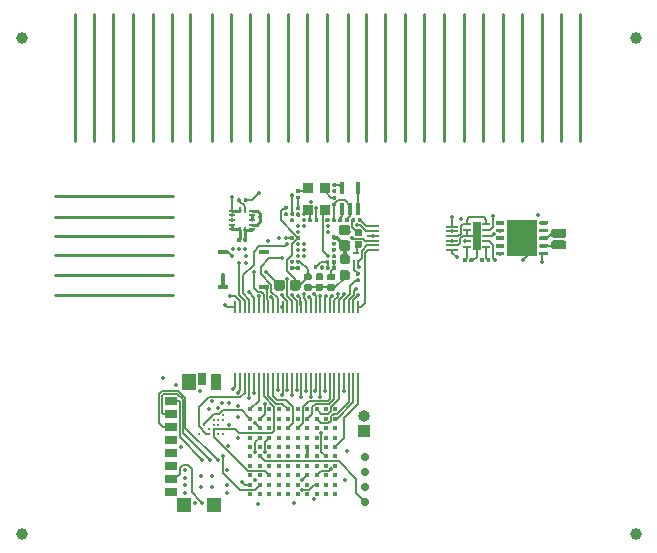
<source format=gbr>
G04 #@! TF.GenerationSoftware,KiCad,Pcbnew,(5.1.5)-3*
G04 #@! TF.CreationDate,2020-10-01T12:08:48+09:00*
G04 #@! TF.ProjectId,WF_Board,57465f42-6f61-4726-942e-6b696361645f,rev?*
G04 #@! TF.SameCoordinates,Original*
G04 #@! TF.FileFunction,Copper,L1,Top*
G04 #@! TF.FilePolarity,Positive*
%FSLAX46Y46*%
G04 Gerber Fmt 4.6, Leading zero omitted, Abs format (unit mm)*
G04 Created by KiCad (PCBNEW (5.1.5)-3) date 2020-10-01 12:08:48*
%MOMM*%
%LPD*%
G04 APERTURE LIST*
%ADD10O,1.000000X1.000000*%
%ADD11R,1.000000X1.000000*%
%ADD12R,2.550000X3.150000*%
%ADD13C,0.100000*%
%ADD14R,0.900000X1.400000*%
%ADD15R,0.700000X1.000000*%
%ADD16R,1.200000X1.450000*%
%ADD17R,1.000000X0.700000*%
%ADD18R,1.200000X1.150000*%
%ADD19R,0.200000X1.000000*%
%ADD20R,1.000000X0.200000*%
%ADD21R,0.640000X2.390000*%
%ADD22R,0.640000X0.270000*%
%ADD23R,0.220000X0.610000*%
%ADD24R,0.610000X0.220000*%
%ADD25C,0.370000*%
%ADD26R,0.810000X0.370000*%
%ADD27R,0.340000X0.990000*%
%ADD28R,0.830000X0.880000*%
%ADD29C,1.000000*%
%ADD30C,0.700000*%
%ADD31R,0.170000X0.280000*%
%ADD32R,0.520000X0.280000*%
%ADD33C,0.350000*%
%ADD34C,0.300000*%
%ADD35C,0.254000*%
%ADD36C,0.152400*%
%ADD37C,0.304800*%
%ADD38C,0.203200*%
G04 APERTURE END LIST*
D10*
X140970000Y-106031160D03*
D11*
X140970000Y-107301160D03*
D12*
X154359940Y-90965540D03*
G04 #@! TA.AperFunction,SMDPad,CuDef*
D13*
G36*
X156472781Y-89505925D02*
G01*
X156480547Y-89507077D01*
X156488163Y-89508985D01*
X156495555Y-89511630D01*
X156502652Y-89514986D01*
X156509386Y-89519022D01*
X156515691Y-89523699D01*
X156521509Y-89528971D01*
X156526781Y-89534789D01*
X156531458Y-89541094D01*
X156535494Y-89547828D01*
X156538850Y-89554925D01*
X156541495Y-89562317D01*
X156543403Y-89569933D01*
X156544555Y-89577699D01*
X156544940Y-89585540D01*
X156544940Y-89745540D01*
X156544555Y-89753381D01*
X156543403Y-89761147D01*
X156541495Y-89768763D01*
X156538850Y-89776155D01*
X156535494Y-89783252D01*
X156531458Y-89789986D01*
X156526781Y-89796291D01*
X156521509Y-89802109D01*
X156515691Y-89807381D01*
X156509386Y-89812058D01*
X156502652Y-89816094D01*
X156495555Y-89819450D01*
X156488163Y-89822095D01*
X156480547Y-89824003D01*
X156472781Y-89825155D01*
X156464940Y-89825540D01*
X155924940Y-89825540D01*
X155917099Y-89825155D01*
X155909333Y-89824003D01*
X155901717Y-89822095D01*
X155894325Y-89819450D01*
X155887228Y-89816094D01*
X155880494Y-89812058D01*
X155874189Y-89807381D01*
X155868371Y-89802109D01*
X155863099Y-89796291D01*
X155858422Y-89789986D01*
X155854386Y-89783252D01*
X155851030Y-89776155D01*
X155848385Y-89768763D01*
X155846477Y-89761147D01*
X155845325Y-89753381D01*
X155844940Y-89745540D01*
X155844940Y-89585540D01*
X155845325Y-89577699D01*
X155846477Y-89569933D01*
X155848385Y-89562317D01*
X155851030Y-89554925D01*
X155854386Y-89547828D01*
X155858422Y-89541094D01*
X155863099Y-89534789D01*
X155868371Y-89528971D01*
X155874189Y-89523699D01*
X155880494Y-89519022D01*
X155887228Y-89514986D01*
X155894325Y-89511630D01*
X155901717Y-89508985D01*
X155909333Y-89507077D01*
X155917099Y-89505925D01*
X155924940Y-89505540D01*
X156464940Y-89505540D01*
X156472781Y-89505925D01*
G37*
G04 #@! TD.AperFunction*
G04 #@! TA.AperFunction,SMDPad,CuDef*
G36*
X156472781Y-90155925D02*
G01*
X156480547Y-90157077D01*
X156488163Y-90158985D01*
X156495555Y-90161630D01*
X156502652Y-90164986D01*
X156509386Y-90169022D01*
X156515691Y-90173699D01*
X156521509Y-90178971D01*
X156526781Y-90184789D01*
X156531458Y-90191094D01*
X156535494Y-90197828D01*
X156538850Y-90204925D01*
X156541495Y-90212317D01*
X156543403Y-90219933D01*
X156544555Y-90227699D01*
X156544940Y-90235540D01*
X156544940Y-90395540D01*
X156544555Y-90403381D01*
X156543403Y-90411147D01*
X156541495Y-90418763D01*
X156538850Y-90426155D01*
X156535494Y-90433252D01*
X156531458Y-90439986D01*
X156526781Y-90446291D01*
X156521509Y-90452109D01*
X156515691Y-90457381D01*
X156509386Y-90462058D01*
X156502652Y-90466094D01*
X156495555Y-90469450D01*
X156488163Y-90472095D01*
X156480547Y-90474003D01*
X156472781Y-90475155D01*
X156464940Y-90475540D01*
X155924940Y-90475540D01*
X155917099Y-90475155D01*
X155909333Y-90474003D01*
X155901717Y-90472095D01*
X155894325Y-90469450D01*
X155887228Y-90466094D01*
X155880494Y-90462058D01*
X155874189Y-90457381D01*
X155868371Y-90452109D01*
X155863099Y-90446291D01*
X155858422Y-90439986D01*
X155854386Y-90433252D01*
X155851030Y-90426155D01*
X155848385Y-90418763D01*
X155846477Y-90411147D01*
X155845325Y-90403381D01*
X155844940Y-90395540D01*
X155844940Y-90235540D01*
X155845325Y-90227699D01*
X155846477Y-90219933D01*
X155848385Y-90212317D01*
X155851030Y-90204925D01*
X155854386Y-90197828D01*
X155858422Y-90191094D01*
X155863099Y-90184789D01*
X155868371Y-90178971D01*
X155874189Y-90173699D01*
X155880494Y-90169022D01*
X155887228Y-90164986D01*
X155894325Y-90161630D01*
X155901717Y-90158985D01*
X155909333Y-90157077D01*
X155917099Y-90155925D01*
X155924940Y-90155540D01*
X156464940Y-90155540D01*
X156472781Y-90155925D01*
G37*
G04 #@! TD.AperFunction*
G04 #@! TA.AperFunction,SMDPad,CuDef*
G36*
X156472781Y-90805925D02*
G01*
X156480547Y-90807077D01*
X156488163Y-90808985D01*
X156495555Y-90811630D01*
X156502652Y-90814986D01*
X156509386Y-90819022D01*
X156515691Y-90823699D01*
X156521509Y-90828971D01*
X156526781Y-90834789D01*
X156531458Y-90841094D01*
X156535494Y-90847828D01*
X156538850Y-90854925D01*
X156541495Y-90862317D01*
X156543403Y-90869933D01*
X156544555Y-90877699D01*
X156544940Y-90885540D01*
X156544940Y-91045540D01*
X156544555Y-91053381D01*
X156543403Y-91061147D01*
X156541495Y-91068763D01*
X156538850Y-91076155D01*
X156535494Y-91083252D01*
X156531458Y-91089986D01*
X156526781Y-91096291D01*
X156521509Y-91102109D01*
X156515691Y-91107381D01*
X156509386Y-91112058D01*
X156502652Y-91116094D01*
X156495555Y-91119450D01*
X156488163Y-91122095D01*
X156480547Y-91124003D01*
X156472781Y-91125155D01*
X156464940Y-91125540D01*
X155924940Y-91125540D01*
X155917099Y-91125155D01*
X155909333Y-91124003D01*
X155901717Y-91122095D01*
X155894325Y-91119450D01*
X155887228Y-91116094D01*
X155880494Y-91112058D01*
X155874189Y-91107381D01*
X155868371Y-91102109D01*
X155863099Y-91096291D01*
X155858422Y-91089986D01*
X155854386Y-91083252D01*
X155851030Y-91076155D01*
X155848385Y-91068763D01*
X155846477Y-91061147D01*
X155845325Y-91053381D01*
X155844940Y-91045540D01*
X155844940Y-90885540D01*
X155845325Y-90877699D01*
X155846477Y-90869933D01*
X155848385Y-90862317D01*
X155851030Y-90854925D01*
X155854386Y-90847828D01*
X155858422Y-90841094D01*
X155863099Y-90834789D01*
X155868371Y-90828971D01*
X155874189Y-90823699D01*
X155880494Y-90819022D01*
X155887228Y-90814986D01*
X155894325Y-90811630D01*
X155901717Y-90808985D01*
X155909333Y-90807077D01*
X155917099Y-90805925D01*
X155924940Y-90805540D01*
X156464940Y-90805540D01*
X156472781Y-90805925D01*
G37*
G04 #@! TD.AperFunction*
G04 #@! TA.AperFunction,SMDPad,CuDef*
G36*
X156472781Y-91455925D02*
G01*
X156480547Y-91457077D01*
X156488163Y-91458985D01*
X156495555Y-91461630D01*
X156502652Y-91464986D01*
X156509386Y-91469022D01*
X156515691Y-91473699D01*
X156521509Y-91478971D01*
X156526781Y-91484789D01*
X156531458Y-91491094D01*
X156535494Y-91497828D01*
X156538850Y-91504925D01*
X156541495Y-91512317D01*
X156543403Y-91519933D01*
X156544555Y-91527699D01*
X156544940Y-91535540D01*
X156544940Y-91695540D01*
X156544555Y-91703381D01*
X156543403Y-91711147D01*
X156541495Y-91718763D01*
X156538850Y-91726155D01*
X156535494Y-91733252D01*
X156531458Y-91739986D01*
X156526781Y-91746291D01*
X156521509Y-91752109D01*
X156515691Y-91757381D01*
X156509386Y-91762058D01*
X156502652Y-91766094D01*
X156495555Y-91769450D01*
X156488163Y-91772095D01*
X156480547Y-91774003D01*
X156472781Y-91775155D01*
X156464940Y-91775540D01*
X155924940Y-91775540D01*
X155917099Y-91775155D01*
X155909333Y-91774003D01*
X155901717Y-91772095D01*
X155894325Y-91769450D01*
X155887228Y-91766094D01*
X155880494Y-91762058D01*
X155874189Y-91757381D01*
X155868371Y-91752109D01*
X155863099Y-91746291D01*
X155858422Y-91739986D01*
X155854386Y-91733252D01*
X155851030Y-91726155D01*
X155848385Y-91718763D01*
X155846477Y-91711147D01*
X155845325Y-91703381D01*
X155844940Y-91695540D01*
X155844940Y-91535540D01*
X155845325Y-91527699D01*
X155846477Y-91519933D01*
X155848385Y-91512317D01*
X155851030Y-91504925D01*
X155854386Y-91497828D01*
X155858422Y-91491094D01*
X155863099Y-91484789D01*
X155868371Y-91478971D01*
X155874189Y-91473699D01*
X155880494Y-91469022D01*
X155887228Y-91464986D01*
X155894325Y-91461630D01*
X155901717Y-91458985D01*
X155909333Y-91457077D01*
X155917099Y-91455925D01*
X155924940Y-91455540D01*
X156464940Y-91455540D01*
X156472781Y-91455925D01*
G37*
G04 #@! TD.AperFunction*
G04 #@! TA.AperFunction,SMDPad,CuDef*
G36*
X156472781Y-92105925D02*
G01*
X156480547Y-92107077D01*
X156488163Y-92108985D01*
X156495555Y-92111630D01*
X156502652Y-92114986D01*
X156509386Y-92119022D01*
X156515691Y-92123699D01*
X156521509Y-92128971D01*
X156526781Y-92134789D01*
X156531458Y-92141094D01*
X156535494Y-92147828D01*
X156538850Y-92154925D01*
X156541495Y-92162317D01*
X156543403Y-92169933D01*
X156544555Y-92177699D01*
X156544940Y-92185540D01*
X156544940Y-92345540D01*
X156544555Y-92353381D01*
X156543403Y-92361147D01*
X156541495Y-92368763D01*
X156538850Y-92376155D01*
X156535494Y-92383252D01*
X156531458Y-92389986D01*
X156526781Y-92396291D01*
X156521509Y-92402109D01*
X156515691Y-92407381D01*
X156509386Y-92412058D01*
X156502652Y-92416094D01*
X156495555Y-92419450D01*
X156488163Y-92422095D01*
X156480547Y-92424003D01*
X156472781Y-92425155D01*
X156464940Y-92425540D01*
X155924940Y-92425540D01*
X155917099Y-92425155D01*
X155909333Y-92424003D01*
X155901717Y-92422095D01*
X155894325Y-92419450D01*
X155887228Y-92416094D01*
X155880494Y-92412058D01*
X155874189Y-92407381D01*
X155868371Y-92402109D01*
X155863099Y-92396291D01*
X155858422Y-92389986D01*
X155854386Y-92383252D01*
X155851030Y-92376155D01*
X155848385Y-92368763D01*
X155846477Y-92361147D01*
X155845325Y-92353381D01*
X155844940Y-92345540D01*
X155844940Y-92185540D01*
X155845325Y-92177699D01*
X155846477Y-92169933D01*
X155848385Y-92162317D01*
X155851030Y-92154925D01*
X155854386Y-92147828D01*
X155858422Y-92141094D01*
X155863099Y-92134789D01*
X155868371Y-92128971D01*
X155874189Y-92123699D01*
X155880494Y-92119022D01*
X155887228Y-92114986D01*
X155894325Y-92111630D01*
X155901717Y-92108985D01*
X155909333Y-92107077D01*
X155917099Y-92105925D01*
X155924940Y-92105540D01*
X156464940Y-92105540D01*
X156472781Y-92105925D01*
G37*
G04 #@! TD.AperFunction*
G04 #@! TA.AperFunction,SMDPad,CuDef*
G36*
X152802781Y-92105925D02*
G01*
X152810547Y-92107077D01*
X152818163Y-92108985D01*
X152825555Y-92111630D01*
X152832652Y-92114986D01*
X152839386Y-92119022D01*
X152845691Y-92123699D01*
X152851509Y-92128971D01*
X152856781Y-92134789D01*
X152861458Y-92141094D01*
X152865494Y-92147828D01*
X152868850Y-92154925D01*
X152871495Y-92162317D01*
X152873403Y-92169933D01*
X152874555Y-92177699D01*
X152874940Y-92185540D01*
X152874940Y-92345540D01*
X152874555Y-92353381D01*
X152873403Y-92361147D01*
X152871495Y-92368763D01*
X152868850Y-92376155D01*
X152865494Y-92383252D01*
X152861458Y-92389986D01*
X152856781Y-92396291D01*
X152851509Y-92402109D01*
X152845691Y-92407381D01*
X152839386Y-92412058D01*
X152832652Y-92416094D01*
X152825555Y-92419450D01*
X152818163Y-92422095D01*
X152810547Y-92424003D01*
X152802781Y-92425155D01*
X152794940Y-92425540D01*
X152254940Y-92425540D01*
X152247099Y-92425155D01*
X152239333Y-92424003D01*
X152231717Y-92422095D01*
X152224325Y-92419450D01*
X152217228Y-92416094D01*
X152210494Y-92412058D01*
X152204189Y-92407381D01*
X152198371Y-92402109D01*
X152193099Y-92396291D01*
X152188422Y-92389986D01*
X152184386Y-92383252D01*
X152181030Y-92376155D01*
X152178385Y-92368763D01*
X152176477Y-92361147D01*
X152175325Y-92353381D01*
X152174940Y-92345540D01*
X152174940Y-92185540D01*
X152175325Y-92177699D01*
X152176477Y-92169933D01*
X152178385Y-92162317D01*
X152181030Y-92154925D01*
X152184386Y-92147828D01*
X152188422Y-92141094D01*
X152193099Y-92134789D01*
X152198371Y-92128971D01*
X152204189Y-92123699D01*
X152210494Y-92119022D01*
X152217228Y-92114986D01*
X152224325Y-92111630D01*
X152231717Y-92108985D01*
X152239333Y-92107077D01*
X152247099Y-92105925D01*
X152254940Y-92105540D01*
X152794940Y-92105540D01*
X152802781Y-92105925D01*
G37*
G04 #@! TD.AperFunction*
G04 #@! TA.AperFunction,SMDPad,CuDef*
G36*
X152802781Y-91455925D02*
G01*
X152810547Y-91457077D01*
X152818163Y-91458985D01*
X152825555Y-91461630D01*
X152832652Y-91464986D01*
X152839386Y-91469022D01*
X152845691Y-91473699D01*
X152851509Y-91478971D01*
X152856781Y-91484789D01*
X152861458Y-91491094D01*
X152865494Y-91497828D01*
X152868850Y-91504925D01*
X152871495Y-91512317D01*
X152873403Y-91519933D01*
X152874555Y-91527699D01*
X152874940Y-91535540D01*
X152874940Y-91695540D01*
X152874555Y-91703381D01*
X152873403Y-91711147D01*
X152871495Y-91718763D01*
X152868850Y-91726155D01*
X152865494Y-91733252D01*
X152861458Y-91739986D01*
X152856781Y-91746291D01*
X152851509Y-91752109D01*
X152845691Y-91757381D01*
X152839386Y-91762058D01*
X152832652Y-91766094D01*
X152825555Y-91769450D01*
X152818163Y-91772095D01*
X152810547Y-91774003D01*
X152802781Y-91775155D01*
X152794940Y-91775540D01*
X152254940Y-91775540D01*
X152247099Y-91775155D01*
X152239333Y-91774003D01*
X152231717Y-91772095D01*
X152224325Y-91769450D01*
X152217228Y-91766094D01*
X152210494Y-91762058D01*
X152204189Y-91757381D01*
X152198371Y-91752109D01*
X152193099Y-91746291D01*
X152188422Y-91739986D01*
X152184386Y-91733252D01*
X152181030Y-91726155D01*
X152178385Y-91718763D01*
X152176477Y-91711147D01*
X152175325Y-91703381D01*
X152174940Y-91695540D01*
X152174940Y-91535540D01*
X152175325Y-91527699D01*
X152176477Y-91519933D01*
X152178385Y-91512317D01*
X152181030Y-91504925D01*
X152184386Y-91497828D01*
X152188422Y-91491094D01*
X152193099Y-91484789D01*
X152198371Y-91478971D01*
X152204189Y-91473699D01*
X152210494Y-91469022D01*
X152217228Y-91464986D01*
X152224325Y-91461630D01*
X152231717Y-91458985D01*
X152239333Y-91457077D01*
X152247099Y-91455925D01*
X152254940Y-91455540D01*
X152794940Y-91455540D01*
X152802781Y-91455925D01*
G37*
G04 #@! TD.AperFunction*
G04 #@! TA.AperFunction,SMDPad,CuDef*
G36*
X152802781Y-90805925D02*
G01*
X152810547Y-90807077D01*
X152818163Y-90808985D01*
X152825555Y-90811630D01*
X152832652Y-90814986D01*
X152839386Y-90819022D01*
X152845691Y-90823699D01*
X152851509Y-90828971D01*
X152856781Y-90834789D01*
X152861458Y-90841094D01*
X152865494Y-90847828D01*
X152868850Y-90854925D01*
X152871495Y-90862317D01*
X152873403Y-90869933D01*
X152874555Y-90877699D01*
X152874940Y-90885540D01*
X152874940Y-91045540D01*
X152874555Y-91053381D01*
X152873403Y-91061147D01*
X152871495Y-91068763D01*
X152868850Y-91076155D01*
X152865494Y-91083252D01*
X152861458Y-91089986D01*
X152856781Y-91096291D01*
X152851509Y-91102109D01*
X152845691Y-91107381D01*
X152839386Y-91112058D01*
X152832652Y-91116094D01*
X152825555Y-91119450D01*
X152818163Y-91122095D01*
X152810547Y-91124003D01*
X152802781Y-91125155D01*
X152794940Y-91125540D01*
X152254940Y-91125540D01*
X152247099Y-91125155D01*
X152239333Y-91124003D01*
X152231717Y-91122095D01*
X152224325Y-91119450D01*
X152217228Y-91116094D01*
X152210494Y-91112058D01*
X152204189Y-91107381D01*
X152198371Y-91102109D01*
X152193099Y-91096291D01*
X152188422Y-91089986D01*
X152184386Y-91083252D01*
X152181030Y-91076155D01*
X152178385Y-91068763D01*
X152176477Y-91061147D01*
X152175325Y-91053381D01*
X152174940Y-91045540D01*
X152174940Y-90885540D01*
X152175325Y-90877699D01*
X152176477Y-90869933D01*
X152178385Y-90862317D01*
X152181030Y-90854925D01*
X152184386Y-90847828D01*
X152188422Y-90841094D01*
X152193099Y-90834789D01*
X152198371Y-90828971D01*
X152204189Y-90823699D01*
X152210494Y-90819022D01*
X152217228Y-90814986D01*
X152224325Y-90811630D01*
X152231717Y-90808985D01*
X152239333Y-90807077D01*
X152247099Y-90805925D01*
X152254940Y-90805540D01*
X152794940Y-90805540D01*
X152802781Y-90805925D01*
G37*
G04 #@! TD.AperFunction*
G04 #@! TA.AperFunction,SMDPad,CuDef*
G36*
X152802781Y-90155925D02*
G01*
X152810547Y-90157077D01*
X152818163Y-90158985D01*
X152825555Y-90161630D01*
X152832652Y-90164986D01*
X152839386Y-90169022D01*
X152845691Y-90173699D01*
X152851509Y-90178971D01*
X152856781Y-90184789D01*
X152861458Y-90191094D01*
X152865494Y-90197828D01*
X152868850Y-90204925D01*
X152871495Y-90212317D01*
X152873403Y-90219933D01*
X152874555Y-90227699D01*
X152874940Y-90235540D01*
X152874940Y-90395540D01*
X152874555Y-90403381D01*
X152873403Y-90411147D01*
X152871495Y-90418763D01*
X152868850Y-90426155D01*
X152865494Y-90433252D01*
X152861458Y-90439986D01*
X152856781Y-90446291D01*
X152851509Y-90452109D01*
X152845691Y-90457381D01*
X152839386Y-90462058D01*
X152832652Y-90466094D01*
X152825555Y-90469450D01*
X152818163Y-90472095D01*
X152810547Y-90474003D01*
X152802781Y-90475155D01*
X152794940Y-90475540D01*
X152254940Y-90475540D01*
X152247099Y-90475155D01*
X152239333Y-90474003D01*
X152231717Y-90472095D01*
X152224325Y-90469450D01*
X152217228Y-90466094D01*
X152210494Y-90462058D01*
X152204189Y-90457381D01*
X152198371Y-90452109D01*
X152193099Y-90446291D01*
X152188422Y-90439986D01*
X152184386Y-90433252D01*
X152181030Y-90426155D01*
X152178385Y-90418763D01*
X152176477Y-90411147D01*
X152175325Y-90403381D01*
X152174940Y-90395540D01*
X152174940Y-90235540D01*
X152175325Y-90227699D01*
X152176477Y-90219933D01*
X152178385Y-90212317D01*
X152181030Y-90204925D01*
X152184386Y-90197828D01*
X152188422Y-90191094D01*
X152193099Y-90184789D01*
X152198371Y-90178971D01*
X152204189Y-90173699D01*
X152210494Y-90169022D01*
X152217228Y-90164986D01*
X152224325Y-90161630D01*
X152231717Y-90158985D01*
X152239333Y-90157077D01*
X152247099Y-90155925D01*
X152254940Y-90155540D01*
X152794940Y-90155540D01*
X152802781Y-90155925D01*
G37*
G04 #@! TD.AperFunction*
G04 #@! TA.AperFunction,SMDPad,CuDef*
G36*
X152802781Y-89505925D02*
G01*
X152810547Y-89507077D01*
X152818163Y-89508985D01*
X152825555Y-89511630D01*
X152832652Y-89514986D01*
X152839386Y-89519022D01*
X152845691Y-89523699D01*
X152851509Y-89528971D01*
X152856781Y-89534789D01*
X152861458Y-89541094D01*
X152865494Y-89547828D01*
X152868850Y-89554925D01*
X152871495Y-89562317D01*
X152873403Y-89569933D01*
X152874555Y-89577699D01*
X152874940Y-89585540D01*
X152874940Y-89745540D01*
X152874555Y-89753381D01*
X152873403Y-89761147D01*
X152871495Y-89768763D01*
X152868850Y-89776155D01*
X152865494Y-89783252D01*
X152861458Y-89789986D01*
X152856781Y-89796291D01*
X152851509Y-89802109D01*
X152845691Y-89807381D01*
X152839386Y-89812058D01*
X152832652Y-89816094D01*
X152825555Y-89819450D01*
X152818163Y-89822095D01*
X152810547Y-89824003D01*
X152802781Y-89825155D01*
X152794940Y-89825540D01*
X152254940Y-89825540D01*
X152247099Y-89825155D01*
X152239333Y-89824003D01*
X152231717Y-89822095D01*
X152224325Y-89819450D01*
X152217228Y-89816094D01*
X152210494Y-89812058D01*
X152204189Y-89807381D01*
X152198371Y-89802109D01*
X152193099Y-89796291D01*
X152188422Y-89789986D01*
X152184386Y-89783252D01*
X152181030Y-89776155D01*
X152178385Y-89768763D01*
X152176477Y-89761147D01*
X152175325Y-89753381D01*
X152174940Y-89745540D01*
X152174940Y-89585540D01*
X152175325Y-89577699D01*
X152176477Y-89569933D01*
X152178385Y-89562317D01*
X152181030Y-89554925D01*
X152184386Y-89547828D01*
X152188422Y-89541094D01*
X152193099Y-89534789D01*
X152198371Y-89528971D01*
X152204189Y-89523699D01*
X152210494Y-89519022D01*
X152217228Y-89514986D01*
X152224325Y-89511630D01*
X152231717Y-89508985D01*
X152239333Y-89507077D01*
X152247099Y-89505925D01*
X152254940Y-89505540D01*
X152794940Y-89505540D01*
X152802781Y-89505925D01*
G37*
G04 #@! TD.AperFunction*
G04 #@! TA.AperFunction,SMDPad,CuDef*
G36*
X138548016Y-92811153D02*
G01*
X138555539Y-92812269D01*
X138562917Y-92814117D01*
X138570078Y-92816679D01*
X138576953Y-92819931D01*
X138583477Y-92823841D01*
X138589585Y-92828372D01*
X138595221Y-92833479D01*
X138600328Y-92839115D01*
X138604859Y-92845223D01*
X138608769Y-92851747D01*
X138612021Y-92858622D01*
X138614583Y-92865783D01*
X138616431Y-92873161D01*
X138617547Y-92880684D01*
X138617920Y-92888280D01*
X138617920Y-93073280D01*
X138617547Y-93080876D01*
X138616431Y-93088399D01*
X138614583Y-93095777D01*
X138612021Y-93102938D01*
X138608769Y-93109813D01*
X138604859Y-93116337D01*
X138600328Y-93122445D01*
X138595221Y-93128081D01*
X138589585Y-93133188D01*
X138583477Y-93137719D01*
X138576953Y-93141629D01*
X138570078Y-93144881D01*
X138562917Y-93147443D01*
X138555539Y-93149291D01*
X138548016Y-93150407D01*
X138540420Y-93150780D01*
X138385420Y-93150780D01*
X138377824Y-93150407D01*
X138370301Y-93149291D01*
X138362923Y-93147443D01*
X138355762Y-93144881D01*
X138348887Y-93141629D01*
X138342363Y-93137719D01*
X138336255Y-93133188D01*
X138330619Y-93128081D01*
X138325512Y-93122445D01*
X138320981Y-93116337D01*
X138317071Y-93109813D01*
X138313819Y-93102938D01*
X138311257Y-93095777D01*
X138309409Y-93088399D01*
X138308293Y-93080876D01*
X138307920Y-93073280D01*
X138307920Y-92888280D01*
X138308293Y-92880684D01*
X138309409Y-92873161D01*
X138311257Y-92865783D01*
X138313819Y-92858622D01*
X138317071Y-92851747D01*
X138320981Y-92845223D01*
X138325512Y-92839115D01*
X138330619Y-92833479D01*
X138336255Y-92828372D01*
X138342363Y-92823841D01*
X138348887Y-92819931D01*
X138355762Y-92816679D01*
X138362923Y-92814117D01*
X138370301Y-92812269D01*
X138377824Y-92811153D01*
X138385420Y-92810780D01*
X138540420Y-92810780D01*
X138548016Y-92811153D01*
G37*
G04 #@! TD.AperFunction*
G04 #@! TA.AperFunction,SMDPad,CuDef*
G36*
X137998016Y-92811153D02*
G01*
X138005539Y-92812269D01*
X138012917Y-92814117D01*
X138020078Y-92816679D01*
X138026953Y-92819931D01*
X138033477Y-92823841D01*
X138039585Y-92828372D01*
X138045221Y-92833479D01*
X138050328Y-92839115D01*
X138054859Y-92845223D01*
X138058769Y-92851747D01*
X138062021Y-92858622D01*
X138064583Y-92865783D01*
X138066431Y-92873161D01*
X138067547Y-92880684D01*
X138067920Y-92888280D01*
X138067920Y-93073280D01*
X138067547Y-93080876D01*
X138066431Y-93088399D01*
X138064583Y-93095777D01*
X138062021Y-93102938D01*
X138058769Y-93109813D01*
X138054859Y-93116337D01*
X138050328Y-93122445D01*
X138045221Y-93128081D01*
X138039585Y-93133188D01*
X138033477Y-93137719D01*
X138026953Y-93141629D01*
X138020078Y-93144881D01*
X138012917Y-93147443D01*
X138005539Y-93149291D01*
X137998016Y-93150407D01*
X137990420Y-93150780D01*
X137835420Y-93150780D01*
X137827824Y-93150407D01*
X137820301Y-93149291D01*
X137812923Y-93147443D01*
X137805762Y-93144881D01*
X137798887Y-93141629D01*
X137792363Y-93137719D01*
X137786255Y-93133188D01*
X137780619Y-93128081D01*
X137775512Y-93122445D01*
X137770981Y-93116337D01*
X137767071Y-93109813D01*
X137763819Y-93102938D01*
X137761257Y-93095777D01*
X137759409Y-93088399D01*
X137758293Y-93080876D01*
X137757920Y-93073280D01*
X137757920Y-92888280D01*
X137758293Y-92880684D01*
X137759409Y-92873161D01*
X137761257Y-92865783D01*
X137763819Y-92858622D01*
X137767071Y-92851747D01*
X137770981Y-92845223D01*
X137775512Y-92839115D01*
X137780619Y-92833479D01*
X137786255Y-92828372D01*
X137792363Y-92823841D01*
X137798887Y-92819931D01*
X137805762Y-92816679D01*
X137812923Y-92814117D01*
X137820301Y-92812269D01*
X137827824Y-92811153D01*
X137835420Y-92810780D01*
X137990420Y-92810780D01*
X137998016Y-92811153D01*
G37*
G04 #@! TD.AperFunction*
G04 #@! TA.AperFunction,SMDPad,CuDef*
G36*
X138390692Y-93957398D02*
G01*
X138404768Y-93959486D01*
X138418571Y-93962944D01*
X138431969Y-93967737D01*
X138444833Y-93973821D01*
X138457038Y-93981137D01*
X138468467Y-93989613D01*
X138479010Y-93999170D01*
X138488567Y-94009713D01*
X138497043Y-94021142D01*
X138504359Y-94033347D01*
X138510443Y-94046211D01*
X138515236Y-94059609D01*
X138518694Y-94073412D01*
X138520782Y-94087488D01*
X138521480Y-94101700D01*
X138521480Y-94391700D01*
X138520782Y-94405912D01*
X138518694Y-94419988D01*
X138515236Y-94433791D01*
X138510443Y-94447189D01*
X138504359Y-94460053D01*
X138497043Y-94472258D01*
X138488567Y-94483687D01*
X138479010Y-94494230D01*
X138468467Y-94503787D01*
X138457038Y-94512263D01*
X138444833Y-94519579D01*
X138431969Y-94525663D01*
X138418571Y-94530456D01*
X138404768Y-94533914D01*
X138390692Y-94536002D01*
X138376480Y-94536700D01*
X138036480Y-94536700D01*
X138022268Y-94536002D01*
X138008192Y-94533914D01*
X137994389Y-94530456D01*
X137980991Y-94525663D01*
X137968127Y-94519579D01*
X137955922Y-94512263D01*
X137944493Y-94503787D01*
X137933950Y-94494230D01*
X137924393Y-94483687D01*
X137915917Y-94472258D01*
X137908601Y-94460053D01*
X137902517Y-94447189D01*
X137897724Y-94433791D01*
X137894266Y-94419988D01*
X137892178Y-94405912D01*
X137891480Y-94391700D01*
X137891480Y-94101700D01*
X137892178Y-94087488D01*
X137894266Y-94073412D01*
X137897724Y-94059609D01*
X137902517Y-94046211D01*
X137908601Y-94033347D01*
X137915917Y-94021142D01*
X137924393Y-94009713D01*
X137933950Y-93999170D01*
X137944493Y-93989613D01*
X137955922Y-93981137D01*
X137968127Y-93973821D01*
X137980991Y-93967737D01*
X137994389Y-93962944D01*
X138008192Y-93959486D01*
X138022268Y-93957398D01*
X138036480Y-93956700D01*
X138376480Y-93956700D01*
X138390692Y-93957398D01*
G37*
G04 #@! TD.AperFunction*
G04 #@! TA.AperFunction,SMDPad,CuDef*
G36*
X138390692Y-94847398D02*
G01*
X138404768Y-94849486D01*
X138418571Y-94852944D01*
X138431969Y-94857737D01*
X138444833Y-94863821D01*
X138457038Y-94871137D01*
X138468467Y-94879613D01*
X138479010Y-94889170D01*
X138488567Y-94899713D01*
X138497043Y-94911142D01*
X138504359Y-94923347D01*
X138510443Y-94936211D01*
X138515236Y-94949609D01*
X138518694Y-94963412D01*
X138520782Y-94977488D01*
X138521480Y-94991700D01*
X138521480Y-95281700D01*
X138520782Y-95295912D01*
X138518694Y-95309988D01*
X138515236Y-95323791D01*
X138510443Y-95337189D01*
X138504359Y-95350053D01*
X138497043Y-95362258D01*
X138488567Y-95373687D01*
X138479010Y-95384230D01*
X138468467Y-95393787D01*
X138457038Y-95402263D01*
X138444833Y-95409579D01*
X138431969Y-95415663D01*
X138418571Y-95420456D01*
X138404768Y-95423914D01*
X138390692Y-95426002D01*
X138376480Y-95426700D01*
X138036480Y-95426700D01*
X138022268Y-95426002D01*
X138008192Y-95423914D01*
X137994389Y-95420456D01*
X137980991Y-95415663D01*
X137968127Y-95409579D01*
X137955922Y-95402263D01*
X137944493Y-95393787D01*
X137933950Y-95384230D01*
X137924393Y-95373687D01*
X137915917Y-95362258D01*
X137908601Y-95350053D01*
X137902517Y-95337189D01*
X137897724Y-95323791D01*
X137894266Y-95309988D01*
X137892178Y-95295912D01*
X137891480Y-95281700D01*
X137891480Y-94991700D01*
X137892178Y-94977488D01*
X137894266Y-94963412D01*
X137897724Y-94949609D01*
X137902517Y-94936211D01*
X137908601Y-94923347D01*
X137915917Y-94911142D01*
X137924393Y-94899713D01*
X137933950Y-94889170D01*
X137944493Y-94879613D01*
X137955922Y-94871137D01*
X137968127Y-94863821D01*
X137980991Y-94857737D01*
X137994389Y-94852944D01*
X138008192Y-94849486D01*
X138022268Y-94847398D01*
X138036480Y-94846700D01*
X138376480Y-94846700D01*
X138390692Y-94847398D01*
G37*
G04 #@! TD.AperFunction*
G04 #@! TA.AperFunction,SMDPad,CuDef*
G36*
X135525416Y-90779153D02*
G01*
X135532939Y-90780269D01*
X135540317Y-90782117D01*
X135547478Y-90784679D01*
X135554353Y-90787931D01*
X135560877Y-90791841D01*
X135566985Y-90796372D01*
X135572621Y-90801479D01*
X135577728Y-90807115D01*
X135582259Y-90813223D01*
X135586169Y-90819747D01*
X135589421Y-90826622D01*
X135591983Y-90833783D01*
X135593831Y-90841161D01*
X135594947Y-90848684D01*
X135595320Y-90856280D01*
X135595320Y-91041280D01*
X135594947Y-91048876D01*
X135593831Y-91056399D01*
X135591983Y-91063777D01*
X135589421Y-91070938D01*
X135586169Y-91077813D01*
X135582259Y-91084337D01*
X135577728Y-91090445D01*
X135572621Y-91096081D01*
X135566985Y-91101188D01*
X135560877Y-91105719D01*
X135554353Y-91109629D01*
X135547478Y-91112881D01*
X135540317Y-91115443D01*
X135532939Y-91117291D01*
X135525416Y-91118407D01*
X135517820Y-91118780D01*
X135362820Y-91118780D01*
X135355224Y-91118407D01*
X135347701Y-91117291D01*
X135340323Y-91115443D01*
X135333162Y-91112881D01*
X135326287Y-91109629D01*
X135319763Y-91105719D01*
X135313655Y-91101188D01*
X135308019Y-91096081D01*
X135302912Y-91090445D01*
X135298381Y-91084337D01*
X135294471Y-91077813D01*
X135291219Y-91070938D01*
X135288657Y-91063777D01*
X135286809Y-91056399D01*
X135285693Y-91048876D01*
X135285320Y-91041280D01*
X135285320Y-90856280D01*
X135285693Y-90848684D01*
X135286809Y-90841161D01*
X135288657Y-90833783D01*
X135291219Y-90826622D01*
X135294471Y-90819747D01*
X135298381Y-90813223D01*
X135302912Y-90807115D01*
X135308019Y-90801479D01*
X135313655Y-90796372D01*
X135319763Y-90791841D01*
X135326287Y-90787931D01*
X135333162Y-90784679D01*
X135340323Y-90782117D01*
X135347701Y-90780269D01*
X135355224Y-90779153D01*
X135362820Y-90778780D01*
X135517820Y-90778780D01*
X135525416Y-90779153D01*
G37*
G04 #@! TD.AperFunction*
G04 #@! TA.AperFunction,SMDPad,CuDef*
G36*
X134975416Y-90779153D02*
G01*
X134982939Y-90780269D01*
X134990317Y-90782117D01*
X134997478Y-90784679D01*
X135004353Y-90787931D01*
X135010877Y-90791841D01*
X135016985Y-90796372D01*
X135022621Y-90801479D01*
X135027728Y-90807115D01*
X135032259Y-90813223D01*
X135036169Y-90819747D01*
X135039421Y-90826622D01*
X135041983Y-90833783D01*
X135043831Y-90841161D01*
X135044947Y-90848684D01*
X135045320Y-90856280D01*
X135045320Y-91041280D01*
X135044947Y-91048876D01*
X135043831Y-91056399D01*
X135041983Y-91063777D01*
X135039421Y-91070938D01*
X135036169Y-91077813D01*
X135032259Y-91084337D01*
X135027728Y-91090445D01*
X135022621Y-91096081D01*
X135016985Y-91101188D01*
X135010877Y-91105719D01*
X135004353Y-91109629D01*
X134997478Y-91112881D01*
X134990317Y-91115443D01*
X134982939Y-91117291D01*
X134975416Y-91118407D01*
X134967820Y-91118780D01*
X134812820Y-91118780D01*
X134805224Y-91118407D01*
X134797701Y-91117291D01*
X134790323Y-91115443D01*
X134783162Y-91112881D01*
X134776287Y-91109629D01*
X134769763Y-91105719D01*
X134763655Y-91101188D01*
X134758019Y-91096081D01*
X134752912Y-91090445D01*
X134748381Y-91084337D01*
X134744471Y-91077813D01*
X134741219Y-91070938D01*
X134738657Y-91063777D01*
X134736809Y-91056399D01*
X134735693Y-91048876D01*
X134735320Y-91041280D01*
X134735320Y-90856280D01*
X134735693Y-90848684D01*
X134736809Y-90841161D01*
X134738657Y-90833783D01*
X134741219Y-90826622D01*
X134744471Y-90819747D01*
X134748381Y-90813223D01*
X134752912Y-90807115D01*
X134758019Y-90801479D01*
X134763655Y-90796372D01*
X134769763Y-90791841D01*
X134776287Y-90787931D01*
X134783162Y-90784679D01*
X134790323Y-90782117D01*
X134797701Y-90780269D01*
X134805224Y-90779153D01*
X134812820Y-90778780D01*
X134967820Y-90778780D01*
X134975416Y-90779153D01*
G37*
G04 #@! TD.AperFunction*
G04 #@! TA.AperFunction,SMDPad,CuDef*
G36*
X136424732Y-94842318D02*
G01*
X136438808Y-94844406D01*
X136452611Y-94847864D01*
X136466009Y-94852657D01*
X136478873Y-94858741D01*
X136491078Y-94866057D01*
X136502507Y-94874533D01*
X136513050Y-94884090D01*
X136522607Y-94894633D01*
X136531083Y-94906062D01*
X136538399Y-94918267D01*
X136544483Y-94931131D01*
X136549276Y-94944529D01*
X136552734Y-94958332D01*
X136554822Y-94972408D01*
X136555520Y-94986620D01*
X136555520Y-95276620D01*
X136554822Y-95290832D01*
X136552734Y-95304908D01*
X136549276Y-95318711D01*
X136544483Y-95332109D01*
X136538399Y-95344973D01*
X136531083Y-95357178D01*
X136522607Y-95368607D01*
X136513050Y-95379150D01*
X136502507Y-95388707D01*
X136491078Y-95397183D01*
X136478873Y-95404499D01*
X136466009Y-95410583D01*
X136452611Y-95415376D01*
X136438808Y-95418834D01*
X136424732Y-95420922D01*
X136410520Y-95421620D01*
X136070520Y-95421620D01*
X136056308Y-95420922D01*
X136042232Y-95418834D01*
X136028429Y-95415376D01*
X136015031Y-95410583D01*
X136002167Y-95404499D01*
X135989962Y-95397183D01*
X135978533Y-95388707D01*
X135967990Y-95379150D01*
X135958433Y-95368607D01*
X135949957Y-95357178D01*
X135942641Y-95344973D01*
X135936557Y-95332109D01*
X135931764Y-95318711D01*
X135928306Y-95304908D01*
X135926218Y-95290832D01*
X135925520Y-95276620D01*
X135925520Y-94986620D01*
X135926218Y-94972408D01*
X135928306Y-94958332D01*
X135931764Y-94944529D01*
X135936557Y-94931131D01*
X135942641Y-94918267D01*
X135949957Y-94906062D01*
X135958433Y-94894633D01*
X135967990Y-94884090D01*
X135978533Y-94874533D01*
X135989962Y-94866057D01*
X136002167Y-94858741D01*
X136015031Y-94852657D01*
X136028429Y-94847864D01*
X136042232Y-94844406D01*
X136056308Y-94842318D01*
X136070520Y-94841620D01*
X136410520Y-94841620D01*
X136424732Y-94842318D01*
G37*
G04 #@! TD.AperFunction*
G04 #@! TA.AperFunction,SMDPad,CuDef*
G36*
X136424732Y-93952318D02*
G01*
X136438808Y-93954406D01*
X136452611Y-93957864D01*
X136466009Y-93962657D01*
X136478873Y-93968741D01*
X136491078Y-93976057D01*
X136502507Y-93984533D01*
X136513050Y-93994090D01*
X136522607Y-94004633D01*
X136531083Y-94016062D01*
X136538399Y-94028267D01*
X136544483Y-94041131D01*
X136549276Y-94054529D01*
X136552734Y-94068332D01*
X136554822Y-94082408D01*
X136555520Y-94096620D01*
X136555520Y-94386620D01*
X136554822Y-94400832D01*
X136552734Y-94414908D01*
X136549276Y-94428711D01*
X136544483Y-94442109D01*
X136538399Y-94454973D01*
X136531083Y-94467178D01*
X136522607Y-94478607D01*
X136513050Y-94489150D01*
X136502507Y-94498707D01*
X136491078Y-94507183D01*
X136478873Y-94514499D01*
X136466009Y-94520583D01*
X136452611Y-94525376D01*
X136438808Y-94528834D01*
X136424732Y-94530922D01*
X136410520Y-94531620D01*
X136070520Y-94531620D01*
X136056308Y-94530922D01*
X136042232Y-94528834D01*
X136028429Y-94525376D01*
X136015031Y-94520583D01*
X136002167Y-94514499D01*
X135989962Y-94507183D01*
X135978533Y-94498707D01*
X135967990Y-94489150D01*
X135958433Y-94478607D01*
X135949957Y-94467178D01*
X135942641Y-94454973D01*
X135936557Y-94442109D01*
X135931764Y-94428711D01*
X135928306Y-94414908D01*
X135926218Y-94400832D01*
X135925520Y-94386620D01*
X135925520Y-94096620D01*
X135926218Y-94082408D01*
X135928306Y-94068332D01*
X135931764Y-94054529D01*
X135936557Y-94041131D01*
X135942641Y-94028267D01*
X135949957Y-94016062D01*
X135958433Y-94004633D01*
X135967990Y-93994090D01*
X135978533Y-93984533D01*
X135989962Y-93976057D01*
X136002167Y-93968741D01*
X136015031Y-93962657D01*
X136028429Y-93957864D01*
X136042232Y-93954406D01*
X136056308Y-93952318D01*
X136070520Y-93951620D01*
X136410520Y-93951620D01*
X136424732Y-93952318D01*
G37*
G04 #@! TD.AperFunction*
G04 #@! TA.AperFunction,SMDPad,CuDef*
G36*
X135036816Y-88766553D02*
G01*
X135044339Y-88767669D01*
X135051717Y-88769517D01*
X135058878Y-88772079D01*
X135065753Y-88775331D01*
X135072277Y-88779241D01*
X135078385Y-88783772D01*
X135084021Y-88788879D01*
X135089128Y-88794515D01*
X135093659Y-88800623D01*
X135097569Y-88807147D01*
X135100821Y-88814022D01*
X135103383Y-88821183D01*
X135105231Y-88828561D01*
X135106347Y-88836084D01*
X135106720Y-88843680D01*
X135106720Y-88998680D01*
X135106347Y-89006276D01*
X135105231Y-89013799D01*
X135103383Y-89021177D01*
X135100821Y-89028338D01*
X135097569Y-89035213D01*
X135093659Y-89041737D01*
X135089128Y-89047845D01*
X135084021Y-89053481D01*
X135078385Y-89058588D01*
X135072277Y-89063119D01*
X135065753Y-89067029D01*
X135058878Y-89070281D01*
X135051717Y-89072843D01*
X135044339Y-89074691D01*
X135036816Y-89075807D01*
X135029220Y-89076180D01*
X134844220Y-89076180D01*
X134836624Y-89075807D01*
X134829101Y-89074691D01*
X134821723Y-89072843D01*
X134814562Y-89070281D01*
X134807687Y-89067029D01*
X134801163Y-89063119D01*
X134795055Y-89058588D01*
X134789419Y-89053481D01*
X134784312Y-89047845D01*
X134779781Y-89041737D01*
X134775871Y-89035213D01*
X134772619Y-89028338D01*
X134770057Y-89021177D01*
X134768209Y-89013799D01*
X134767093Y-89006276D01*
X134766720Y-88998680D01*
X134766720Y-88843680D01*
X134767093Y-88836084D01*
X134768209Y-88828561D01*
X134770057Y-88821183D01*
X134772619Y-88814022D01*
X134775871Y-88807147D01*
X134779781Y-88800623D01*
X134784312Y-88794515D01*
X134789419Y-88788879D01*
X134795055Y-88783772D01*
X134801163Y-88779241D01*
X134807687Y-88775331D01*
X134814562Y-88772079D01*
X134821723Y-88769517D01*
X134829101Y-88767669D01*
X134836624Y-88766553D01*
X134844220Y-88766180D01*
X135029220Y-88766180D01*
X135036816Y-88766553D01*
G37*
G04 #@! TD.AperFunction*
G04 #@! TA.AperFunction,SMDPad,CuDef*
G36*
X135036816Y-89316553D02*
G01*
X135044339Y-89317669D01*
X135051717Y-89319517D01*
X135058878Y-89322079D01*
X135065753Y-89325331D01*
X135072277Y-89329241D01*
X135078385Y-89333772D01*
X135084021Y-89338879D01*
X135089128Y-89344515D01*
X135093659Y-89350623D01*
X135097569Y-89357147D01*
X135100821Y-89364022D01*
X135103383Y-89371183D01*
X135105231Y-89378561D01*
X135106347Y-89386084D01*
X135106720Y-89393680D01*
X135106720Y-89548680D01*
X135106347Y-89556276D01*
X135105231Y-89563799D01*
X135103383Y-89571177D01*
X135100821Y-89578338D01*
X135097569Y-89585213D01*
X135093659Y-89591737D01*
X135089128Y-89597845D01*
X135084021Y-89603481D01*
X135078385Y-89608588D01*
X135072277Y-89613119D01*
X135065753Y-89617029D01*
X135058878Y-89620281D01*
X135051717Y-89622843D01*
X135044339Y-89624691D01*
X135036816Y-89625807D01*
X135029220Y-89626180D01*
X134844220Y-89626180D01*
X134836624Y-89625807D01*
X134829101Y-89624691D01*
X134821723Y-89622843D01*
X134814562Y-89620281D01*
X134807687Y-89617029D01*
X134801163Y-89613119D01*
X134795055Y-89608588D01*
X134789419Y-89603481D01*
X134784312Y-89597845D01*
X134779781Y-89591737D01*
X134775871Y-89585213D01*
X134772619Y-89578338D01*
X134770057Y-89571177D01*
X134768209Y-89563799D01*
X134767093Y-89556276D01*
X134766720Y-89548680D01*
X134766720Y-89393680D01*
X134767093Y-89386084D01*
X134768209Y-89378561D01*
X134770057Y-89371183D01*
X134772619Y-89364022D01*
X134775871Y-89357147D01*
X134779781Y-89350623D01*
X134784312Y-89344515D01*
X134789419Y-89338879D01*
X134795055Y-89333772D01*
X134801163Y-89329241D01*
X134807687Y-89325331D01*
X134814562Y-89322079D01*
X134821723Y-89319517D01*
X134829101Y-89317669D01*
X134836624Y-89316553D01*
X134844220Y-89316180D01*
X135029220Y-89316180D01*
X135036816Y-89316553D01*
G37*
G04 #@! TD.AperFunction*
G04 #@! TA.AperFunction,SMDPad,CuDef*
G36*
X138542016Y-90722353D02*
G01*
X138549539Y-90723469D01*
X138556917Y-90725317D01*
X138564078Y-90727879D01*
X138570953Y-90731131D01*
X138577477Y-90735041D01*
X138583585Y-90739572D01*
X138589221Y-90744679D01*
X138594328Y-90750315D01*
X138598859Y-90756423D01*
X138602769Y-90762947D01*
X138606021Y-90769822D01*
X138608583Y-90776983D01*
X138610431Y-90784361D01*
X138611547Y-90791884D01*
X138611920Y-90799480D01*
X138611920Y-90954480D01*
X138611547Y-90962076D01*
X138610431Y-90969599D01*
X138608583Y-90976977D01*
X138606021Y-90984138D01*
X138602769Y-90991013D01*
X138598859Y-90997537D01*
X138594328Y-91003645D01*
X138589221Y-91009281D01*
X138583585Y-91014388D01*
X138577477Y-91018919D01*
X138570953Y-91022829D01*
X138564078Y-91026081D01*
X138556917Y-91028643D01*
X138549539Y-91030491D01*
X138542016Y-91031607D01*
X138534420Y-91031980D01*
X138349420Y-91031980D01*
X138341824Y-91031607D01*
X138334301Y-91030491D01*
X138326923Y-91028643D01*
X138319762Y-91026081D01*
X138312887Y-91022829D01*
X138306363Y-91018919D01*
X138300255Y-91014388D01*
X138294619Y-91009281D01*
X138289512Y-91003645D01*
X138284981Y-90997537D01*
X138281071Y-90991013D01*
X138277819Y-90984138D01*
X138275257Y-90976977D01*
X138273409Y-90969599D01*
X138272293Y-90962076D01*
X138271920Y-90954480D01*
X138271920Y-90799480D01*
X138272293Y-90791884D01*
X138273409Y-90784361D01*
X138275257Y-90776983D01*
X138277819Y-90769822D01*
X138281071Y-90762947D01*
X138284981Y-90756423D01*
X138289512Y-90750315D01*
X138294619Y-90744679D01*
X138300255Y-90739572D01*
X138306363Y-90735041D01*
X138312887Y-90731131D01*
X138319762Y-90727879D01*
X138326923Y-90725317D01*
X138334301Y-90723469D01*
X138341824Y-90722353D01*
X138349420Y-90721980D01*
X138534420Y-90721980D01*
X138542016Y-90722353D01*
G37*
G04 #@! TD.AperFunction*
G04 #@! TA.AperFunction,SMDPad,CuDef*
G36*
X138542016Y-91272353D02*
G01*
X138549539Y-91273469D01*
X138556917Y-91275317D01*
X138564078Y-91277879D01*
X138570953Y-91281131D01*
X138577477Y-91285041D01*
X138583585Y-91289572D01*
X138589221Y-91294679D01*
X138594328Y-91300315D01*
X138598859Y-91306423D01*
X138602769Y-91312947D01*
X138606021Y-91319822D01*
X138608583Y-91326983D01*
X138610431Y-91334361D01*
X138611547Y-91341884D01*
X138611920Y-91349480D01*
X138611920Y-91504480D01*
X138611547Y-91512076D01*
X138610431Y-91519599D01*
X138608583Y-91526977D01*
X138606021Y-91534138D01*
X138602769Y-91541013D01*
X138598859Y-91547537D01*
X138594328Y-91553645D01*
X138589221Y-91559281D01*
X138583585Y-91564388D01*
X138577477Y-91568919D01*
X138570953Y-91572829D01*
X138564078Y-91576081D01*
X138556917Y-91578643D01*
X138549539Y-91580491D01*
X138542016Y-91581607D01*
X138534420Y-91581980D01*
X138349420Y-91581980D01*
X138341824Y-91581607D01*
X138334301Y-91580491D01*
X138326923Y-91578643D01*
X138319762Y-91576081D01*
X138312887Y-91572829D01*
X138306363Y-91568919D01*
X138300255Y-91564388D01*
X138294619Y-91559281D01*
X138289512Y-91553645D01*
X138284981Y-91547537D01*
X138281071Y-91541013D01*
X138277819Y-91534138D01*
X138275257Y-91526977D01*
X138273409Y-91519599D01*
X138272293Y-91512076D01*
X138271920Y-91504480D01*
X138271920Y-91349480D01*
X138272293Y-91341884D01*
X138273409Y-91334361D01*
X138275257Y-91326983D01*
X138277819Y-91319822D01*
X138281071Y-91312947D01*
X138284981Y-91306423D01*
X138289512Y-91300315D01*
X138294619Y-91294679D01*
X138300255Y-91289572D01*
X138306363Y-91285041D01*
X138312887Y-91281131D01*
X138319762Y-91277879D01*
X138326923Y-91275317D01*
X138334301Y-91273469D01*
X138341824Y-91272353D01*
X138349420Y-91271980D01*
X138534420Y-91271980D01*
X138542016Y-91272353D01*
G37*
G04 #@! TD.AperFunction*
G04 #@! TA.AperFunction,SMDPad,CuDef*
G36*
X139608668Y-93688555D02*
G01*
X139628326Y-93691471D01*
X139647603Y-93696300D01*
X139666313Y-93702994D01*
X139684278Y-93711491D01*
X139701323Y-93721707D01*
X139717285Y-93733545D01*
X139732009Y-93746891D01*
X139745355Y-93761615D01*
X139757193Y-93777577D01*
X139767409Y-93794622D01*
X139775906Y-93812587D01*
X139782600Y-93831297D01*
X139787429Y-93850574D01*
X139790345Y-93870232D01*
X139791320Y-93890080D01*
X139791320Y-94295080D01*
X139790345Y-94314928D01*
X139787429Y-94334586D01*
X139782600Y-94353863D01*
X139775906Y-94372573D01*
X139767409Y-94390538D01*
X139757193Y-94407583D01*
X139745355Y-94423545D01*
X139732009Y-94438269D01*
X139717285Y-94451615D01*
X139701323Y-94463453D01*
X139684278Y-94473669D01*
X139666313Y-94482166D01*
X139647603Y-94488860D01*
X139628326Y-94493689D01*
X139608668Y-94496605D01*
X139588820Y-94497580D01*
X139123820Y-94497580D01*
X139103972Y-94496605D01*
X139084314Y-94493689D01*
X139065037Y-94488860D01*
X139046327Y-94482166D01*
X139028362Y-94473669D01*
X139011317Y-94463453D01*
X138995355Y-94451615D01*
X138980631Y-94438269D01*
X138967285Y-94423545D01*
X138955447Y-94407583D01*
X138945231Y-94390538D01*
X138936734Y-94372573D01*
X138930040Y-94353863D01*
X138925211Y-94334586D01*
X138922295Y-94314928D01*
X138921320Y-94295080D01*
X138921320Y-93890080D01*
X138922295Y-93870232D01*
X138925211Y-93850574D01*
X138930040Y-93831297D01*
X138936734Y-93812587D01*
X138945231Y-93794622D01*
X138955447Y-93777577D01*
X138967285Y-93761615D01*
X138980631Y-93746891D01*
X138995355Y-93733545D01*
X139011317Y-93721707D01*
X139028362Y-93711491D01*
X139046327Y-93702994D01*
X139065037Y-93696300D01*
X139084314Y-93691471D01*
X139103972Y-93688555D01*
X139123820Y-93687580D01*
X139588820Y-93687580D01*
X139608668Y-93688555D01*
G37*
G04 #@! TD.AperFunction*
G04 #@! TA.AperFunction,SMDPad,CuDef*
G36*
X139608668Y-92328555D02*
G01*
X139628326Y-92331471D01*
X139647603Y-92336300D01*
X139666313Y-92342994D01*
X139684278Y-92351491D01*
X139701323Y-92361707D01*
X139717285Y-92373545D01*
X139732009Y-92386891D01*
X139745355Y-92401615D01*
X139757193Y-92417577D01*
X139767409Y-92434622D01*
X139775906Y-92452587D01*
X139782600Y-92471297D01*
X139787429Y-92490574D01*
X139790345Y-92510232D01*
X139791320Y-92530080D01*
X139791320Y-92935080D01*
X139790345Y-92954928D01*
X139787429Y-92974586D01*
X139782600Y-92993863D01*
X139775906Y-93012573D01*
X139767409Y-93030538D01*
X139757193Y-93047583D01*
X139745355Y-93063545D01*
X139732009Y-93078269D01*
X139717285Y-93091615D01*
X139701323Y-93103453D01*
X139684278Y-93113669D01*
X139666313Y-93122166D01*
X139647603Y-93128860D01*
X139628326Y-93133689D01*
X139608668Y-93136605D01*
X139588820Y-93137580D01*
X139123820Y-93137580D01*
X139103972Y-93136605D01*
X139084314Y-93133689D01*
X139065037Y-93128860D01*
X139046327Y-93122166D01*
X139028362Y-93113669D01*
X139011317Y-93103453D01*
X138995355Y-93091615D01*
X138980631Y-93078269D01*
X138967285Y-93063545D01*
X138955447Y-93047583D01*
X138945231Y-93030538D01*
X138936734Y-93012573D01*
X138930040Y-92993863D01*
X138925211Y-92974586D01*
X138922295Y-92954928D01*
X138921320Y-92935080D01*
X138921320Y-92530080D01*
X138922295Y-92510232D01*
X138925211Y-92490574D01*
X138930040Y-92471297D01*
X138936734Y-92452587D01*
X138945231Y-92434622D01*
X138955447Y-92417577D01*
X138967285Y-92401615D01*
X138980631Y-92386891D01*
X138995355Y-92373545D01*
X139011317Y-92361707D01*
X139028362Y-92351491D01*
X139046327Y-92342994D01*
X139065037Y-92336300D01*
X139084314Y-92331471D01*
X139103972Y-92328555D01*
X139123820Y-92327580D01*
X139588820Y-92327580D01*
X139608668Y-92328555D01*
G37*
G04 #@! TD.AperFunction*
G04 #@! TA.AperFunction,SMDPad,CuDef*
G36*
X138592816Y-87394953D02*
G01*
X138600339Y-87396069D01*
X138607717Y-87397917D01*
X138614878Y-87400479D01*
X138621753Y-87403731D01*
X138628277Y-87407641D01*
X138634385Y-87412172D01*
X138640021Y-87417279D01*
X138645128Y-87422915D01*
X138649659Y-87429023D01*
X138653569Y-87435547D01*
X138656821Y-87442422D01*
X138659383Y-87449583D01*
X138661231Y-87456961D01*
X138662347Y-87464484D01*
X138662720Y-87472080D01*
X138662720Y-87627080D01*
X138662347Y-87634676D01*
X138661231Y-87642199D01*
X138659383Y-87649577D01*
X138656821Y-87656738D01*
X138653569Y-87663613D01*
X138649659Y-87670137D01*
X138645128Y-87676245D01*
X138640021Y-87681881D01*
X138634385Y-87686988D01*
X138628277Y-87691519D01*
X138621753Y-87695429D01*
X138614878Y-87698681D01*
X138607717Y-87701243D01*
X138600339Y-87703091D01*
X138592816Y-87704207D01*
X138585220Y-87704580D01*
X138400220Y-87704580D01*
X138392624Y-87704207D01*
X138385101Y-87703091D01*
X138377723Y-87701243D01*
X138370562Y-87698681D01*
X138363687Y-87695429D01*
X138357163Y-87691519D01*
X138351055Y-87686988D01*
X138345419Y-87681881D01*
X138340312Y-87676245D01*
X138335781Y-87670137D01*
X138331871Y-87663613D01*
X138328619Y-87656738D01*
X138326057Y-87649577D01*
X138324209Y-87642199D01*
X138323093Y-87634676D01*
X138322720Y-87627080D01*
X138322720Y-87472080D01*
X138323093Y-87464484D01*
X138324209Y-87456961D01*
X138326057Y-87449583D01*
X138328619Y-87442422D01*
X138331871Y-87435547D01*
X138335781Y-87429023D01*
X138340312Y-87422915D01*
X138345419Y-87417279D01*
X138351055Y-87412172D01*
X138357163Y-87407641D01*
X138363687Y-87403731D01*
X138370562Y-87400479D01*
X138377723Y-87397917D01*
X138385101Y-87396069D01*
X138392624Y-87394953D01*
X138400220Y-87394580D01*
X138585220Y-87394580D01*
X138592816Y-87394953D01*
G37*
G04 #@! TD.AperFunction*
G04 #@! TA.AperFunction,SMDPad,CuDef*
G36*
X138592816Y-87944953D02*
G01*
X138600339Y-87946069D01*
X138607717Y-87947917D01*
X138614878Y-87950479D01*
X138621753Y-87953731D01*
X138628277Y-87957641D01*
X138634385Y-87962172D01*
X138640021Y-87967279D01*
X138645128Y-87972915D01*
X138649659Y-87979023D01*
X138653569Y-87985547D01*
X138656821Y-87992422D01*
X138659383Y-87999583D01*
X138661231Y-88006961D01*
X138662347Y-88014484D01*
X138662720Y-88022080D01*
X138662720Y-88177080D01*
X138662347Y-88184676D01*
X138661231Y-88192199D01*
X138659383Y-88199577D01*
X138656821Y-88206738D01*
X138653569Y-88213613D01*
X138649659Y-88220137D01*
X138645128Y-88226245D01*
X138640021Y-88231881D01*
X138634385Y-88236988D01*
X138628277Y-88241519D01*
X138621753Y-88245429D01*
X138614878Y-88248681D01*
X138607717Y-88251243D01*
X138600339Y-88253091D01*
X138592816Y-88254207D01*
X138585220Y-88254580D01*
X138400220Y-88254580D01*
X138392624Y-88254207D01*
X138385101Y-88253091D01*
X138377723Y-88251243D01*
X138370562Y-88248681D01*
X138363687Y-88245429D01*
X138357163Y-88241519D01*
X138351055Y-88236988D01*
X138345419Y-88231881D01*
X138340312Y-88226245D01*
X138335781Y-88220137D01*
X138331871Y-88213613D01*
X138328619Y-88206738D01*
X138326057Y-88199577D01*
X138324209Y-88192199D01*
X138323093Y-88184676D01*
X138322720Y-88177080D01*
X138322720Y-88022080D01*
X138323093Y-88014484D01*
X138324209Y-88006961D01*
X138326057Y-87999583D01*
X138328619Y-87992422D01*
X138331871Y-87985547D01*
X138335781Y-87979023D01*
X138340312Y-87972915D01*
X138345419Y-87967279D01*
X138351055Y-87962172D01*
X138357163Y-87957641D01*
X138363687Y-87953731D01*
X138370562Y-87950479D01*
X138377723Y-87947917D01*
X138385101Y-87946069D01*
X138392624Y-87944953D01*
X138400220Y-87944580D01*
X138585220Y-87944580D01*
X138592816Y-87944953D01*
G37*
G04 #@! TD.AperFunction*
D14*
X128454780Y-103119441D03*
D15*
X127304780Y-102919441D03*
D16*
X126154780Y-103144441D03*
D17*
X124664780Y-104769441D03*
X124664780Y-105869441D03*
X124664780Y-111369441D03*
X124664780Y-110269441D03*
X124664780Y-106969441D03*
X124664780Y-108069441D03*
X124664780Y-109169441D03*
X124664780Y-112469441D03*
D18*
X125714780Y-113544441D03*
X128304780Y-113544441D03*
D19*
X140494000Y-102901880D03*
X140094000Y-102901880D03*
X139694000Y-102901880D03*
X138894000Y-102901880D03*
X138094000Y-102901880D03*
X139294000Y-102901880D03*
X137694000Y-102901880D03*
X137294000Y-102901880D03*
X136894000Y-102901880D03*
X136494000Y-102901880D03*
X136094000Y-102901880D03*
X135694000Y-102901880D03*
X138494000Y-102901880D03*
X130094000Y-102901880D03*
X130494000Y-102901880D03*
X130894000Y-102901880D03*
X131294000Y-102901880D03*
X131694000Y-102901880D03*
X132094000Y-102901880D03*
X132494000Y-102901880D03*
X132894000Y-102901880D03*
X133294000Y-102901880D03*
X133694000Y-102901880D03*
X134094000Y-102901880D03*
X134494000Y-102901880D03*
X134894000Y-102901880D03*
X135294000Y-102901880D03*
X140494000Y-96774000D03*
X140094000Y-96774000D03*
X139694000Y-96774000D03*
X138894000Y-96774000D03*
X138094000Y-96774000D03*
X139294000Y-96774000D03*
X137694000Y-96774000D03*
X137294000Y-96774000D03*
X136894000Y-96774000D03*
X136494000Y-96774000D03*
X136094000Y-96774000D03*
X135694000Y-96774000D03*
X138494000Y-96774000D03*
X130094000Y-96774000D03*
X130494000Y-96774000D03*
X130894000Y-96774000D03*
X131294000Y-96774000D03*
X131694000Y-96774000D03*
X132094000Y-96774000D03*
X132494000Y-96774000D03*
X132894000Y-96774000D03*
X133294000Y-96774000D03*
X133694000Y-96774000D03*
X134094000Y-96774000D03*
X134494000Y-96774000D03*
X134894000Y-96774000D03*
X135294000Y-96774000D03*
D20*
X141719300Y-91972080D03*
X141719300Y-91572080D03*
X141719300Y-91172080D03*
X141719300Y-90772080D03*
X141719300Y-90372080D03*
X141719300Y-89972080D03*
X148460460Y-91973400D03*
X148460460Y-91573400D03*
X148460460Y-91173400D03*
X148460460Y-90773400D03*
X148460460Y-90373400D03*
X148460460Y-89973400D03*
G04 #@! TA.AperFunction,SMDPad,CuDef*
D13*
G36*
X139615629Y-89814451D02*
G01*
X139637228Y-89817655D01*
X139658408Y-89822961D01*
X139678967Y-89830317D01*
X139698706Y-89839653D01*
X139717434Y-89850878D01*
X139734973Y-89863885D01*
X139751151Y-89878549D01*
X139765815Y-89894727D01*
X139778822Y-89912266D01*
X139790047Y-89930994D01*
X139799383Y-89950733D01*
X139806739Y-89971292D01*
X139812045Y-89992472D01*
X139815249Y-90014071D01*
X139816320Y-90035880D01*
X139816320Y-90480880D01*
X139815249Y-90502689D01*
X139812045Y-90524288D01*
X139806739Y-90545468D01*
X139799383Y-90566027D01*
X139790047Y-90585766D01*
X139778822Y-90604494D01*
X139765815Y-90622033D01*
X139751151Y-90638211D01*
X139734973Y-90652875D01*
X139717434Y-90665882D01*
X139698706Y-90677107D01*
X139678967Y-90686443D01*
X139658408Y-90693799D01*
X139637228Y-90699105D01*
X139615629Y-90702309D01*
X139593820Y-90703380D01*
X139118820Y-90703380D01*
X139097011Y-90702309D01*
X139075412Y-90699105D01*
X139054232Y-90693799D01*
X139033673Y-90686443D01*
X139013934Y-90677107D01*
X138995206Y-90665882D01*
X138977667Y-90652875D01*
X138961489Y-90638211D01*
X138946825Y-90622033D01*
X138933818Y-90604494D01*
X138922593Y-90585766D01*
X138913257Y-90566027D01*
X138905901Y-90545468D01*
X138900595Y-90524288D01*
X138897391Y-90502689D01*
X138896320Y-90480880D01*
X138896320Y-90035880D01*
X138897391Y-90014071D01*
X138900595Y-89992472D01*
X138905901Y-89971292D01*
X138913257Y-89950733D01*
X138922593Y-89930994D01*
X138933818Y-89912266D01*
X138946825Y-89894727D01*
X138961489Y-89878549D01*
X138977667Y-89863885D01*
X138995206Y-89850878D01*
X139013934Y-89839653D01*
X139033673Y-89830317D01*
X139054232Y-89822961D01*
X139075412Y-89817655D01*
X139097011Y-89814451D01*
X139118820Y-89813380D01*
X139593820Y-89813380D01*
X139615629Y-89814451D01*
G37*
G04 #@! TD.AperFunction*
G04 #@! TA.AperFunction,SMDPad,CuDef*
G36*
X139615629Y-91144451D02*
G01*
X139637228Y-91147655D01*
X139658408Y-91152961D01*
X139678967Y-91160317D01*
X139698706Y-91169653D01*
X139717434Y-91180878D01*
X139734973Y-91193885D01*
X139751151Y-91208549D01*
X139765815Y-91224727D01*
X139778822Y-91242266D01*
X139790047Y-91260994D01*
X139799383Y-91280733D01*
X139806739Y-91301292D01*
X139812045Y-91322472D01*
X139815249Y-91344071D01*
X139816320Y-91365880D01*
X139816320Y-91810880D01*
X139815249Y-91832689D01*
X139812045Y-91854288D01*
X139806739Y-91875468D01*
X139799383Y-91896027D01*
X139790047Y-91915766D01*
X139778822Y-91934494D01*
X139765815Y-91952033D01*
X139751151Y-91968211D01*
X139734973Y-91982875D01*
X139717434Y-91995882D01*
X139698706Y-92007107D01*
X139678967Y-92016443D01*
X139658408Y-92023799D01*
X139637228Y-92029105D01*
X139615629Y-92032309D01*
X139593820Y-92033380D01*
X139118820Y-92033380D01*
X139097011Y-92032309D01*
X139075412Y-92029105D01*
X139054232Y-92023799D01*
X139033673Y-92016443D01*
X139013934Y-92007107D01*
X138995206Y-91995882D01*
X138977667Y-91982875D01*
X138961489Y-91968211D01*
X138946825Y-91952033D01*
X138933818Y-91934494D01*
X138922593Y-91915766D01*
X138913257Y-91896027D01*
X138905901Y-91875468D01*
X138900595Y-91854288D01*
X138897391Y-91832689D01*
X138896320Y-91810880D01*
X138896320Y-91365880D01*
X138897391Y-91344071D01*
X138900595Y-91322472D01*
X138905901Y-91301292D01*
X138913257Y-91280733D01*
X138922593Y-91260994D01*
X138933818Y-91242266D01*
X138946825Y-91224727D01*
X138961489Y-91208549D01*
X138977667Y-91193885D01*
X138995206Y-91180878D01*
X139013934Y-91169653D01*
X139033673Y-91160317D01*
X139054232Y-91152961D01*
X139075412Y-91147655D01*
X139097011Y-91144451D01*
X139118820Y-91143380D01*
X139593820Y-91143380D01*
X139615629Y-91144451D01*
G37*
G04 #@! TD.AperFunction*
D21*
X150522560Y-90736800D03*
D22*
X149682560Y-91736800D03*
X149682560Y-91236800D03*
X149682560Y-90736800D03*
X149682560Y-90236800D03*
X149682560Y-89736800D03*
X151362560Y-89736800D03*
X151362560Y-90236800D03*
X151362560Y-90736800D03*
X151362560Y-91236800D03*
X151362560Y-91736800D03*
D23*
X130880140Y-90266340D03*
X130480140Y-90266340D03*
D24*
X129835140Y-90221340D03*
X129835140Y-89821340D03*
X129835140Y-89421340D03*
X129835140Y-89021340D03*
X129835140Y-88621340D03*
D23*
X130480140Y-88576340D03*
X130880140Y-88576340D03*
D24*
X131525140Y-88621340D03*
X131525140Y-89021340D03*
X131525140Y-89421340D03*
X131525140Y-89821340D03*
X131525140Y-90221340D03*
D25*
X131374780Y-105444440D03*
X132174780Y-105444440D03*
X132974780Y-105444440D03*
X133774780Y-105444440D03*
X134574780Y-105444440D03*
X135374780Y-105444440D03*
X136174780Y-105444440D03*
X136974780Y-105444440D03*
X137774780Y-105444440D03*
X138574780Y-105444440D03*
X131374780Y-106244440D03*
X132174780Y-106244440D03*
X132974780Y-106244440D03*
X133774780Y-106244440D03*
X134574780Y-106244440D03*
X135374780Y-106244440D03*
X136174780Y-106244440D03*
X136974780Y-106244440D03*
X137774780Y-106244440D03*
X138574780Y-106244440D03*
X131374780Y-107044440D03*
X132174780Y-107044440D03*
X132974780Y-107044440D03*
X133774780Y-107044440D03*
X134574780Y-107044440D03*
X135374780Y-107044440D03*
X136174780Y-107044440D03*
X136974780Y-107044440D03*
X137774780Y-107044440D03*
X138574780Y-107044440D03*
X131374780Y-107844440D03*
X132174780Y-107844440D03*
X132974780Y-107844440D03*
X133774780Y-107844440D03*
X134574780Y-107844440D03*
X135374780Y-107844440D03*
X136174780Y-107844440D03*
X136974780Y-107844440D03*
X137774780Y-107844440D03*
X138574780Y-107844440D03*
X131374780Y-108644440D03*
X132174780Y-108644440D03*
X132974780Y-108644440D03*
X133774780Y-108644440D03*
X134574780Y-108644440D03*
X135374780Y-108644440D03*
X136174780Y-108644440D03*
X136974780Y-108644440D03*
X137774780Y-108644440D03*
X138574780Y-108644440D03*
X131374780Y-109444440D03*
X132174780Y-109444440D03*
X132974780Y-109444440D03*
X133774780Y-109444440D03*
X134574780Y-109444440D03*
X135374780Y-109444440D03*
X136174780Y-109444440D03*
X136974780Y-109444440D03*
X137774780Y-109444440D03*
X138574780Y-109444440D03*
X131374780Y-110244440D03*
X132174780Y-110244440D03*
X132974780Y-110244440D03*
X133774780Y-110244440D03*
X134574780Y-110244440D03*
X135374780Y-110244440D03*
X136174780Y-110244440D03*
X136974780Y-110244440D03*
X137774780Y-110244440D03*
X138574780Y-110244440D03*
X131374780Y-111044440D03*
X132174780Y-111044440D03*
X132974780Y-111044440D03*
X133774780Y-111044440D03*
X134574780Y-111044440D03*
X135374780Y-111044440D03*
X136174780Y-111044440D03*
X136974780Y-111044440D03*
X137774780Y-111044440D03*
X138574780Y-111044440D03*
X131374780Y-111844440D03*
X132174780Y-111844440D03*
X132974780Y-111844440D03*
X133774780Y-111844440D03*
X134574780Y-111844440D03*
X135374780Y-111844440D03*
X136174780Y-111844440D03*
X136974780Y-111844440D03*
X137774780Y-111844440D03*
X138574780Y-111844440D03*
X131374780Y-112644440D03*
X132174780Y-112644440D03*
X132974780Y-112644440D03*
X133774780Y-112644440D03*
X134574780Y-112644440D03*
X135374780Y-112644440D03*
X136174780Y-112644440D03*
X136974780Y-112644440D03*
X137774780Y-112644440D03*
X138574780Y-112644440D03*
D26*
X129054800Y-95135840D03*
X129054800Y-92135840D03*
X132524800Y-92135840D03*
X132524800Y-95135840D03*
D27*
X139163520Y-86711380D03*
X140463520Y-86711380D03*
X140463520Y-88531380D03*
X139813520Y-88531380D03*
X139163520Y-88531380D03*
D28*
X136223320Y-86701780D03*
X136223320Y-88591780D03*
X137663320Y-88591780D03*
X137663320Y-86701780D03*
D29*
X112000000Y-116000000D03*
X164000000Y-116000000D03*
X164000000Y-74000000D03*
X112000000Y-74000000D03*
G04 #@! TA.AperFunction,SMDPad,CuDef*
D13*
G36*
X131025636Y-90921513D02*
G01*
X131033159Y-90922629D01*
X131040537Y-90924477D01*
X131047698Y-90927039D01*
X131054573Y-90930291D01*
X131061097Y-90934201D01*
X131067205Y-90938732D01*
X131072841Y-90943839D01*
X131077948Y-90949475D01*
X131082479Y-90955583D01*
X131086389Y-90962107D01*
X131089641Y-90968982D01*
X131092203Y-90976143D01*
X131094051Y-90983521D01*
X131095167Y-90991044D01*
X131095540Y-90998640D01*
X131095540Y-91183640D01*
X131095167Y-91191236D01*
X131094051Y-91198759D01*
X131092203Y-91206137D01*
X131089641Y-91213298D01*
X131086389Y-91220173D01*
X131082479Y-91226697D01*
X131077948Y-91232805D01*
X131072841Y-91238441D01*
X131067205Y-91243548D01*
X131061097Y-91248079D01*
X131054573Y-91251989D01*
X131047698Y-91255241D01*
X131040537Y-91257803D01*
X131033159Y-91259651D01*
X131025636Y-91260767D01*
X131018040Y-91261140D01*
X130863040Y-91261140D01*
X130855444Y-91260767D01*
X130847921Y-91259651D01*
X130840543Y-91257803D01*
X130833382Y-91255241D01*
X130826507Y-91251989D01*
X130819983Y-91248079D01*
X130813875Y-91243548D01*
X130808239Y-91238441D01*
X130803132Y-91232805D01*
X130798601Y-91226697D01*
X130794691Y-91220173D01*
X130791439Y-91213298D01*
X130788877Y-91206137D01*
X130787029Y-91198759D01*
X130785913Y-91191236D01*
X130785540Y-91183640D01*
X130785540Y-90998640D01*
X130785913Y-90991044D01*
X130787029Y-90983521D01*
X130788877Y-90976143D01*
X130791439Y-90968982D01*
X130794691Y-90962107D01*
X130798601Y-90955583D01*
X130803132Y-90949475D01*
X130808239Y-90943839D01*
X130813875Y-90938732D01*
X130819983Y-90934201D01*
X130826507Y-90930291D01*
X130833382Y-90927039D01*
X130840543Y-90924477D01*
X130847921Y-90922629D01*
X130855444Y-90921513D01*
X130863040Y-90921140D01*
X131018040Y-90921140D01*
X131025636Y-90921513D01*
G37*
G04 #@! TD.AperFunction*
G04 #@! TA.AperFunction,SMDPad,CuDef*
G36*
X130475636Y-90921513D02*
G01*
X130483159Y-90922629D01*
X130490537Y-90924477D01*
X130497698Y-90927039D01*
X130504573Y-90930291D01*
X130511097Y-90934201D01*
X130517205Y-90938732D01*
X130522841Y-90943839D01*
X130527948Y-90949475D01*
X130532479Y-90955583D01*
X130536389Y-90962107D01*
X130539641Y-90968982D01*
X130542203Y-90976143D01*
X130544051Y-90983521D01*
X130545167Y-90991044D01*
X130545540Y-90998640D01*
X130545540Y-91183640D01*
X130545167Y-91191236D01*
X130544051Y-91198759D01*
X130542203Y-91206137D01*
X130539641Y-91213298D01*
X130536389Y-91220173D01*
X130532479Y-91226697D01*
X130527948Y-91232805D01*
X130522841Y-91238441D01*
X130517205Y-91243548D01*
X130511097Y-91248079D01*
X130504573Y-91251989D01*
X130497698Y-91255241D01*
X130490537Y-91257803D01*
X130483159Y-91259651D01*
X130475636Y-91260767D01*
X130468040Y-91261140D01*
X130313040Y-91261140D01*
X130305444Y-91260767D01*
X130297921Y-91259651D01*
X130290543Y-91257803D01*
X130283382Y-91255241D01*
X130276507Y-91251989D01*
X130269983Y-91248079D01*
X130263875Y-91243548D01*
X130258239Y-91238441D01*
X130253132Y-91232805D01*
X130248601Y-91226697D01*
X130244691Y-91220173D01*
X130241439Y-91213298D01*
X130238877Y-91206137D01*
X130237029Y-91198759D01*
X130235913Y-91191236D01*
X130235540Y-91183640D01*
X130235540Y-90998640D01*
X130235913Y-90991044D01*
X130237029Y-90983521D01*
X130238877Y-90976143D01*
X130241439Y-90968982D01*
X130244691Y-90962107D01*
X130248601Y-90955583D01*
X130253132Y-90949475D01*
X130258239Y-90943839D01*
X130263875Y-90938732D01*
X130269983Y-90934201D01*
X130276507Y-90930291D01*
X130283382Y-90927039D01*
X130290543Y-90924477D01*
X130297921Y-90922629D01*
X130305444Y-90921513D01*
X130313040Y-90921140D01*
X130468040Y-90921140D01*
X130475636Y-90921513D01*
G37*
G04 #@! TD.AperFunction*
D30*
X141077300Y-112032060D03*
X141077300Y-113302060D03*
X141077300Y-110762060D03*
X141077300Y-109492060D03*
G04 #@! TA.AperFunction,SMDPad,CuDef*
D13*
G36*
X135519416Y-92779753D02*
G01*
X135526939Y-92780869D01*
X135534317Y-92782717D01*
X135541478Y-92785279D01*
X135548353Y-92788531D01*
X135554877Y-92792441D01*
X135560985Y-92796972D01*
X135566621Y-92802079D01*
X135571728Y-92807715D01*
X135576259Y-92813823D01*
X135580169Y-92820347D01*
X135583421Y-92827222D01*
X135585983Y-92834383D01*
X135587831Y-92841761D01*
X135588947Y-92849284D01*
X135589320Y-92856880D01*
X135589320Y-93011880D01*
X135588947Y-93019476D01*
X135587831Y-93026999D01*
X135585983Y-93034377D01*
X135583421Y-93041538D01*
X135580169Y-93048413D01*
X135576259Y-93054937D01*
X135571728Y-93061045D01*
X135566621Y-93066681D01*
X135560985Y-93071788D01*
X135554877Y-93076319D01*
X135548353Y-93080229D01*
X135541478Y-93083481D01*
X135534317Y-93086043D01*
X135526939Y-93087891D01*
X135519416Y-93089007D01*
X135511820Y-93089380D01*
X135326820Y-93089380D01*
X135319224Y-93089007D01*
X135311701Y-93087891D01*
X135304323Y-93086043D01*
X135297162Y-93083481D01*
X135290287Y-93080229D01*
X135283763Y-93076319D01*
X135277655Y-93071788D01*
X135272019Y-93066681D01*
X135266912Y-93061045D01*
X135262381Y-93054937D01*
X135258471Y-93048413D01*
X135255219Y-93041538D01*
X135252657Y-93034377D01*
X135250809Y-93026999D01*
X135249693Y-93019476D01*
X135249320Y-93011880D01*
X135249320Y-92856880D01*
X135249693Y-92849284D01*
X135250809Y-92841761D01*
X135252657Y-92834383D01*
X135255219Y-92827222D01*
X135258471Y-92820347D01*
X135262381Y-92813823D01*
X135266912Y-92807715D01*
X135272019Y-92802079D01*
X135277655Y-92796972D01*
X135283763Y-92792441D01*
X135290287Y-92788531D01*
X135297162Y-92785279D01*
X135304323Y-92782717D01*
X135311701Y-92780869D01*
X135319224Y-92779753D01*
X135326820Y-92779380D01*
X135511820Y-92779380D01*
X135519416Y-92779753D01*
G37*
G04 #@! TD.AperFunction*
G04 #@! TA.AperFunction,SMDPad,CuDef*
G36*
X135519416Y-93329753D02*
G01*
X135526939Y-93330869D01*
X135534317Y-93332717D01*
X135541478Y-93335279D01*
X135548353Y-93338531D01*
X135554877Y-93342441D01*
X135560985Y-93346972D01*
X135566621Y-93352079D01*
X135571728Y-93357715D01*
X135576259Y-93363823D01*
X135580169Y-93370347D01*
X135583421Y-93377222D01*
X135585983Y-93384383D01*
X135587831Y-93391761D01*
X135588947Y-93399284D01*
X135589320Y-93406880D01*
X135589320Y-93561880D01*
X135588947Y-93569476D01*
X135587831Y-93576999D01*
X135585983Y-93584377D01*
X135583421Y-93591538D01*
X135580169Y-93598413D01*
X135576259Y-93604937D01*
X135571728Y-93611045D01*
X135566621Y-93616681D01*
X135560985Y-93621788D01*
X135554877Y-93626319D01*
X135548353Y-93630229D01*
X135541478Y-93633481D01*
X135534317Y-93636043D01*
X135526939Y-93637891D01*
X135519416Y-93639007D01*
X135511820Y-93639380D01*
X135326820Y-93639380D01*
X135319224Y-93639007D01*
X135311701Y-93637891D01*
X135304323Y-93636043D01*
X135297162Y-93633481D01*
X135290287Y-93630229D01*
X135283763Y-93626319D01*
X135277655Y-93621788D01*
X135272019Y-93616681D01*
X135266912Y-93611045D01*
X135262381Y-93604937D01*
X135258471Y-93598413D01*
X135255219Y-93591538D01*
X135252657Y-93584377D01*
X135250809Y-93576999D01*
X135249693Y-93569476D01*
X135249320Y-93561880D01*
X135249320Y-93406880D01*
X135249693Y-93399284D01*
X135250809Y-93391761D01*
X135252657Y-93384383D01*
X135255219Y-93377222D01*
X135258471Y-93370347D01*
X135262381Y-93363823D01*
X135266912Y-93357715D01*
X135272019Y-93352079D01*
X135277655Y-93346972D01*
X135283763Y-93342441D01*
X135290287Y-93338531D01*
X135297162Y-93335279D01*
X135304323Y-93332717D01*
X135311701Y-93330869D01*
X135319224Y-93329753D01*
X135326820Y-93329380D01*
X135511820Y-93329380D01*
X135519416Y-93329753D01*
G37*
G04 #@! TD.AperFunction*
G04 #@! TA.AperFunction,SMDPad,CuDef*
G36*
X137532016Y-93268353D02*
G01*
X137539539Y-93269469D01*
X137546917Y-93271317D01*
X137554078Y-93273879D01*
X137560953Y-93277131D01*
X137567477Y-93281041D01*
X137573585Y-93285572D01*
X137579221Y-93290679D01*
X137584328Y-93296315D01*
X137588859Y-93302423D01*
X137592769Y-93308947D01*
X137596021Y-93315822D01*
X137598583Y-93322983D01*
X137600431Y-93330361D01*
X137601547Y-93337884D01*
X137601920Y-93345480D01*
X137601920Y-93530480D01*
X137601547Y-93538076D01*
X137600431Y-93545599D01*
X137598583Y-93552977D01*
X137596021Y-93560138D01*
X137592769Y-93567013D01*
X137588859Y-93573537D01*
X137584328Y-93579645D01*
X137579221Y-93585281D01*
X137573585Y-93590388D01*
X137567477Y-93594919D01*
X137560953Y-93598829D01*
X137554078Y-93602081D01*
X137546917Y-93604643D01*
X137539539Y-93606491D01*
X137532016Y-93607607D01*
X137524420Y-93607980D01*
X137369420Y-93607980D01*
X137361824Y-93607607D01*
X137354301Y-93606491D01*
X137346923Y-93604643D01*
X137339762Y-93602081D01*
X137332887Y-93598829D01*
X137326363Y-93594919D01*
X137320255Y-93590388D01*
X137314619Y-93585281D01*
X137309512Y-93579645D01*
X137304981Y-93573537D01*
X137301071Y-93567013D01*
X137297819Y-93560138D01*
X137295257Y-93552977D01*
X137293409Y-93545599D01*
X137292293Y-93538076D01*
X137291920Y-93530480D01*
X137291920Y-93345480D01*
X137292293Y-93337884D01*
X137293409Y-93330361D01*
X137295257Y-93322983D01*
X137297819Y-93315822D01*
X137301071Y-93308947D01*
X137304981Y-93302423D01*
X137309512Y-93296315D01*
X137314619Y-93290679D01*
X137320255Y-93285572D01*
X137326363Y-93281041D01*
X137332887Y-93277131D01*
X137339762Y-93273879D01*
X137346923Y-93271317D01*
X137354301Y-93269469D01*
X137361824Y-93268353D01*
X137369420Y-93267980D01*
X137524420Y-93267980D01*
X137532016Y-93268353D01*
G37*
G04 #@! TD.AperFunction*
G04 #@! TA.AperFunction,SMDPad,CuDef*
G36*
X136982016Y-93268353D02*
G01*
X136989539Y-93269469D01*
X136996917Y-93271317D01*
X137004078Y-93273879D01*
X137010953Y-93277131D01*
X137017477Y-93281041D01*
X137023585Y-93285572D01*
X137029221Y-93290679D01*
X137034328Y-93296315D01*
X137038859Y-93302423D01*
X137042769Y-93308947D01*
X137046021Y-93315822D01*
X137048583Y-93322983D01*
X137050431Y-93330361D01*
X137051547Y-93337884D01*
X137051920Y-93345480D01*
X137051920Y-93530480D01*
X137051547Y-93538076D01*
X137050431Y-93545599D01*
X137048583Y-93552977D01*
X137046021Y-93560138D01*
X137042769Y-93567013D01*
X137038859Y-93573537D01*
X137034328Y-93579645D01*
X137029221Y-93585281D01*
X137023585Y-93590388D01*
X137017477Y-93594919D01*
X137010953Y-93598829D01*
X137004078Y-93602081D01*
X136996917Y-93604643D01*
X136989539Y-93606491D01*
X136982016Y-93607607D01*
X136974420Y-93607980D01*
X136819420Y-93607980D01*
X136811824Y-93607607D01*
X136804301Y-93606491D01*
X136796923Y-93604643D01*
X136789762Y-93602081D01*
X136782887Y-93598829D01*
X136776363Y-93594919D01*
X136770255Y-93590388D01*
X136764619Y-93585281D01*
X136759512Y-93579645D01*
X136754981Y-93573537D01*
X136751071Y-93567013D01*
X136747819Y-93560138D01*
X136745257Y-93552977D01*
X136743409Y-93545599D01*
X136742293Y-93538076D01*
X136741920Y-93530480D01*
X136741920Y-93345480D01*
X136742293Y-93337884D01*
X136743409Y-93330361D01*
X136745257Y-93322983D01*
X136747819Y-93315822D01*
X136751071Y-93308947D01*
X136754981Y-93302423D01*
X136759512Y-93296315D01*
X136764619Y-93290679D01*
X136770255Y-93285572D01*
X136776363Y-93281041D01*
X136782887Y-93277131D01*
X136789762Y-93273879D01*
X136796923Y-93271317D01*
X136804301Y-93269469D01*
X136811824Y-93268353D01*
X136819420Y-93267980D01*
X136974420Y-93267980D01*
X136982016Y-93268353D01*
G37*
G04 #@! TD.AperFunction*
G04 #@! TA.AperFunction,SMDPad,CuDef*
G36*
X134478016Y-88233153D02*
G01*
X134485539Y-88234269D01*
X134492917Y-88236117D01*
X134500078Y-88238679D01*
X134506953Y-88241931D01*
X134513477Y-88245841D01*
X134519585Y-88250372D01*
X134525221Y-88255479D01*
X134530328Y-88261115D01*
X134534859Y-88267223D01*
X134538769Y-88273747D01*
X134542021Y-88280622D01*
X134544583Y-88287783D01*
X134546431Y-88295161D01*
X134547547Y-88302684D01*
X134547920Y-88310280D01*
X134547920Y-88465280D01*
X134547547Y-88472876D01*
X134546431Y-88480399D01*
X134544583Y-88487777D01*
X134542021Y-88494938D01*
X134538769Y-88501813D01*
X134534859Y-88508337D01*
X134530328Y-88514445D01*
X134525221Y-88520081D01*
X134519585Y-88525188D01*
X134513477Y-88529719D01*
X134506953Y-88533629D01*
X134500078Y-88536881D01*
X134492917Y-88539443D01*
X134485539Y-88541291D01*
X134478016Y-88542407D01*
X134470420Y-88542780D01*
X134285420Y-88542780D01*
X134277824Y-88542407D01*
X134270301Y-88541291D01*
X134262923Y-88539443D01*
X134255762Y-88536881D01*
X134248887Y-88533629D01*
X134242363Y-88529719D01*
X134236255Y-88525188D01*
X134230619Y-88520081D01*
X134225512Y-88514445D01*
X134220981Y-88508337D01*
X134217071Y-88501813D01*
X134213819Y-88494938D01*
X134211257Y-88487777D01*
X134209409Y-88480399D01*
X134208293Y-88472876D01*
X134207920Y-88465280D01*
X134207920Y-88310280D01*
X134208293Y-88302684D01*
X134209409Y-88295161D01*
X134211257Y-88287783D01*
X134213819Y-88280622D01*
X134217071Y-88273747D01*
X134220981Y-88267223D01*
X134225512Y-88261115D01*
X134230619Y-88255479D01*
X134236255Y-88250372D01*
X134242363Y-88245841D01*
X134248887Y-88241931D01*
X134255762Y-88238679D01*
X134262923Y-88236117D01*
X134270301Y-88234269D01*
X134277824Y-88233153D01*
X134285420Y-88232780D01*
X134470420Y-88232780D01*
X134478016Y-88233153D01*
G37*
G04 #@! TD.AperFunction*
G04 #@! TA.AperFunction,SMDPad,CuDef*
G36*
X134478016Y-88783153D02*
G01*
X134485539Y-88784269D01*
X134492917Y-88786117D01*
X134500078Y-88788679D01*
X134506953Y-88791931D01*
X134513477Y-88795841D01*
X134519585Y-88800372D01*
X134525221Y-88805479D01*
X134530328Y-88811115D01*
X134534859Y-88817223D01*
X134538769Y-88823747D01*
X134542021Y-88830622D01*
X134544583Y-88837783D01*
X134546431Y-88845161D01*
X134547547Y-88852684D01*
X134547920Y-88860280D01*
X134547920Y-89015280D01*
X134547547Y-89022876D01*
X134546431Y-89030399D01*
X134544583Y-89037777D01*
X134542021Y-89044938D01*
X134538769Y-89051813D01*
X134534859Y-89058337D01*
X134530328Y-89064445D01*
X134525221Y-89070081D01*
X134519585Y-89075188D01*
X134513477Y-89079719D01*
X134506953Y-89083629D01*
X134500078Y-89086881D01*
X134492917Y-89089443D01*
X134485539Y-89091291D01*
X134478016Y-89092407D01*
X134470420Y-89092780D01*
X134285420Y-89092780D01*
X134277824Y-89092407D01*
X134270301Y-89091291D01*
X134262923Y-89089443D01*
X134255762Y-89086881D01*
X134248887Y-89083629D01*
X134242363Y-89079719D01*
X134236255Y-89075188D01*
X134230619Y-89070081D01*
X134225512Y-89064445D01*
X134220981Y-89058337D01*
X134217071Y-89051813D01*
X134213819Y-89044938D01*
X134211257Y-89037777D01*
X134209409Y-89030399D01*
X134208293Y-89022876D01*
X134207920Y-89015280D01*
X134207920Y-88860280D01*
X134208293Y-88852684D01*
X134209409Y-88845161D01*
X134211257Y-88837783D01*
X134213819Y-88830622D01*
X134217071Y-88823747D01*
X134220981Y-88817223D01*
X134225512Y-88811115D01*
X134230619Y-88805479D01*
X134236255Y-88800372D01*
X134242363Y-88795841D01*
X134248887Y-88791931D01*
X134255762Y-88788679D01*
X134262923Y-88786117D01*
X134270301Y-88784269D01*
X134277824Y-88783153D01*
X134285420Y-88782780D01*
X134470420Y-88782780D01*
X134478016Y-88783153D01*
G37*
G04 #@! TD.AperFunction*
G04 #@! TA.AperFunction,SMDPad,CuDef*
G36*
X137049416Y-89280553D02*
G01*
X137056939Y-89281669D01*
X137064317Y-89283517D01*
X137071478Y-89286079D01*
X137078353Y-89289331D01*
X137084877Y-89293241D01*
X137090985Y-89297772D01*
X137096621Y-89302879D01*
X137101728Y-89308515D01*
X137106259Y-89314623D01*
X137110169Y-89321147D01*
X137113421Y-89328022D01*
X137115983Y-89335183D01*
X137117831Y-89342561D01*
X137118947Y-89350084D01*
X137119320Y-89357680D01*
X137119320Y-89542680D01*
X137118947Y-89550276D01*
X137117831Y-89557799D01*
X137115983Y-89565177D01*
X137113421Y-89572338D01*
X137110169Y-89579213D01*
X137106259Y-89585737D01*
X137101728Y-89591845D01*
X137096621Y-89597481D01*
X137090985Y-89602588D01*
X137084877Y-89607119D01*
X137078353Y-89611029D01*
X137071478Y-89614281D01*
X137064317Y-89616843D01*
X137056939Y-89618691D01*
X137049416Y-89619807D01*
X137041820Y-89620180D01*
X136886820Y-89620180D01*
X136879224Y-89619807D01*
X136871701Y-89618691D01*
X136864323Y-89616843D01*
X136857162Y-89614281D01*
X136850287Y-89611029D01*
X136843763Y-89607119D01*
X136837655Y-89602588D01*
X136832019Y-89597481D01*
X136826912Y-89591845D01*
X136822381Y-89585737D01*
X136818471Y-89579213D01*
X136815219Y-89572338D01*
X136812657Y-89565177D01*
X136810809Y-89557799D01*
X136809693Y-89550276D01*
X136809320Y-89542680D01*
X136809320Y-89357680D01*
X136809693Y-89350084D01*
X136810809Y-89342561D01*
X136812657Y-89335183D01*
X136815219Y-89328022D01*
X136818471Y-89321147D01*
X136822381Y-89314623D01*
X136826912Y-89308515D01*
X136832019Y-89302879D01*
X136837655Y-89297772D01*
X136843763Y-89293241D01*
X136850287Y-89289331D01*
X136857162Y-89286079D01*
X136864323Y-89283517D01*
X136871701Y-89281669D01*
X136879224Y-89280553D01*
X136886820Y-89280180D01*
X137041820Y-89280180D01*
X137049416Y-89280553D01*
G37*
G04 #@! TD.AperFunction*
G04 #@! TA.AperFunction,SMDPad,CuDef*
G36*
X136499416Y-89280553D02*
G01*
X136506939Y-89281669D01*
X136514317Y-89283517D01*
X136521478Y-89286079D01*
X136528353Y-89289331D01*
X136534877Y-89293241D01*
X136540985Y-89297772D01*
X136546621Y-89302879D01*
X136551728Y-89308515D01*
X136556259Y-89314623D01*
X136560169Y-89321147D01*
X136563421Y-89328022D01*
X136565983Y-89335183D01*
X136567831Y-89342561D01*
X136568947Y-89350084D01*
X136569320Y-89357680D01*
X136569320Y-89542680D01*
X136568947Y-89550276D01*
X136567831Y-89557799D01*
X136565983Y-89565177D01*
X136563421Y-89572338D01*
X136560169Y-89579213D01*
X136556259Y-89585737D01*
X136551728Y-89591845D01*
X136546621Y-89597481D01*
X136540985Y-89602588D01*
X136534877Y-89607119D01*
X136528353Y-89611029D01*
X136521478Y-89614281D01*
X136514317Y-89616843D01*
X136506939Y-89618691D01*
X136499416Y-89619807D01*
X136491820Y-89620180D01*
X136336820Y-89620180D01*
X136329224Y-89619807D01*
X136321701Y-89618691D01*
X136314323Y-89616843D01*
X136307162Y-89614281D01*
X136300287Y-89611029D01*
X136293763Y-89607119D01*
X136287655Y-89602588D01*
X136282019Y-89597481D01*
X136276912Y-89591845D01*
X136272381Y-89585737D01*
X136268471Y-89579213D01*
X136265219Y-89572338D01*
X136262657Y-89565177D01*
X136260809Y-89557799D01*
X136259693Y-89550276D01*
X136259320Y-89542680D01*
X136259320Y-89357680D01*
X136259693Y-89350084D01*
X136260809Y-89342561D01*
X136262657Y-89335183D01*
X136265219Y-89328022D01*
X136268471Y-89321147D01*
X136272381Y-89314623D01*
X136276912Y-89308515D01*
X136282019Y-89302879D01*
X136287655Y-89297772D01*
X136293763Y-89293241D01*
X136300287Y-89289331D01*
X136307162Y-89286079D01*
X136314323Y-89283517D01*
X136321701Y-89281669D01*
X136329224Y-89280553D01*
X136336820Y-89280180D01*
X136491820Y-89280180D01*
X136499416Y-89280553D01*
G37*
G04 #@! TD.AperFunction*
G04 #@! TA.AperFunction,SMDPad,CuDef*
G36*
X138548016Y-93293753D02*
G01*
X138555539Y-93294869D01*
X138562917Y-93296717D01*
X138570078Y-93299279D01*
X138576953Y-93302531D01*
X138583477Y-93306441D01*
X138589585Y-93310972D01*
X138595221Y-93316079D01*
X138600328Y-93321715D01*
X138604859Y-93327823D01*
X138608769Y-93334347D01*
X138612021Y-93341222D01*
X138614583Y-93348383D01*
X138616431Y-93355761D01*
X138617547Y-93363284D01*
X138617920Y-93370880D01*
X138617920Y-93555880D01*
X138617547Y-93563476D01*
X138616431Y-93570999D01*
X138614583Y-93578377D01*
X138612021Y-93585538D01*
X138608769Y-93592413D01*
X138604859Y-93598937D01*
X138600328Y-93605045D01*
X138595221Y-93610681D01*
X138589585Y-93615788D01*
X138583477Y-93620319D01*
X138576953Y-93624229D01*
X138570078Y-93627481D01*
X138562917Y-93630043D01*
X138555539Y-93631891D01*
X138548016Y-93633007D01*
X138540420Y-93633380D01*
X138385420Y-93633380D01*
X138377824Y-93633007D01*
X138370301Y-93631891D01*
X138362923Y-93630043D01*
X138355762Y-93627481D01*
X138348887Y-93624229D01*
X138342363Y-93620319D01*
X138336255Y-93615788D01*
X138330619Y-93610681D01*
X138325512Y-93605045D01*
X138320981Y-93598937D01*
X138317071Y-93592413D01*
X138313819Y-93585538D01*
X138311257Y-93578377D01*
X138309409Y-93570999D01*
X138308293Y-93563476D01*
X138307920Y-93555880D01*
X138307920Y-93370880D01*
X138308293Y-93363284D01*
X138309409Y-93355761D01*
X138311257Y-93348383D01*
X138313819Y-93341222D01*
X138317071Y-93334347D01*
X138320981Y-93327823D01*
X138325512Y-93321715D01*
X138330619Y-93316079D01*
X138336255Y-93310972D01*
X138342363Y-93306441D01*
X138348887Y-93302531D01*
X138355762Y-93299279D01*
X138362923Y-93296717D01*
X138370301Y-93294869D01*
X138377824Y-93293753D01*
X138385420Y-93293380D01*
X138540420Y-93293380D01*
X138548016Y-93293753D01*
G37*
G04 #@! TD.AperFunction*
G04 #@! TA.AperFunction,SMDPad,CuDef*
G36*
X137998016Y-93293753D02*
G01*
X138005539Y-93294869D01*
X138012917Y-93296717D01*
X138020078Y-93299279D01*
X138026953Y-93302531D01*
X138033477Y-93306441D01*
X138039585Y-93310972D01*
X138045221Y-93316079D01*
X138050328Y-93321715D01*
X138054859Y-93327823D01*
X138058769Y-93334347D01*
X138062021Y-93341222D01*
X138064583Y-93348383D01*
X138066431Y-93355761D01*
X138067547Y-93363284D01*
X138067920Y-93370880D01*
X138067920Y-93555880D01*
X138067547Y-93563476D01*
X138066431Y-93570999D01*
X138064583Y-93578377D01*
X138062021Y-93585538D01*
X138058769Y-93592413D01*
X138054859Y-93598937D01*
X138050328Y-93605045D01*
X138045221Y-93610681D01*
X138039585Y-93615788D01*
X138033477Y-93620319D01*
X138026953Y-93624229D01*
X138020078Y-93627481D01*
X138012917Y-93630043D01*
X138005539Y-93631891D01*
X137998016Y-93633007D01*
X137990420Y-93633380D01*
X137835420Y-93633380D01*
X137827824Y-93633007D01*
X137820301Y-93631891D01*
X137812923Y-93630043D01*
X137805762Y-93627481D01*
X137798887Y-93624229D01*
X137792363Y-93620319D01*
X137786255Y-93615788D01*
X137780619Y-93610681D01*
X137775512Y-93605045D01*
X137770981Y-93598937D01*
X137767071Y-93592413D01*
X137763819Y-93585538D01*
X137761257Y-93578377D01*
X137759409Y-93570999D01*
X137758293Y-93563476D01*
X137757920Y-93555880D01*
X137757920Y-93370880D01*
X137758293Y-93363284D01*
X137759409Y-93355761D01*
X137761257Y-93348383D01*
X137763819Y-93341222D01*
X137767071Y-93334347D01*
X137770981Y-93327823D01*
X137775512Y-93321715D01*
X137780619Y-93316079D01*
X137786255Y-93310972D01*
X137792363Y-93306441D01*
X137798887Y-93302531D01*
X137805762Y-93299279D01*
X137812923Y-93296717D01*
X137820301Y-93294869D01*
X137827824Y-93293753D01*
X137835420Y-93293380D01*
X137990420Y-93293380D01*
X137998016Y-93293753D01*
G37*
G04 #@! TD.AperFunction*
G04 #@! TA.AperFunction,SMDPad,CuDef*
G36*
X140157016Y-89280553D02*
G01*
X140164539Y-89281669D01*
X140171917Y-89283517D01*
X140179078Y-89286079D01*
X140185953Y-89289331D01*
X140192477Y-89293241D01*
X140198585Y-89297772D01*
X140204221Y-89302879D01*
X140209328Y-89308515D01*
X140213859Y-89314623D01*
X140217769Y-89321147D01*
X140221021Y-89328022D01*
X140223583Y-89335183D01*
X140225431Y-89342561D01*
X140226547Y-89350084D01*
X140226920Y-89357680D01*
X140226920Y-89542680D01*
X140226547Y-89550276D01*
X140225431Y-89557799D01*
X140223583Y-89565177D01*
X140221021Y-89572338D01*
X140217769Y-89579213D01*
X140213859Y-89585737D01*
X140209328Y-89591845D01*
X140204221Y-89597481D01*
X140198585Y-89602588D01*
X140192477Y-89607119D01*
X140185953Y-89611029D01*
X140179078Y-89614281D01*
X140171917Y-89616843D01*
X140164539Y-89618691D01*
X140157016Y-89619807D01*
X140149420Y-89620180D01*
X139994420Y-89620180D01*
X139986824Y-89619807D01*
X139979301Y-89618691D01*
X139971923Y-89616843D01*
X139964762Y-89614281D01*
X139957887Y-89611029D01*
X139951363Y-89607119D01*
X139945255Y-89602588D01*
X139939619Y-89597481D01*
X139934512Y-89591845D01*
X139929981Y-89585737D01*
X139926071Y-89579213D01*
X139922819Y-89572338D01*
X139920257Y-89565177D01*
X139918409Y-89557799D01*
X139917293Y-89550276D01*
X139916920Y-89542680D01*
X139916920Y-89357680D01*
X139917293Y-89350084D01*
X139918409Y-89342561D01*
X139920257Y-89335183D01*
X139922819Y-89328022D01*
X139926071Y-89321147D01*
X139929981Y-89314623D01*
X139934512Y-89308515D01*
X139939619Y-89302879D01*
X139945255Y-89297772D01*
X139951363Y-89293241D01*
X139957887Y-89289331D01*
X139964762Y-89286079D01*
X139971923Y-89283517D01*
X139979301Y-89281669D01*
X139986824Y-89280553D01*
X139994420Y-89280180D01*
X140149420Y-89280180D01*
X140157016Y-89280553D01*
G37*
G04 #@! TD.AperFunction*
G04 #@! TA.AperFunction,SMDPad,CuDef*
G36*
X140707016Y-89280553D02*
G01*
X140714539Y-89281669D01*
X140721917Y-89283517D01*
X140729078Y-89286079D01*
X140735953Y-89289331D01*
X140742477Y-89293241D01*
X140748585Y-89297772D01*
X140754221Y-89302879D01*
X140759328Y-89308515D01*
X140763859Y-89314623D01*
X140767769Y-89321147D01*
X140771021Y-89328022D01*
X140773583Y-89335183D01*
X140775431Y-89342561D01*
X140776547Y-89350084D01*
X140776920Y-89357680D01*
X140776920Y-89542680D01*
X140776547Y-89550276D01*
X140775431Y-89557799D01*
X140773583Y-89565177D01*
X140771021Y-89572338D01*
X140767769Y-89579213D01*
X140763859Y-89585737D01*
X140759328Y-89591845D01*
X140754221Y-89597481D01*
X140748585Y-89602588D01*
X140742477Y-89607119D01*
X140735953Y-89611029D01*
X140729078Y-89614281D01*
X140721917Y-89616843D01*
X140714539Y-89618691D01*
X140707016Y-89619807D01*
X140699420Y-89620180D01*
X140544420Y-89620180D01*
X140536824Y-89619807D01*
X140529301Y-89618691D01*
X140521923Y-89616843D01*
X140514762Y-89614281D01*
X140507887Y-89611029D01*
X140501363Y-89607119D01*
X140495255Y-89602588D01*
X140489619Y-89597481D01*
X140484512Y-89591845D01*
X140479981Y-89585737D01*
X140476071Y-89579213D01*
X140472819Y-89572338D01*
X140470257Y-89565177D01*
X140468409Y-89557799D01*
X140467293Y-89550276D01*
X140466920Y-89542680D01*
X140466920Y-89357680D01*
X140467293Y-89350084D01*
X140468409Y-89342561D01*
X140470257Y-89335183D01*
X140472819Y-89328022D01*
X140476071Y-89321147D01*
X140479981Y-89314623D01*
X140484512Y-89308515D01*
X140489619Y-89302879D01*
X140495255Y-89297772D01*
X140501363Y-89293241D01*
X140507887Y-89289331D01*
X140514762Y-89286079D01*
X140521923Y-89283517D01*
X140529301Y-89281669D01*
X140536824Y-89280553D01*
X140544420Y-89280180D01*
X140699420Y-89280180D01*
X140707016Y-89280553D01*
G37*
G04 #@! TD.AperFunction*
G04 #@! TA.AperFunction,SMDPad,CuDef*
G36*
X137972616Y-89280553D02*
G01*
X137980139Y-89281669D01*
X137987517Y-89283517D01*
X137994678Y-89286079D01*
X138001553Y-89289331D01*
X138008077Y-89293241D01*
X138014185Y-89297772D01*
X138019821Y-89302879D01*
X138024928Y-89308515D01*
X138029459Y-89314623D01*
X138033369Y-89321147D01*
X138036621Y-89328022D01*
X138039183Y-89335183D01*
X138041031Y-89342561D01*
X138042147Y-89350084D01*
X138042520Y-89357680D01*
X138042520Y-89542680D01*
X138042147Y-89550276D01*
X138041031Y-89557799D01*
X138039183Y-89565177D01*
X138036621Y-89572338D01*
X138033369Y-89579213D01*
X138029459Y-89585737D01*
X138024928Y-89591845D01*
X138019821Y-89597481D01*
X138014185Y-89602588D01*
X138008077Y-89607119D01*
X138001553Y-89611029D01*
X137994678Y-89614281D01*
X137987517Y-89616843D01*
X137980139Y-89618691D01*
X137972616Y-89619807D01*
X137965020Y-89620180D01*
X137810020Y-89620180D01*
X137802424Y-89619807D01*
X137794901Y-89618691D01*
X137787523Y-89616843D01*
X137780362Y-89614281D01*
X137773487Y-89611029D01*
X137766963Y-89607119D01*
X137760855Y-89602588D01*
X137755219Y-89597481D01*
X137750112Y-89591845D01*
X137745581Y-89585737D01*
X137741671Y-89579213D01*
X137738419Y-89572338D01*
X137735857Y-89565177D01*
X137734009Y-89557799D01*
X137732893Y-89550276D01*
X137732520Y-89542680D01*
X137732520Y-89357680D01*
X137732893Y-89350084D01*
X137734009Y-89342561D01*
X137735857Y-89335183D01*
X137738419Y-89328022D01*
X137741671Y-89321147D01*
X137745581Y-89314623D01*
X137750112Y-89308515D01*
X137755219Y-89302879D01*
X137760855Y-89297772D01*
X137766963Y-89293241D01*
X137773487Y-89289331D01*
X137780362Y-89286079D01*
X137787523Y-89283517D01*
X137794901Y-89281669D01*
X137802424Y-89280553D01*
X137810020Y-89280180D01*
X137965020Y-89280180D01*
X137972616Y-89280553D01*
G37*
G04 #@! TD.AperFunction*
G04 #@! TA.AperFunction,SMDPad,CuDef*
G36*
X138522616Y-89280553D02*
G01*
X138530139Y-89281669D01*
X138537517Y-89283517D01*
X138544678Y-89286079D01*
X138551553Y-89289331D01*
X138558077Y-89293241D01*
X138564185Y-89297772D01*
X138569821Y-89302879D01*
X138574928Y-89308515D01*
X138579459Y-89314623D01*
X138583369Y-89321147D01*
X138586621Y-89328022D01*
X138589183Y-89335183D01*
X138591031Y-89342561D01*
X138592147Y-89350084D01*
X138592520Y-89357680D01*
X138592520Y-89542680D01*
X138592147Y-89550276D01*
X138591031Y-89557799D01*
X138589183Y-89565177D01*
X138586621Y-89572338D01*
X138583369Y-89579213D01*
X138579459Y-89585737D01*
X138574928Y-89591845D01*
X138569821Y-89597481D01*
X138564185Y-89602588D01*
X138558077Y-89607119D01*
X138551553Y-89611029D01*
X138544678Y-89614281D01*
X138537517Y-89616843D01*
X138530139Y-89618691D01*
X138522616Y-89619807D01*
X138515020Y-89620180D01*
X138360020Y-89620180D01*
X138352424Y-89619807D01*
X138344901Y-89618691D01*
X138337523Y-89616843D01*
X138330362Y-89614281D01*
X138323487Y-89611029D01*
X138316963Y-89607119D01*
X138310855Y-89602588D01*
X138305219Y-89597481D01*
X138300112Y-89591845D01*
X138295581Y-89585737D01*
X138291671Y-89579213D01*
X138288419Y-89572338D01*
X138285857Y-89565177D01*
X138284009Y-89557799D01*
X138282893Y-89550276D01*
X138282520Y-89542680D01*
X138282520Y-89357680D01*
X138282893Y-89350084D01*
X138284009Y-89342561D01*
X138285857Y-89335183D01*
X138288419Y-89328022D01*
X138291671Y-89321147D01*
X138295581Y-89314623D01*
X138300112Y-89308515D01*
X138305219Y-89302879D01*
X138310855Y-89297772D01*
X138316963Y-89293241D01*
X138323487Y-89289331D01*
X138330362Y-89286079D01*
X138337523Y-89283517D01*
X138344901Y-89281669D01*
X138352424Y-89280553D01*
X138360020Y-89280180D01*
X138515020Y-89280180D01*
X138522616Y-89280553D01*
G37*
G04 #@! TD.AperFunction*
G04 #@! TA.AperFunction,SMDPad,CuDef*
G36*
X139064816Y-89280553D02*
G01*
X139072339Y-89281669D01*
X139079717Y-89283517D01*
X139086878Y-89286079D01*
X139093753Y-89289331D01*
X139100277Y-89293241D01*
X139106385Y-89297772D01*
X139112021Y-89302879D01*
X139117128Y-89308515D01*
X139121659Y-89314623D01*
X139125569Y-89321147D01*
X139128821Y-89328022D01*
X139131383Y-89335183D01*
X139133231Y-89342561D01*
X139134347Y-89350084D01*
X139134720Y-89357680D01*
X139134720Y-89542680D01*
X139134347Y-89550276D01*
X139133231Y-89557799D01*
X139131383Y-89565177D01*
X139128821Y-89572338D01*
X139125569Y-89579213D01*
X139121659Y-89585737D01*
X139117128Y-89591845D01*
X139112021Y-89597481D01*
X139106385Y-89602588D01*
X139100277Y-89607119D01*
X139093753Y-89611029D01*
X139086878Y-89614281D01*
X139079717Y-89616843D01*
X139072339Y-89618691D01*
X139064816Y-89619807D01*
X139057220Y-89620180D01*
X138902220Y-89620180D01*
X138894624Y-89619807D01*
X138887101Y-89618691D01*
X138879723Y-89616843D01*
X138872562Y-89614281D01*
X138865687Y-89611029D01*
X138859163Y-89607119D01*
X138853055Y-89602588D01*
X138847419Y-89597481D01*
X138842312Y-89591845D01*
X138837781Y-89585737D01*
X138833871Y-89579213D01*
X138830619Y-89572338D01*
X138828057Y-89565177D01*
X138826209Y-89557799D01*
X138825093Y-89550276D01*
X138824720Y-89542680D01*
X138824720Y-89357680D01*
X138825093Y-89350084D01*
X138826209Y-89342561D01*
X138828057Y-89335183D01*
X138830619Y-89328022D01*
X138833871Y-89321147D01*
X138837781Y-89314623D01*
X138842312Y-89308515D01*
X138847419Y-89302879D01*
X138853055Y-89297772D01*
X138859163Y-89293241D01*
X138865687Y-89289331D01*
X138872562Y-89286079D01*
X138879723Y-89283517D01*
X138887101Y-89281669D01*
X138894624Y-89280553D01*
X138902220Y-89280180D01*
X139057220Y-89280180D01*
X139064816Y-89280553D01*
G37*
G04 #@! TD.AperFunction*
G04 #@! TA.AperFunction,SMDPad,CuDef*
G36*
X139614816Y-89280553D02*
G01*
X139622339Y-89281669D01*
X139629717Y-89283517D01*
X139636878Y-89286079D01*
X139643753Y-89289331D01*
X139650277Y-89293241D01*
X139656385Y-89297772D01*
X139662021Y-89302879D01*
X139667128Y-89308515D01*
X139671659Y-89314623D01*
X139675569Y-89321147D01*
X139678821Y-89328022D01*
X139681383Y-89335183D01*
X139683231Y-89342561D01*
X139684347Y-89350084D01*
X139684720Y-89357680D01*
X139684720Y-89542680D01*
X139684347Y-89550276D01*
X139683231Y-89557799D01*
X139681383Y-89565177D01*
X139678821Y-89572338D01*
X139675569Y-89579213D01*
X139671659Y-89585737D01*
X139667128Y-89591845D01*
X139662021Y-89597481D01*
X139656385Y-89602588D01*
X139650277Y-89607119D01*
X139643753Y-89611029D01*
X139636878Y-89614281D01*
X139629717Y-89616843D01*
X139622339Y-89618691D01*
X139614816Y-89619807D01*
X139607220Y-89620180D01*
X139452220Y-89620180D01*
X139444624Y-89619807D01*
X139437101Y-89618691D01*
X139429723Y-89616843D01*
X139422562Y-89614281D01*
X139415687Y-89611029D01*
X139409163Y-89607119D01*
X139403055Y-89602588D01*
X139397419Y-89597481D01*
X139392312Y-89591845D01*
X139387781Y-89585737D01*
X139383871Y-89579213D01*
X139380619Y-89572338D01*
X139378057Y-89565177D01*
X139376209Y-89557799D01*
X139375093Y-89550276D01*
X139374720Y-89542680D01*
X139374720Y-89357680D01*
X139375093Y-89350084D01*
X139376209Y-89342561D01*
X139378057Y-89335183D01*
X139380619Y-89328022D01*
X139383871Y-89321147D01*
X139387781Y-89314623D01*
X139392312Y-89308515D01*
X139397419Y-89302879D01*
X139403055Y-89297772D01*
X139409163Y-89293241D01*
X139415687Y-89289331D01*
X139422562Y-89286079D01*
X139429723Y-89283517D01*
X139437101Y-89281669D01*
X139444624Y-89280553D01*
X139452220Y-89280180D01*
X139607220Y-89280180D01*
X139614816Y-89280553D01*
G37*
G04 #@! TD.AperFunction*
G04 #@! TA.AperFunction,SMDPad,CuDef*
G36*
X135011416Y-92779753D02*
G01*
X135018939Y-92780869D01*
X135026317Y-92782717D01*
X135033478Y-92785279D01*
X135040353Y-92788531D01*
X135046877Y-92792441D01*
X135052985Y-92796972D01*
X135058621Y-92802079D01*
X135063728Y-92807715D01*
X135068259Y-92813823D01*
X135072169Y-92820347D01*
X135075421Y-92827222D01*
X135077983Y-92834383D01*
X135079831Y-92841761D01*
X135080947Y-92849284D01*
X135081320Y-92856880D01*
X135081320Y-93011880D01*
X135080947Y-93019476D01*
X135079831Y-93026999D01*
X135077983Y-93034377D01*
X135075421Y-93041538D01*
X135072169Y-93048413D01*
X135068259Y-93054937D01*
X135063728Y-93061045D01*
X135058621Y-93066681D01*
X135052985Y-93071788D01*
X135046877Y-93076319D01*
X135040353Y-93080229D01*
X135033478Y-93083481D01*
X135026317Y-93086043D01*
X135018939Y-93087891D01*
X135011416Y-93089007D01*
X135003820Y-93089380D01*
X134818820Y-93089380D01*
X134811224Y-93089007D01*
X134803701Y-93087891D01*
X134796323Y-93086043D01*
X134789162Y-93083481D01*
X134782287Y-93080229D01*
X134775763Y-93076319D01*
X134769655Y-93071788D01*
X134764019Y-93066681D01*
X134758912Y-93061045D01*
X134754381Y-93054937D01*
X134750471Y-93048413D01*
X134747219Y-93041538D01*
X134744657Y-93034377D01*
X134742809Y-93026999D01*
X134741693Y-93019476D01*
X134741320Y-93011880D01*
X134741320Y-92856880D01*
X134741693Y-92849284D01*
X134742809Y-92841761D01*
X134744657Y-92834383D01*
X134747219Y-92827222D01*
X134750471Y-92820347D01*
X134754381Y-92813823D01*
X134758912Y-92807715D01*
X134764019Y-92802079D01*
X134769655Y-92796972D01*
X134775763Y-92792441D01*
X134782287Y-92788531D01*
X134789162Y-92785279D01*
X134796323Y-92782717D01*
X134803701Y-92780869D01*
X134811224Y-92779753D01*
X134818820Y-92779380D01*
X135003820Y-92779380D01*
X135011416Y-92779753D01*
G37*
G04 #@! TD.AperFunction*
G04 #@! TA.AperFunction,SMDPad,CuDef*
G36*
X135011416Y-93329753D02*
G01*
X135018939Y-93330869D01*
X135026317Y-93332717D01*
X135033478Y-93335279D01*
X135040353Y-93338531D01*
X135046877Y-93342441D01*
X135052985Y-93346972D01*
X135058621Y-93352079D01*
X135063728Y-93357715D01*
X135068259Y-93363823D01*
X135072169Y-93370347D01*
X135075421Y-93377222D01*
X135077983Y-93384383D01*
X135079831Y-93391761D01*
X135080947Y-93399284D01*
X135081320Y-93406880D01*
X135081320Y-93561880D01*
X135080947Y-93569476D01*
X135079831Y-93576999D01*
X135077983Y-93584377D01*
X135075421Y-93591538D01*
X135072169Y-93598413D01*
X135068259Y-93604937D01*
X135063728Y-93611045D01*
X135058621Y-93616681D01*
X135052985Y-93621788D01*
X135046877Y-93626319D01*
X135040353Y-93630229D01*
X135033478Y-93633481D01*
X135026317Y-93636043D01*
X135018939Y-93637891D01*
X135011416Y-93639007D01*
X135003820Y-93639380D01*
X134818820Y-93639380D01*
X134811224Y-93639007D01*
X134803701Y-93637891D01*
X134796323Y-93636043D01*
X134789162Y-93633481D01*
X134782287Y-93630229D01*
X134775763Y-93626319D01*
X134769655Y-93621788D01*
X134764019Y-93616681D01*
X134758912Y-93611045D01*
X134754381Y-93604937D01*
X134750471Y-93598413D01*
X134747219Y-93591538D01*
X134744657Y-93584377D01*
X134742809Y-93576999D01*
X134741693Y-93569476D01*
X134741320Y-93561880D01*
X134741320Y-93406880D01*
X134741693Y-93399284D01*
X134742809Y-93391761D01*
X134744657Y-93384383D01*
X134747219Y-93377222D01*
X134750471Y-93370347D01*
X134754381Y-93363823D01*
X134758912Y-93357715D01*
X134764019Y-93352079D01*
X134769655Y-93346972D01*
X134775763Y-93342441D01*
X134782287Y-93338531D01*
X134789162Y-93335279D01*
X134796323Y-93332717D01*
X134803701Y-93330869D01*
X134811224Y-93329753D01*
X134818820Y-93329380D01*
X135003820Y-93329380D01*
X135011416Y-93329753D01*
G37*
G04 #@! TD.AperFunction*
G04 #@! TA.AperFunction,SMDPad,CuDef*
G36*
X138542016Y-92339153D02*
G01*
X138549539Y-92340269D01*
X138556917Y-92342117D01*
X138564078Y-92344679D01*
X138570953Y-92347931D01*
X138577477Y-92351841D01*
X138583585Y-92356372D01*
X138589221Y-92361479D01*
X138594328Y-92367115D01*
X138598859Y-92373223D01*
X138602769Y-92379747D01*
X138606021Y-92386622D01*
X138608583Y-92393783D01*
X138610431Y-92401161D01*
X138611547Y-92408684D01*
X138611920Y-92416280D01*
X138611920Y-92571280D01*
X138611547Y-92578876D01*
X138610431Y-92586399D01*
X138608583Y-92593777D01*
X138606021Y-92600938D01*
X138602769Y-92607813D01*
X138598859Y-92614337D01*
X138594328Y-92620445D01*
X138589221Y-92626081D01*
X138583585Y-92631188D01*
X138577477Y-92635719D01*
X138570953Y-92639629D01*
X138564078Y-92642881D01*
X138556917Y-92645443D01*
X138549539Y-92647291D01*
X138542016Y-92648407D01*
X138534420Y-92648780D01*
X138349420Y-92648780D01*
X138341824Y-92648407D01*
X138334301Y-92647291D01*
X138326923Y-92645443D01*
X138319762Y-92642881D01*
X138312887Y-92639629D01*
X138306363Y-92635719D01*
X138300255Y-92631188D01*
X138294619Y-92626081D01*
X138289512Y-92620445D01*
X138284981Y-92614337D01*
X138281071Y-92607813D01*
X138277819Y-92600938D01*
X138275257Y-92593777D01*
X138273409Y-92586399D01*
X138272293Y-92578876D01*
X138271920Y-92571280D01*
X138271920Y-92416280D01*
X138272293Y-92408684D01*
X138273409Y-92401161D01*
X138275257Y-92393783D01*
X138277819Y-92386622D01*
X138281071Y-92379747D01*
X138284981Y-92373223D01*
X138289512Y-92367115D01*
X138294619Y-92361479D01*
X138300255Y-92356372D01*
X138306363Y-92351841D01*
X138312887Y-92347931D01*
X138319762Y-92344679D01*
X138326923Y-92342117D01*
X138334301Y-92340269D01*
X138341824Y-92339153D01*
X138349420Y-92338780D01*
X138534420Y-92338780D01*
X138542016Y-92339153D01*
G37*
G04 #@! TD.AperFunction*
G04 #@! TA.AperFunction,SMDPad,CuDef*
G36*
X138542016Y-91789153D02*
G01*
X138549539Y-91790269D01*
X138556917Y-91792117D01*
X138564078Y-91794679D01*
X138570953Y-91797931D01*
X138577477Y-91801841D01*
X138583585Y-91806372D01*
X138589221Y-91811479D01*
X138594328Y-91817115D01*
X138598859Y-91823223D01*
X138602769Y-91829747D01*
X138606021Y-91836622D01*
X138608583Y-91843783D01*
X138610431Y-91851161D01*
X138611547Y-91858684D01*
X138611920Y-91866280D01*
X138611920Y-92021280D01*
X138611547Y-92028876D01*
X138610431Y-92036399D01*
X138608583Y-92043777D01*
X138606021Y-92050938D01*
X138602769Y-92057813D01*
X138598859Y-92064337D01*
X138594328Y-92070445D01*
X138589221Y-92076081D01*
X138583585Y-92081188D01*
X138577477Y-92085719D01*
X138570953Y-92089629D01*
X138564078Y-92092881D01*
X138556917Y-92095443D01*
X138549539Y-92097291D01*
X138542016Y-92098407D01*
X138534420Y-92098780D01*
X138349420Y-92098780D01*
X138341824Y-92098407D01*
X138334301Y-92097291D01*
X138326923Y-92095443D01*
X138319762Y-92092881D01*
X138312887Y-92089629D01*
X138306363Y-92085719D01*
X138300255Y-92081188D01*
X138294619Y-92076081D01*
X138289512Y-92070445D01*
X138284981Y-92064337D01*
X138281071Y-92057813D01*
X138277819Y-92050938D01*
X138275257Y-92043777D01*
X138273409Y-92036399D01*
X138272293Y-92028876D01*
X138271920Y-92021280D01*
X138271920Y-91866280D01*
X138272293Y-91858684D01*
X138273409Y-91851161D01*
X138275257Y-91843783D01*
X138277819Y-91836622D01*
X138281071Y-91829747D01*
X138284981Y-91823223D01*
X138289512Y-91817115D01*
X138294619Y-91811479D01*
X138300255Y-91806372D01*
X138306363Y-91801841D01*
X138312887Y-91797931D01*
X138319762Y-91794679D01*
X138326923Y-91792117D01*
X138334301Y-91790269D01*
X138341824Y-91789153D01*
X138349420Y-91788780D01*
X138534420Y-91788780D01*
X138542016Y-91789153D01*
G37*
G04 #@! TD.AperFunction*
G04 #@! TA.AperFunction,SMDPad,CuDef*
G36*
X135544816Y-88279553D02*
G01*
X135552339Y-88280669D01*
X135559717Y-88282517D01*
X135566878Y-88285079D01*
X135573753Y-88288331D01*
X135580277Y-88292241D01*
X135586385Y-88296772D01*
X135592021Y-88301879D01*
X135597128Y-88307515D01*
X135601659Y-88313623D01*
X135605569Y-88320147D01*
X135608821Y-88327022D01*
X135611383Y-88334183D01*
X135613231Y-88341561D01*
X135614347Y-88349084D01*
X135614720Y-88356680D01*
X135614720Y-88511680D01*
X135614347Y-88519276D01*
X135613231Y-88526799D01*
X135611383Y-88534177D01*
X135608821Y-88541338D01*
X135605569Y-88548213D01*
X135601659Y-88554737D01*
X135597128Y-88560845D01*
X135592021Y-88566481D01*
X135586385Y-88571588D01*
X135580277Y-88576119D01*
X135573753Y-88580029D01*
X135566878Y-88583281D01*
X135559717Y-88585843D01*
X135552339Y-88587691D01*
X135544816Y-88588807D01*
X135537220Y-88589180D01*
X135352220Y-88589180D01*
X135344624Y-88588807D01*
X135337101Y-88587691D01*
X135329723Y-88585843D01*
X135322562Y-88583281D01*
X135315687Y-88580029D01*
X135309163Y-88576119D01*
X135303055Y-88571588D01*
X135297419Y-88566481D01*
X135292312Y-88560845D01*
X135287781Y-88554737D01*
X135283871Y-88548213D01*
X135280619Y-88541338D01*
X135278057Y-88534177D01*
X135276209Y-88526799D01*
X135275093Y-88519276D01*
X135274720Y-88511680D01*
X135274720Y-88356680D01*
X135275093Y-88349084D01*
X135276209Y-88341561D01*
X135278057Y-88334183D01*
X135280619Y-88327022D01*
X135283871Y-88320147D01*
X135287781Y-88313623D01*
X135292312Y-88307515D01*
X135297419Y-88301879D01*
X135303055Y-88296772D01*
X135309163Y-88292241D01*
X135315687Y-88288331D01*
X135322562Y-88285079D01*
X135329723Y-88282517D01*
X135337101Y-88280669D01*
X135344624Y-88279553D01*
X135352220Y-88279180D01*
X135537220Y-88279180D01*
X135544816Y-88279553D01*
G37*
G04 #@! TD.AperFunction*
G04 #@! TA.AperFunction,SMDPad,CuDef*
G36*
X135544816Y-88829553D02*
G01*
X135552339Y-88830669D01*
X135559717Y-88832517D01*
X135566878Y-88835079D01*
X135573753Y-88838331D01*
X135580277Y-88842241D01*
X135586385Y-88846772D01*
X135592021Y-88851879D01*
X135597128Y-88857515D01*
X135601659Y-88863623D01*
X135605569Y-88870147D01*
X135608821Y-88877022D01*
X135611383Y-88884183D01*
X135613231Y-88891561D01*
X135614347Y-88899084D01*
X135614720Y-88906680D01*
X135614720Y-89061680D01*
X135614347Y-89069276D01*
X135613231Y-89076799D01*
X135611383Y-89084177D01*
X135608821Y-89091338D01*
X135605569Y-89098213D01*
X135601659Y-89104737D01*
X135597128Y-89110845D01*
X135592021Y-89116481D01*
X135586385Y-89121588D01*
X135580277Y-89126119D01*
X135573753Y-89130029D01*
X135566878Y-89133281D01*
X135559717Y-89135843D01*
X135552339Y-89137691D01*
X135544816Y-89138807D01*
X135537220Y-89139180D01*
X135352220Y-89139180D01*
X135344624Y-89138807D01*
X135337101Y-89137691D01*
X135329723Y-89135843D01*
X135322562Y-89133281D01*
X135315687Y-89130029D01*
X135309163Y-89126119D01*
X135303055Y-89121588D01*
X135297419Y-89116481D01*
X135292312Y-89110845D01*
X135287781Y-89104737D01*
X135283871Y-89098213D01*
X135280619Y-89091338D01*
X135278057Y-89084177D01*
X135276209Y-89076799D01*
X135275093Y-89069276D01*
X135274720Y-89061680D01*
X135274720Y-88906680D01*
X135275093Y-88899084D01*
X135276209Y-88891561D01*
X135278057Y-88884183D01*
X135280619Y-88877022D01*
X135283871Y-88870147D01*
X135287781Y-88863623D01*
X135292312Y-88857515D01*
X135297419Y-88851879D01*
X135303055Y-88846772D01*
X135309163Y-88842241D01*
X135315687Y-88838331D01*
X135322562Y-88835079D01*
X135329723Y-88832517D01*
X135337101Y-88830669D01*
X135344624Y-88829553D01*
X135352220Y-88829180D01*
X135537220Y-88829180D01*
X135544816Y-88829553D01*
G37*
G04 #@! TD.AperFunction*
G04 #@! TA.AperFunction,SMDPad,CuDef*
G36*
X140574016Y-93821153D02*
G01*
X140581539Y-93822269D01*
X140588917Y-93824117D01*
X140596078Y-93826679D01*
X140602953Y-93829931D01*
X140609477Y-93833841D01*
X140615585Y-93838372D01*
X140621221Y-93843479D01*
X140626328Y-93849115D01*
X140630859Y-93855223D01*
X140634769Y-93861747D01*
X140638021Y-93868622D01*
X140640583Y-93875783D01*
X140642431Y-93883161D01*
X140643547Y-93890684D01*
X140643920Y-93898280D01*
X140643920Y-94053280D01*
X140643547Y-94060876D01*
X140642431Y-94068399D01*
X140640583Y-94075777D01*
X140638021Y-94082938D01*
X140634769Y-94089813D01*
X140630859Y-94096337D01*
X140626328Y-94102445D01*
X140621221Y-94108081D01*
X140615585Y-94113188D01*
X140609477Y-94117719D01*
X140602953Y-94121629D01*
X140596078Y-94124881D01*
X140588917Y-94127443D01*
X140581539Y-94129291D01*
X140574016Y-94130407D01*
X140566420Y-94130780D01*
X140381420Y-94130780D01*
X140373824Y-94130407D01*
X140366301Y-94129291D01*
X140358923Y-94127443D01*
X140351762Y-94124881D01*
X140344887Y-94121629D01*
X140338363Y-94117719D01*
X140332255Y-94113188D01*
X140326619Y-94108081D01*
X140321512Y-94102445D01*
X140316981Y-94096337D01*
X140313071Y-94089813D01*
X140309819Y-94082938D01*
X140307257Y-94075777D01*
X140305409Y-94068399D01*
X140304293Y-94060876D01*
X140303920Y-94053280D01*
X140303920Y-93898280D01*
X140304293Y-93890684D01*
X140305409Y-93883161D01*
X140307257Y-93875783D01*
X140309819Y-93868622D01*
X140313071Y-93861747D01*
X140316981Y-93855223D01*
X140321512Y-93849115D01*
X140326619Y-93843479D01*
X140332255Y-93838372D01*
X140338363Y-93833841D01*
X140344887Y-93829931D01*
X140351762Y-93826679D01*
X140358923Y-93824117D01*
X140366301Y-93822269D01*
X140373824Y-93821153D01*
X140381420Y-93820780D01*
X140566420Y-93820780D01*
X140574016Y-93821153D01*
G37*
G04 #@! TD.AperFunction*
G04 #@! TA.AperFunction,SMDPad,CuDef*
G36*
X140574016Y-94371153D02*
G01*
X140581539Y-94372269D01*
X140588917Y-94374117D01*
X140596078Y-94376679D01*
X140602953Y-94379931D01*
X140609477Y-94383841D01*
X140615585Y-94388372D01*
X140621221Y-94393479D01*
X140626328Y-94399115D01*
X140630859Y-94405223D01*
X140634769Y-94411747D01*
X140638021Y-94418622D01*
X140640583Y-94425783D01*
X140642431Y-94433161D01*
X140643547Y-94440684D01*
X140643920Y-94448280D01*
X140643920Y-94603280D01*
X140643547Y-94610876D01*
X140642431Y-94618399D01*
X140640583Y-94625777D01*
X140638021Y-94632938D01*
X140634769Y-94639813D01*
X140630859Y-94646337D01*
X140626328Y-94652445D01*
X140621221Y-94658081D01*
X140615585Y-94663188D01*
X140609477Y-94667719D01*
X140602953Y-94671629D01*
X140596078Y-94674881D01*
X140588917Y-94677443D01*
X140581539Y-94679291D01*
X140574016Y-94680407D01*
X140566420Y-94680780D01*
X140381420Y-94680780D01*
X140373824Y-94680407D01*
X140366301Y-94679291D01*
X140358923Y-94677443D01*
X140351762Y-94674881D01*
X140344887Y-94671629D01*
X140338363Y-94667719D01*
X140332255Y-94663188D01*
X140326619Y-94658081D01*
X140321512Y-94652445D01*
X140316981Y-94646337D01*
X140313071Y-94639813D01*
X140309819Y-94632938D01*
X140307257Y-94625777D01*
X140305409Y-94618399D01*
X140304293Y-94610876D01*
X140303920Y-94603280D01*
X140303920Y-94448280D01*
X140304293Y-94440684D01*
X140305409Y-94433161D01*
X140307257Y-94425783D01*
X140309819Y-94418622D01*
X140313071Y-94411747D01*
X140316981Y-94405223D01*
X140321512Y-94399115D01*
X140326619Y-94393479D01*
X140332255Y-94388372D01*
X140338363Y-94383841D01*
X140344887Y-94379931D01*
X140351762Y-94376679D01*
X140358923Y-94374117D01*
X140366301Y-94372269D01*
X140373824Y-94371153D01*
X140381420Y-94370780D01*
X140566420Y-94370780D01*
X140574016Y-94371153D01*
G37*
G04 #@! TD.AperFunction*
G04 #@! TA.AperFunction,SMDPad,CuDef*
G36*
X138592816Y-86827353D02*
G01*
X138600339Y-86828469D01*
X138607717Y-86830317D01*
X138614878Y-86832879D01*
X138621753Y-86836131D01*
X138628277Y-86840041D01*
X138634385Y-86844572D01*
X138640021Y-86849679D01*
X138645128Y-86855315D01*
X138649659Y-86861423D01*
X138653569Y-86867947D01*
X138656821Y-86874822D01*
X138659383Y-86881983D01*
X138661231Y-86889361D01*
X138662347Y-86896884D01*
X138662720Y-86904480D01*
X138662720Y-87059480D01*
X138662347Y-87067076D01*
X138661231Y-87074599D01*
X138659383Y-87081977D01*
X138656821Y-87089138D01*
X138653569Y-87096013D01*
X138649659Y-87102537D01*
X138645128Y-87108645D01*
X138640021Y-87114281D01*
X138634385Y-87119388D01*
X138628277Y-87123919D01*
X138621753Y-87127829D01*
X138614878Y-87131081D01*
X138607717Y-87133643D01*
X138600339Y-87135491D01*
X138592816Y-87136607D01*
X138585220Y-87136980D01*
X138400220Y-87136980D01*
X138392624Y-87136607D01*
X138385101Y-87135491D01*
X138377723Y-87133643D01*
X138370562Y-87131081D01*
X138363687Y-87127829D01*
X138357163Y-87123919D01*
X138351055Y-87119388D01*
X138345419Y-87114281D01*
X138340312Y-87108645D01*
X138335781Y-87102537D01*
X138331871Y-87096013D01*
X138328619Y-87089138D01*
X138326057Y-87081977D01*
X138324209Y-87074599D01*
X138323093Y-87067076D01*
X138322720Y-87059480D01*
X138322720Y-86904480D01*
X138323093Y-86896884D01*
X138324209Y-86889361D01*
X138326057Y-86881983D01*
X138328619Y-86874822D01*
X138331871Y-86867947D01*
X138335781Y-86861423D01*
X138340312Y-86855315D01*
X138345419Y-86849679D01*
X138351055Y-86844572D01*
X138357163Y-86840041D01*
X138363687Y-86836131D01*
X138370562Y-86832879D01*
X138377723Y-86830317D01*
X138385101Y-86828469D01*
X138392624Y-86827353D01*
X138400220Y-86826980D01*
X138585220Y-86826980D01*
X138592816Y-86827353D01*
G37*
G04 #@! TD.AperFunction*
G04 #@! TA.AperFunction,SMDPad,CuDef*
G36*
X138592816Y-86277353D02*
G01*
X138600339Y-86278469D01*
X138607717Y-86280317D01*
X138614878Y-86282879D01*
X138621753Y-86286131D01*
X138628277Y-86290041D01*
X138634385Y-86294572D01*
X138640021Y-86299679D01*
X138645128Y-86305315D01*
X138649659Y-86311423D01*
X138653569Y-86317947D01*
X138656821Y-86324822D01*
X138659383Y-86331983D01*
X138661231Y-86339361D01*
X138662347Y-86346884D01*
X138662720Y-86354480D01*
X138662720Y-86509480D01*
X138662347Y-86517076D01*
X138661231Y-86524599D01*
X138659383Y-86531977D01*
X138656821Y-86539138D01*
X138653569Y-86546013D01*
X138649659Y-86552537D01*
X138645128Y-86558645D01*
X138640021Y-86564281D01*
X138634385Y-86569388D01*
X138628277Y-86573919D01*
X138621753Y-86577829D01*
X138614878Y-86581081D01*
X138607717Y-86583643D01*
X138600339Y-86585491D01*
X138592816Y-86586607D01*
X138585220Y-86586980D01*
X138400220Y-86586980D01*
X138392624Y-86586607D01*
X138385101Y-86585491D01*
X138377723Y-86583643D01*
X138370562Y-86581081D01*
X138363687Y-86577829D01*
X138357163Y-86573919D01*
X138351055Y-86569388D01*
X138345419Y-86564281D01*
X138340312Y-86558645D01*
X138335781Y-86552537D01*
X138331871Y-86546013D01*
X138328619Y-86539138D01*
X138326057Y-86531977D01*
X138324209Y-86524599D01*
X138323093Y-86517076D01*
X138322720Y-86509480D01*
X138322720Y-86354480D01*
X138323093Y-86346884D01*
X138324209Y-86339361D01*
X138326057Y-86331983D01*
X138328619Y-86324822D01*
X138331871Y-86317947D01*
X138335781Y-86311423D01*
X138340312Y-86305315D01*
X138345419Y-86299679D01*
X138351055Y-86294572D01*
X138357163Y-86290041D01*
X138363687Y-86286131D01*
X138370562Y-86282879D01*
X138377723Y-86280317D01*
X138385101Y-86278469D01*
X138392624Y-86277353D01*
X138400220Y-86276980D01*
X138585220Y-86276980D01*
X138592816Y-86277353D01*
G37*
G04 #@! TD.AperFunction*
G04 #@! TA.AperFunction,SMDPad,CuDef*
G36*
X135417069Y-94476111D02*
G01*
X135438668Y-94479315D01*
X135459848Y-94484621D01*
X135480407Y-94491977D01*
X135500146Y-94501313D01*
X135518874Y-94512538D01*
X135536413Y-94525545D01*
X135552591Y-94540209D01*
X135567255Y-94556387D01*
X135580262Y-94573926D01*
X135591487Y-94592654D01*
X135600823Y-94612393D01*
X135608179Y-94632952D01*
X135613485Y-94654132D01*
X135616689Y-94675731D01*
X135617760Y-94697540D01*
X135617760Y-95172540D01*
X135616689Y-95194349D01*
X135613485Y-95215948D01*
X135608179Y-95237128D01*
X135600823Y-95257687D01*
X135591487Y-95277426D01*
X135580262Y-95296154D01*
X135567255Y-95313693D01*
X135552591Y-95329871D01*
X135536413Y-95344535D01*
X135518874Y-95357542D01*
X135500146Y-95368767D01*
X135480407Y-95378103D01*
X135459848Y-95385459D01*
X135438668Y-95390765D01*
X135417069Y-95393969D01*
X135395260Y-95395040D01*
X134950260Y-95395040D01*
X134928451Y-95393969D01*
X134906852Y-95390765D01*
X134885672Y-95385459D01*
X134865113Y-95378103D01*
X134845374Y-95368767D01*
X134826646Y-95357542D01*
X134809107Y-95344535D01*
X134792929Y-95329871D01*
X134778265Y-95313693D01*
X134765258Y-95296154D01*
X134754033Y-95277426D01*
X134744697Y-95257687D01*
X134737341Y-95237128D01*
X134732035Y-95215948D01*
X134728831Y-95194349D01*
X134727760Y-95172540D01*
X134727760Y-94697540D01*
X134728831Y-94675731D01*
X134732035Y-94654132D01*
X134737341Y-94632952D01*
X134744697Y-94612393D01*
X134754033Y-94592654D01*
X134765258Y-94573926D01*
X134778265Y-94556387D01*
X134792929Y-94540209D01*
X134809107Y-94525545D01*
X134826646Y-94512538D01*
X134845374Y-94501313D01*
X134865113Y-94491977D01*
X134885672Y-94484621D01*
X134906852Y-94479315D01*
X134928451Y-94476111D01*
X134950260Y-94475040D01*
X135395260Y-94475040D01*
X135417069Y-94476111D01*
G37*
G04 #@! TD.AperFunction*
G04 #@! TA.AperFunction,SMDPad,CuDef*
G36*
X134087069Y-94476111D02*
G01*
X134108668Y-94479315D01*
X134129848Y-94484621D01*
X134150407Y-94491977D01*
X134170146Y-94501313D01*
X134188874Y-94512538D01*
X134206413Y-94525545D01*
X134222591Y-94540209D01*
X134237255Y-94556387D01*
X134250262Y-94573926D01*
X134261487Y-94592654D01*
X134270823Y-94612393D01*
X134278179Y-94632952D01*
X134283485Y-94654132D01*
X134286689Y-94675731D01*
X134287760Y-94697540D01*
X134287760Y-95172540D01*
X134286689Y-95194349D01*
X134283485Y-95215948D01*
X134278179Y-95237128D01*
X134270823Y-95257687D01*
X134261487Y-95277426D01*
X134250262Y-95296154D01*
X134237255Y-95313693D01*
X134222591Y-95329871D01*
X134206413Y-95344535D01*
X134188874Y-95357542D01*
X134170146Y-95368767D01*
X134150407Y-95378103D01*
X134129848Y-95385459D01*
X134108668Y-95390765D01*
X134087069Y-95393969D01*
X134065260Y-95395040D01*
X133620260Y-95395040D01*
X133598451Y-95393969D01*
X133576852Y-95390765D01*
X133555672Y-95385459D01*
X133535113Y-95378103D01*
X133515374Y-95368767D01*
X133496646Y-95357542D01*
X133479107Y-95344535D01*
X133462929Y-95329871D01*
X133448265Y-95313693D01*
X133435258Y-95296154D01*
X133424033Y-95277426D01*
X133414697Y-95257687D01*
X133407341Y-95237128D01*
X133402035Y-95215948D01*
X133398831Y-95194349D01*
X133397760Y-95172540D01*
X133397760Y-94697540D01*
X133398831Y-94675731D01*
X133402035Y-94654132D01*
X133407341Y-94632952D01*
X133414697Y-94612393D01*
X133424033Y-94592654D01*
X133435258Y-94573926D01*
X133448265Y-94556387D01*
X133462929Y-94540209D01*
X133479107Y-94525545D01*
X133496646Y-94512538D01*
X133515374Y-94501313D01*
X133535113Y-94491977D01*
X133555672Y-94484621D01*
X133576852Y-94479315D01*
X133598451Y-94476111D01*
X133620260Y-94475040D01*
X134065260Y-94475040D01*
X134087069Y-94476111D01*
G37*
G04 #@! TD.AperFunction*
G04 #@! TA.AperFunction,SMDPad,CuDef*
G36*
X137402632Y-93942158D02*
G01*
X137416708Y-93944246D01*
X137430511Y-93947704D01*
X137443909Y-93952497D01*
X137456773Y-93958581D01*
X137468978Y-93965897D01*
X137480407Y-93974373D01*
X137490950Y-93983930D01*
X137500507Y-93994473D01*
X137508983Y-94005902D01*
X137516299Y-94018107D01*
X137522383Y-94030971D01*
X137527176Y-94044369D01*
X137530634Y-94058172D01*
X137532722Y-94072248D01*
X137533420Y-94086460D01*
X137533420Y-94376460D01*
X137532722Y-94390672D01*
X137530634Y-94404748D01*
X137527176Y-94418551D01*
X137522383Y-94431949D01*
X137516299Y-94444813D01*
X137508983Y-94457018D01*
X137500507Y-94468447D01*
X137490950Y-94478990D01*
X137480407Y-94488547D01*
X137468978Y-94497023D01*
X137456773Y-94504339D01*
X137443909Y-94510423D01*
X137430511Y-94515216D01*
X137416708Y-94518674D01*
X137402632Y-94520762D01*
X137388420Y-94521460D01*
X137048420Y-94521460D01*
X137034208Y-94520762D01*
X137020132Y-94518674D01*
X137006329Y-94515216D01*
X136992931Y-94510423D01*
X136980067Y-94504339D01*
X136967862Y-94497023D01*
X136956433Y-94488547D01*
X136945890Y-94478990D01*
X136936333Y-94468447D01*
X136927857Y-94457018D01*
X136920541Y-94444813D01*
X136914457Y-94431949D01*
X136909664Y-94418551D01*
X136906206Y-94404748D01*
X136904118Y-94390672D01*
X136903420Y-94376460D01*
X136903420Y-94086460D01*
X136904118Y-94072248D01*
X136906206Y-94058172D01*
X136909664Y-94044369D01*
X136914457Y-94030971D01*
X136920541Y-94018107D01*
X136927857Y-94005902D01*
X136936333Y-93994473D01*
X136945890Y-93983930D01*
X136956433Y-93974373D01*
X136967862Y-93965897D01*
X136980067Y-93958581D01*
X136992931Y-93952497D01*
X137006329Y-93947704D01*
X137020132Y-93944246D01*
X137034208Y-93942158D01*
X137048420Y-93941460D01*
X137388420Y-93941460D01*
X137402632Y-93942158D01*
G37*
G04 #@! TD.AperFunction*
G04 #@! TA.AperFunction,SMDPad,CuDef*
G36*
X137402632Y-94832158D02*
G01*
X137416708Y-94834246D01*
X137430511Y-94837704D01*
X137443909Y-94842497D01*
X137456773Y-94848581D01*
X137468978Y-94855897D01*
X137480407Y-94864373D01*
X137490950Y-94873930D01*
X137500507Y-94884473D01*
X137508983Y-94895902D01*
X137516299Y-94908107D01*
X137522383Y-94920971D01*
X137527176Y-94934369D01*
X137530634Y-94948172D01*
X137532722Y-94962248D01*
X137533420Y-94976460D01*
X137533420Y-95266460D01*
X137532722Y-95280672D01*
X137530634Y-95294748D01*
X137527176Y-95308551D01*
X137522383Y-95321949D01*
X137516299Y-95334813D01*
X137508983Y-95347018D01*
X137500507Y-95358447D01*
X137490950Y-95368990D01*
X137480407Y-95378547D01*
X137468978Y-95387023D01*
X137456773Y-95394339D01*
X137443909Y-95400423D01*
X137430511Y-95405216D01*
X137416708Y-95408674D01*
X137402632Y-95410762D01*
X137388420Y-95411460D01*
X137048420Y-95411460D01*
X137034208Y-95410762D01*
X137020132Y-95408674D01*
X137006329Y-95405216D01*
X136992931Y-95400423D01*
X136980067Y-95394339D01*
X136967862Y-95387023D01*
X136956433Y-95378547D01*
X136945890Y-95368990D01*
X136936333Y-95358447D01*
X136927857Y-95347018D01*
X136920541Y-95334813D01*
X136914457Y-95321949D01*
X136909664Y-95308551D01*
X136906206Y-95294748D01*
X136904118Y-95280672D01*
X136903420Y-95266460D01*
X136903420Y-94976460D01*
X136904118Y-94962248D01*
X136906206Y-94948172D01*
X136909664Y-94934369D01*
X136914457Y-94920971D01*
X136920541Y-94908107D01*
X136927857Y-94895902D01*
X136936333Y-94884473D01*
X136945890Y-94873930D01*
X136956433Y-94864373D01*
X136967862Y-94855897D01*
X136980067Y-94848581D01*
X136992931Y-94842497D01*
X137006329Y-94837704D01*
X137020132Y-94834246D01*
X137034208Y-94832158D01*
X137048420Y-94831460D01*
X137388420Y-94831460D01*
X137402632Y-94832158D01*
G37*
G04 #@! TD.AperFunction*
G04 #@! TA.AperFunction,SMDPad,CuDef*
G36*
X135519416Y-86810753D02*
G01*
X135526939Y-86811869D01*
X135534317Y-86813717D01*
X135541478Y-86816279D01*
X135548353Y-86819531D01*
X135554877Y-86823441D01*
X135560985Y-86827972D01*
X135566621Y-86833079D01*
X135571728Y-86838715D01*
X135576259Y-86844823D01*
X135580169Y-86851347D01*
X135583421Y-86858222D01*
X135585983Y-86865383D01*
X135587831Y-86872761D01*
X135588947Y-86880284D01*
X135589320Y-86887880D01*
X135589320Y-87042880D01*
X135588947Y-87050476D01*
X135587831Y-87057999D01*
X135585983Y-87065377D01*
X135583421Y-87072538D01*
X135580169Y-87079413D01*
X135576259Y-87085937D01*
X135571728Y-87092045D01*
X135566621Y-87097681D01*
X135560985Y-87102788D01*
X135554877Y-87107319D01*
X135548353Y-87111229D01*
X135541478Y-87114481D01*
X135534317Y-87117043D01*
X135526939Y-87118891D01*
X135519416Y-87120007D01*
X135511820Y-87120380D01*
X135326820Y-87120380D01*
X135319224Y-87120007D01*
X135311701Y-87118891D01*
X135304323Y-87117043D01*
X135297162Y-87114481D01*
X135290287Y-87111229D01*
X135283763Y-87107319D01*
X135277655Y-87102788D01*
X135272019Y-87097681D01*
X135266912Y-87092045D01*
X135262381Y-87085937D01*
X135258471Y-87079413D01*
X135255219Y-87072538D01*
X135252657Y-87065377D01*
X135250809Y-87057999D01*
X135249693Y-87050476D01*
X135249320Y-87042880D01*
X135249320Y-86887880D01*
X135249693Y-86880284D01*
X135250809Y-86872761D01*
X135252657Y-86865383D01*
X135255219Y-86858222D01*
X135258471Y-86851347D01*
X135262381Y-86844823D01*
X135266912Y-86838715D01*
X135272019Y-86833079D01*
X135277655Y-86827972D01*
X135283763Y-86823441D01*
X135290287Y-86819531D01*
X135297162Y-86816279D01*
X135304323Y-86813717D01*
X135311701Y-86811869D01*
X135319224Y-86810753D01*
X135326820Y-86810380D01*
X135511820Y-86810380D01*
X135519416Y-86810753D01*
G37*
G04 #@! TD.AperFunction*
G04 #@! TA.AperFunction,SMDPad,CuDef*
G36*
X135519416Y-87360753D02*
G01*
X135526939Y-87361869D01*
X135534317Y-87363717D01*
X135541478Y-87366279D01*
X135548353Y-87369531D01*
X135554877Y-87373441D01*
X135560985Y-87377972D01*
X135566621Y-87383079D01*
X135571728Y-87388715D01*
X135576259Y-87394823D01*
X135580169Y-87401347D01*
X135583421Y-87408222D01*
X135585983Y-87415383D01*
X135587831Y-87422761D01*
X135588947Y-87430284D01*
X135589320Y-87437880D01*
X135589320Y-87592880D01*
X135588947Y-87600476D01*
X135587831Y-87607999D01*
X135585983Y-87615377D01*
X135583421Y-87622538D01*
X135580169Y-87629413D01*
X135576259Y-87635937D01*
X135571728Y-87642045D01*
X135566621Y-87647681D01*
X135560985Y-87652788D01*
X135554877Y-87657319D01*
X135548353Y-87661229D01*
X135541478Y-87664481D01*
X135534317Y-87667043D01*
X135526939Y-87668891D01*
X135519416Y-87670007D01*
X135511820Y-87670380D01*
X135326820Y-87670380D01*
X135319224Y-87670007D01*
X135311701Y-87668891D01*
X135304323Y-87667043D01*
X135297162Y-87664481D01*
X135290287Y-87661229D01*
X135283763Y-87657319D01*
X135277655Y-87652788D01*
X135272019Y-87647681D01*
X135266912Y-87642045D01*
X135262381Y-87635937D01*
X135258471Y-87629413D01*
X135255219Y-87622538D01*
X135252657Y-87615377D01*
X135250809Y-87607999D01*
X135249693Y-87600476D01*
X135249320Y-87592880D01*
X135249320Y-87437880D01*
X135249693Y-87430284D01*
X135250809Y-87422761D01*
X135252657Y-87415383D01*
X135255219Y-87408222D01*
X135258471Y-87401347D01*
X135262381Y-87394823D01*
X135266912Y-87388715D01*
X135272019Y-87383079D01*
X135277655Y-87377972D01*
X135283763Y-87373441D01*
X135290287Y-87369531D01*
X135297162Y-87366279D01*
X135304323Y-87363717D01*
X135311701Y-87361869D01*
X135319224Y-87360753D01*
X135326820Y-87360380D01*
X135511820Y-87360380D01*
X135519416Y-87360753D01*
G37*
G04 #@! TD.AperFunction*
D31*
X140171920Y-92873980D03*
X140521920Y-92873980D03*
D32*
X140346920Y-92223980D03*
G04 #@! TA.AperFunction,SMDPad,CuDef*
D13*
G36*
X140697078Y-91190290D02*
G01*
X140711396Y-91192414D01*
X140725437Y-91195931D01*
X140739066Y-91200808D01*
X140752151Y-91206997D01*
X140764567Y-91214438D01*
X140776193Y-91223061D01*
X140786918Y-91232782D01*
X140796639Y-91243507D01*
X140805262Y-91255133D01*
X140812703Y-91267549D01*
X140818892Y-91280634D01*
X140823769Y-91294263D01*
X140827286Y-91308304D01*
X140829410Y-91322622D01*
X140830120Y-91337080D01*
X140830120Y-91632080D01*
X140829410Y-91646538D01*
X140827286Y-91660856D01*
X140823769Y-91674897D01*
X140818892Y-91688526D01*
X140812703Y-91701611D01*
X140805262Y-91714027D01*
X140796639Y-91725653D01*
X140786918Y-91736378D01*
X140776193Y-91746099D01*
X140764567Y-91754722D01*
X140752151Y-91762163D01*
X140739066Y-91768352D01*
X140725437Y-91773229D01*
X140711396Y-91776746D01*
X140697078Y-91778870D01*
X140682620Y-91779580D01*
X140337620Y-91779580D01*
X140323162Y-91778870D01*
X140308844Y-91776746D01*
X140294803Y-91773229D01*
X140281174Y-91768352D01*
X140268089Y-91762163D01*
X140255673Y-91754722D01*
X140244047Y-91746099D01*
X140233322Y-91736378D01*
X140223601Y-91725653D01*
X140214978Y-91714027D01*
X140207537Y-91701611D01*
X140201348Y-91688526D01*
X140196471Y-91674897D01*
X140192954Y-91660856D01*
X140190830Y-91646538D01*
X140190120Y-91632080D01*
X140190120Y-91337080D01*
X140190830Y-91322622D01*
X140192954Y-91308304D01*
X140196471Y-91294263D01*
X140201348Y-91280634D01*
X140207537Y-91267549D01*
X140214978Y-91255133D01*
X140223601Y-91243507D01*
X140233322Y-91232782D01*
X140244047Y-91223061D01*
X140255673Y-91214438D01*
X140268089Y-91206997D01*
X140281174Y-91200808D01*
X140294803Y-91195931D01*
X140308844Y-91192414D01*
X140323162Y-91190290D01*
X140337620Y-91189580D01*
X140682620Y-91189580D01*
X140697078Y-91190290D01*
G37*
G04 #@! TD.AperFunction*
G04 #@! TA.AperFunction,SMDPad,CuDef*
G36*
X140697078Y-90220290D02*
G01*
X140711396Y-90222414D01*
X140725437Y-90225931D01*
X140739066Y-90230808D01*
X140752151Y-90236997D01*
X140764567Y-90244438D01*
X140776193Y-90253061D01*
X140786918Y-90262782D01*
X140796639Y-90273507D01*
X140805262Y-90285133D01*
X140812703Y-90297549D01*
X140818892Y-90310634D01*
X140823769Y-90324263D01*
X140827286Y-90338304D01*
X140829410Y-90352622D01*
X140830120Y-90367080D01*
X140830120Y-90662080D01*
X140829410Y-90676538D01*
X140827286Y-90690856D01*
X140823769Y-90704897D01*
X140818892Y-90718526D01*
X140812703Y-90731611D01*
X140805262Y-90744027D01*
X140796639Y-90755653D01*
X140786918Y-90766378D01*
X140776193Y-90776099D01*
X140764567Y-90784722D01*
X140752151Y-90792163D01*
X140739066Y-90798352D01*
X140725437Y-90803229D01*
X140711396Y-90806746D01*
X140697078Y-90808870D01*
X140682620Y-90809580D01*
X140337620Y-90809580D01*
X140323162Y-90808870D01*
X140308844Y-90806746D01*
X140294803Y-90803229D01*
X140281174Y-90798352D01*
X140268089Y-90792163D01*
X140255673Y-90784722D01*
X140244047Y-90776099D01*
X140233322Y-90766378D01*
X140223601Y-90755653D01*
X140214978Y-90744027D01*
X140207537Y-90731611D01*
X140201348Y-90718526D01*
X140196471Y-90704897D01*
X140192954Y-90690856D01*
X140190830Y-90676538D01*
X140190120Y-90662080D01*
X140190120Y-90367080D01*
X140190830Y-90352622D01*
X140192954Y-90338304D01*
X140196471Y-90324263D01*
X140201348Y-90310634D01*
X140207537Y-90297549D01*
X140214978Y-90285133D01*
X140223601Y-90273507D01*
X140233322Y-90262782D01*
X140244047Y-90253061D01*
X140255673Y-90244438D01*
X140268089Y-90236997D01*
X140281174Y-90230808D01*
X140294803Y-90225931D01*
X140308844Y-90222414D01*
X140323162Y-90220290D01*
X140337620Y-90219580D01*
X140682620Y-90219580D01*
X140697078Y-90220290D01*
G37*
G04 #@! TD.AperFunction*
G04 #@! TA.AperFunction,SMDPad,CuDef*
G36*
X131051036Y-87594113D02*
G01*
X131058559Y-87595229D01*
X131065937Y-87597077D01*
X131073098Y-87599639D01*
X131079973Y-87602891D01*
X131086497Y-87606801D01*
X131092605Y-87611332D01*
X131098241Y-87616439D01*
X131103348Y-87622075D01*
X131107879Y-87628183D01*
X131111789Y-87634707D01*
X131115041Y-87641582D01*
X131117603Y-87648743D01*
X131119451Y-87656121D01*
X131120567Y-87663644D01*
X131120940Y-87671240D01*
X131120940Y-87856240D01*
X131120567Y-87863836D01*
X131119451Y-87871359D01*
X131117603Y-87878737D01*
X131115041Y-87885898D01*
X131111789Y-87892773D01*
X131107879Y-87899297D01*
X131103348Y-87905405D01*
X131098241Y-87911041D01*
X131092605Y-87916148D01*
X131086497Y-87920679D01*
X131079973Y-87924589D01*
X131073098Y-87927841D01*
X131065937Y-87930403D01*
X131058559Y-87932251D01*
X131051036Y-87933367D01*
X131043440Y-87933740D01*
X130888440Y-87933740D01*
X130880844Y-87933367D01*
X130873321Y-87932251D01*
X130865943Y-87930403D01*
X130858782Y-87927841D01*
X130851907Y-87924589D01*
X130845383Y-87920679D01*
X130839275Y-87916148D01*
X130833639Y-87911041D01*
X130828532Y-87905405D01*
X130824001Y-87899297D01*
X130820091Y-87892773D01*
X130816839Y-87885898D01*
X130814277Y-87878737D01*
X130812429Y-87871359D01*
X130811313Y-87863836D01*
X130810940Y-87856240D01*
X130810940Y-87671240D01*
X130811313Y-87663644D01*
X130812429Y-87656121D01*
X130814277Y-87648743D01*
X130816839Y-87641582D01*
X130820091Y-87634707D01*
X130824001Y-87628183D01*
X130828532Y-87622075D01*
X130833639Y-87616439D01*
X130839275Y-87611332D01*
X130845383Y-87606801D01*
X130851907Y-87602891D01*
X130858782Y-87599639D01*
X130865943Y-87597077D01*
X130873321Y-87595229D01*
X130880844Y-87594113D01*
X130888440Y-87593740D01*
X131043440Y-87593740D01*
X131051036Y-87594113D01*
G37*
G04 #@! TD.AperFunction*
G04 #@! TA.AperFunction,SMDPad,CuDef*
G36*
X130501036Y-87594113D02*
G01*
X130508559Y-87595229D01*
X130515937Y-87597077D01*
X130523098Y-87599639D01*
X130529973Y-87602891D01*
X130536497Y-87606801D01*
X130542605Y-87611332D01*
X130548241Y-87616439D01*
X130553348Y-87622075D01*
X130557879Y-87628183D01*
X130561789Y-87634707D01*
X130565041Y-87641582D01*
X130567603Y-87648743D01*
X130569451Y-87656121D01*
X130570567Y-87663644D01*
X130570940Y-87671240D01*
X130570940Y-87856240D01*
X130570567Y-87863836D01*
X130569451Y-87871359D01*
X130567603Y-87878737D01*
X130565041Y-87885898D01*
X130561789Y-87892773D01*
X130557879Y-87899297D01*
X130553348Y-87905405D01*
X130548241Y-87911041D01*
X130542605Y-87916148D01*
X130536497Y-87920679D01*
X130529973Y-87924589D01*
X130523098Y-87927841D01*
X130515937Y-87930403D01*
X130508559Y-87932251D01*
X130501036Y-87933367D01*
X130493440Y-87933740D01*
X130338440Y-87933740D01*
X130330844Y-87933367D01*
X130323321Y-87932251D01*
X130315943Y-87930403D01*
X130308782Y-87927841D01*
X130301907Y-87924589D01*
X130295383Y-87920679D01*
X130289275Y-87916148D01*
X130283639Y-87911041D01*
X130278532Y-87905405D01*
X130274001Y-87899297D01*
X130270091Y-87892773D01*
X130266839Y-87885898D01*
X130264277Y-87878737D01*
X130262429Y-87871359D01*
X130261313Y-87863836D01*
X130260940Y-87856240D01*
X130260940Y-87671240D01*
X130261313Y-87663644D01*
X130262429Y-87656121D01*
X130264277Y-87648743D01*
X130266839Y-87641582D01*
X130270091Y-87634707D01*
X130274001Y-87628183D01*
X130278532Y-87622075D01*
X130283639Y-87616439D01*
X130289275Y-87611332D01*
X130295383Y-87606801D01*
X130301907Y-87602891D01*
X130308782Y-87599639D01*
X130315943Y-87597077D01*
X130323321Y-87595229D01*
X130330844Y-87594113D01*
X130338440Y-87593740D01*
X130493440Y-87593740D01*
X130501036Y-87594113D01*
G37*
G04 #@! TD.AperFunction*
G04 #@! TA.AperFunction,SMDPad,CuDef*
G36*
X149609236Y-92645033D02*
G01*
X149616759Y-92646149D01*
X149624137Y-92647997D01*
X149631298Y-92650559D01*
X149638173Y-92653811D01*
X149644697Y-92657721D01*
X149650805Y-92662252D01*
X149656441Y-92667359D01*
X149661548Y-92672995D01*
X149666079Y-92679103D01*
X149669989Y-92685627D01*
X149673241Y-92692502D01*
X149675803Y-92699663D01*
X149677651Y-92707041D01*
X149678767Y-92714564D01*
X149679140Y-92722160D01*
X149679140Y-92907160D01*
X149678767Y-92914756D01*
X149677651Y-92922279D01*
X149675803Y-92929657D01*
X149673241Y-92936818D01*
X149669989Y-92943693D01*
X149666079Y-92950217D01*
X149661548Y-92956325D01*
X149656441Y-92961961D01*
X149650805Y-92967068D01*
X149644697Y-92971599D01*
X149638173Y-92975509D01*
X149631298Y-92978761D01*
X149624137Y-92981323D01*
X149616759Y-92983171D01*
X149609236Y-92984287D01*
X149601640Y-92984660D01*
X149446640Y-92984660D01*
X149439044Y-92984287D01*
X149431521Y-92983171D01*
X149424143Y-92981323D01*
X149416982Y-92978761D01*
X149410107Y-92975509D01*
X149403583Y-92971599D01*
X149397475Y-92967068D01*
X149391839Y-92961961D01*
X149386732Y-92956325D01*
X149382201Y-92950217D01*
X149378291Y-92943693D01*
X149375039Y-92936818D01*
X149372477Y-92929657D01*
X149370629Y-92922279D01*
X149369513Y-92914756D01*
X149369140Y-92907160D01*
X149369140Y-92722160D01*
X149369513Y-92714564D01*
X149370629Y-92707041D01*
X149372477Y-92699663D01*
X149375039Y-92692502D01*
X149378291Y-92685627D01*
X149382201Y-92679103D01*
X149386732Y-92672995D01*
X149391839Y-92667359D01*
X149397475Y-92662252D01*
X149403583Y-92657721D01*
X149410107Y-92653811D01*
X149416982Y-92650559D01*
X149424143Y-92647997D01*
X149431521Y-92646149D01*
X149439044Y-92645033D01*
X149446640Y-92644660D01*
X149601640Y-92644660D01*
X149609236Y-92645033D01*
G37*
G04 #@! TD.AperFunction*
G04 #@! TA.AperFunction,SMDPad,CuDef*
G36*
X150159236Y-92645033D02*
G01*
X150166759Y-92646149D01*
X150174137Y-92647997D01*
X150181298Y-92650559D01*
X150188173Y-92653811D01*
X150194697Y-92657721D01*
X150200805Y-92662252D01*
X150206441Y-92667359D01*
X150211548Y-92672995D01*
X150216079Y-92679103D01*
X150219989Y-92685627D01*
X150223241Y-92692502D01*
X150225803Y-92699663D01*
X150227651Y-92707041D01*
X150228767Y-92714564D01*
X150229140Y-92722160D01*
X150229140Y-92907160D01*
X150228767Y-92914756D01*
X150227651Y-92922279D01*
X150225803Y-92929657D01*
X150223241Y-92936818D01*
X150219989Y-92943693D01*
X150216079Y-92950217D01*
X150211548Y-92956325D01*
X150206441Y-92961961D01*
X150200805Y-92967068D01*
X150194697Y-92971599D01*
X150188173Y-92975509D01*
X150181298Y-92978761D01*
X150174137Y-92981323D01*
X150166759Y-92983171D01*
X150159236Y-92984287D01*
X150151640Y-92984660D01*
X149996640Y-92984660D01*
X149989044Y-92984287D01*
X149981521Y-92983171D01*
X149974143Y-92981323D01*
X149966982Y-92978761D01*
X149960107Y-92975509D01*
X149953583Y-92971599D01*
X149947475Y-92967068D01*
X149941839Y-92961961D01*
X149936732Y-92956325D01*
X149932201Y-92950217D01*
X149928291Y-92943693D01*
X149925039Y-92936818D01*
X149922477Y-92929657D01*
X149920629Y-92922279D01*
X149919513Y-92914756D01*
X149919140Y-92907160D01*
X149919140Y-92722160D01*
X149919513Y-92714564D01*
X149920629Y-92707041D01*
X149922477Y-92699663D01*
X149925039Y-92692502D01*
X149928291Y-92685627D01*
X149932201Y-92679103D01*
X149936732Y-92672995D01*
X149941839Y-92667359D01*
X149947475Y-92662252D01*
X149953583Y-92657721D01*
X149960107Y-92653811D01*
X149966982Y-92650559D01*
X149974143Y-92647997D01*
X149981521Y-92646149D01*
X149989044Y-92645033D01*
X149996640Y-92644660D01*
X150151640Y-92644660D01*
X150159236Y-92645033D01*
G37*
G04 #@! TD.AperFunction*
G04 #@! TA.AperFunction,SMDPad,CuDef*
G36*
X157943172Y-91153657D02*
G01*
X157961665Y-91156400D01*
X157979799Y-91160943D01*
X157997401Y-91167241D01*
X158014301Y-91175234D01*
X158030336Y-91184845D01*
X158045352Y-91195982D01*
X158059204Y-91208536D01*
X158071758Y-91222388D01*
X158082895Y-91237404D01*
X158092506Y-91253439D01*
X158100499Y-91270339D01*
X158106797Y-91287941D01*
X158111340Y-91306075D01*
X158114083Y-91324568D01*
X158115000Y-91343240D01*
X158115000Y-91724240D01*
X158114083Y-91742912D01*
X158111340Y-91761405D01*
X158106797Y-91779539D01*
X158100499Y-91797141D01*
X158092506Y-91814041D01*
X158082895Y-91830076D01*
X158071758Y-91845092D01*
X158059204Y-91858944D01*
X158045352Y-91871498D01*
X158030336Y-91882635D01*
X158014301Y-91892246D01*
X157997401Y-91900239D01*
X157979799Y-91906537D01*
X157961665Y-91911080D01*
X157943172Y-91913823D01*
X157924500Y-91914740D01*
X157035500Y-91914740D01*
X157016828Y-91913823D01*
X156998335Y-91911080D01*
X156980201Y-91906537D01*
X156962599Y-91900239D01*
X156945699Y-91892246D01*
X156929664Y-91882635D01*
X156914648Y-91871498D01*
X156900796Y-91858944D01*
X156888242Y-91845092D01*
X156877105Y-91830076D01*
X156867494Y-91814041D01*
X156859501Y-91797141D01*
X156853203Y-91779539D01*
X156848660Y-91761405D01*
X156845917Y-91742912D01*
X156845000Y-91724240D01*
X156845000Y-91343240D01*
X156845917Y-91324568D01*
X156848660Y-91306075D01*
X156853203Y-91287941D01*
X156859501Y-91270339D01*
X156867494Y-91253439D01*
X156877105Y-91237404D01*
X156888242Y-91222388D01*
X156900796Y-91208536D01*
X156914648Y-91195982D01*
X156929664Y-91184845D01*
X156945699Y-91175234D01*
X156962599Y-91167241D01*
X156980201Y-91160943D01*
X156998335Y-91156400D01*
X157016828Y-91153657D01*
X157035500Y-91152740D01*
X157924500Y-91152740D01*
X157943172Y-91153657D01*
G37*
G04 #@! TD.AperFunction*
G04 #@! TA.AperFunction,SMDPad,CuDef*
G36*
X151057036Y-92645033D02*
G01*
X151064559Y-92646149D01*
X151071937Y-92647997D01*
X151079098Y-92650559D01*
X151085973Y-92653811D01*
X151092497Y-92657721D01*
X151098605Y-92662252D01*
X151104241Y-92667359D01*
X151109348Y-92672995D01*
X151113879Y-92679103D01*
X151117789Y-92685627D01*
X151121041Y-92692502D01*
X151123603Y-92699663D01*
X151125451Y-92707041D01*
X151126567Y-92714564D01*
X151126940Y-92722160D01*
X151126940Y-92907160D01*
X151126567Y-92914756D01*
X151125451Y-92922279D01*
X151123603Y-92929657D01*
X151121041Y-92936818D01*
X151117789Y-92943693D01*
X151113879Y-92950217D01*
X151109348Y-92956325D01*
X151104241Y-92961961D01*
X151098605Y-92967068D01*
X151092497Y-92971599D01*
X151085973Y-92975509D01*
X151079098Y-92978761D01*
X151071937Y-92981323D01*
X151064559Y-92983171D01*
X151057036Y-92984287D01*
X151049440Y-92984660D01*
X150894440Y-92984660D01*
X150886844Y-92984287D01*
X150879321Y-92983171D01*
X150871943Y-92981323D01*
X150864782Y-92978761D01*
X150857907Y-92975509D01*
X150851383Y-92971599D01*
X150845275Y-92967068D01*
X150839639Y-92961961D01*
X150834532Y-92956325D01*
X150830001Y-92950217D01*
X150826091Y-92943693D01*
X150822839Y-92936818D01*
X150820277Y-92929657D01*
X150818429Y-92922279D01*
X150817313Y-92914756D01*
X150816940Y-92907160D01*
X150816940Y-92722160D01*
X150817313Y-92714564D01*
X150818429Y-92707041D01*
X150820277Y-92699663D01*
X150822839Y-92692502D01*
X150826091Y-92685627D01*
X150830001Y-92679103D01*
X150834532Y-92672995D01*
X150839639Y-92667359D01*
X150845275Y-92662252D01*
X150851383Y-92657721D01*
X150857907Y-92653811D01*
X150864782Y-92650559D01*
X150871943Y-92647997D01*
X150879321Y-92646149D01*
X150886844Y-92645033D01*
X150894440Y-92644660D01*
X151049440Y-92644660D01*
X151057036Y-92645033D01*
G37*
G04 #@! TD.AperFunction*
G04 #@! TA.AperFunction,SMDPad,CuDef*
G36*
X151607036Y-92645033D02*
G01*
X151614559Y-92646149D01*
X151621937Y-92647997D01*
X151629098Y-92650559D01*
X151635973Y-92653811D01*
X151642497Y-92657721D01*
X151648605Y-92662252D01*
X151654241Y-92667359D01*
X151659348Y-92672995D01*
X151663879Y-92679103D01*
X151667789Y-92685627D01*
X151671041Y-92692502D01*
X151673603Y-92699663D01*
X151675451Y-92707041D01*
X151676567Y-92714564D01*
X151676940Y-92722160D01*
X151676940Y-92907160D01*
X151676567Y-92914756D01*
X151675451Y-92922279D01*
X151673603Y-92929657D01*
X151671041Y-92936818D01*
X151667789Y-92943693D01*
X151663879Y-92950217D01*
X151659348Y-92956325D01*
X151654241Y-92961961D01*
X151648605Y-92967068D01*
X151642497Y-92971599D01*
X151635973Y-92975509D01*
X151629098Y-92978761D01*
X151621937Y-92981323D01*
X151614559Y-92983171D01*
X151607036Y-92984287D01*
X151599440Y-92984660D01*
X151444440Y-92984660D01*
X151436844Y-92984287D01*
X151429321Y-92983171D01*
X151421943Y-92981323D01*
X151414782Y-92978761D01*
X151407907Y-92975509D01*
X151401383Y-92971599D01*
X151395275Y-92967068D01*
X151389639Y-92961961D01*
X151384532Y-92956325D01*
X151380001Y-92950217D01*
X151376091Y-92943693D01*
X151372839Y-92936818D01*
X151370277Y-92929657D01*
X151368429Y-92922279D01*
X151367313Y-92914756D01*
X151366940Y-92907160D01*
X151366940Y-92722160D01*
X151367313Y-92714564D01*
X151368429Y-92707041D01*
X151370277Y-92699663D01*
X151372839Y-92692502D01*
X151376091Y-92685627D01*
X151380001Y-92679103D01*
X151384532Y-92672995D01*
X151389639Y-92667359D01*
X151395275Y-92662252D01*
X151401383Y-92657721D01*
X151407907Y-92653811D01*
X151414782Y-92650559D01*
X151421943Y-92647997D01*
X151429321Y-92646149D01*
X151436844Y-92645033D01*
X151444440Y-92644660D01*
X151599440Y-92644660D01*
X151607036Y-92645033D01*
G37*
G04 #@! TD.AperFunction*
G04 #@! TA.AperFunction,SMDPad,CuDef*
G36*
X157943172Y-90153657D02*
G01*
X157961665Y-90156400D01*
X157979799Y-90160943D01*
X157997401Y-90167241D01*
X158014301Y-90175234D01*
X158030336Y-90184845D01*
X158045352Y-90195982D01*
X158059204Y-90208536D01*
X158071758Y-90222388D01*
X158082895Y-90237404D01*
X158092506Y-90253439D01*
X158100499Y-90270339D01*
X158106797Y-90287941D01*
X158111340Y-90306075D01*
X158114083Y-90324568D01*
X158115000Y-90343240D01*
X158115000Y-90724240D01*
X158114083Y-90742912D01*
X158111340Y-90761405D01*
X158106797Y-90779539D01*
X158100499Y-90797141D01*
X158092506Y-90814041D01*
X158082895Y-90830076D01*
X158071758Y-90845092D01*
X158059204Y-90858944D01*
X158045352Y-90871498D01*
X158030336Y-90882635D01*
X158014301Y-90892246D01*
X157997401Y-90900239D01*
X157979799Y-90906537D01*
X157961665Y-90911080D01*
X157943172Y-90913823D01*
X157924500Y-90914740D01*
X157035500Y-90914740D01*
X157016828Y-90913823D01*
X156998335Y-90911080D01*
X156980201Y-90906537D01*
X156962599Y-90900239D01*
X156945699Y-90892246D01*
X156929664Y-90882635D01*
X156914648Y-90871498D01*
X156900796Y-90858944D01*
X156888242Y-90845092D01*
X156877105Y-90830076D01*
X156867494Y-90814041D01*
X156859501Y-90797141D01*
X156853203Y-90779539D01*
X156848660Y-90761405D01*
X156845917Y-90742912D01*
X156845000Y-90724240D01*
X156845000Y-90343240D01*
X156845917Y-90324568D01*
X156848660Y-90306075D01*
X156853203Y-90287941D01*
X156859501Y-90270339D01*
X156867494Y-90253439D01*
X156877105Y-90237404D01*
X156888242Y-90222388D01*
X156900796Y-90208536D01*
X156914648Y-90195982D01*
X156929664Y-90184845D01*
X156945699Y-90175234D01*
X156962599Y-90167241D01*
X156980201Y-90160943D01*
X156998335Y-90156400D01*
X157016828Y-90153657D01*
X157035500Y-90152740D01*
X157924500Y-90152740D01*
X157943172Y-90153657D01*
G37*
G04 #@! TD.AperFunction*
D33*
X136175340Y-110243360D03*
X136175340Y-108645700D03*
X135375240Y-108645700D03*
X139586560Y-108993680D03*
X128604020Y-113351900D03*
X127153260Y-112031520D03*
X127153260Y-111081560D03*
X128103220Y-111081560D03*
X128103220Y-112031520D03*
X137933120Y-93446780D03*
X135433120Y-88946780D03*
X134933120Y-89446780D03*
X134399657Y-90939485D03*
X134933120Y-93446780D03*
X138492720Y-86986380D03*
X134355320Y-88941980D03*
X138433120Y-91946780D03*
X135933120Y-88946780D03*
D34*
X138433120Y-91446780D03*
D33*
X139813520Y-88535780D03*
X154462765Y-92794515D03*
X156065940Y-92960340D03*
X125708000Y-113220231D03*
X132974940Y-112643660D03*
X129057396Y-94053660D03*
X124665480Y-110272960D03*
X150074140Y-92814686D03*
X139372080Y-111395640D03*
X129837199Y-87478720D03*
X132189220Y-89197180D03*
X129835140Y-90221340D03*
X141076680Y-112030640D03*
X136731178Y-113086042D03*
X135101246Y-113386750D03*
D34*
X127866140Y-107143680D03*
D33*
X130307080Y-105195500D03*
D34*
X128663700Y-107545000D03*
X129064920Y-107544900D03*
D33*
X129509520Y-108543220D03*
X130296920Y-107887900D03*
X126154780Y-103144441D03*
X127076200Y-103938200D03*
X125483620Y-108647360D03*
X123992640Y-102825680D03*
X140596620Y-93426280D03*
X133774780Y-109444440D03*
X134574780Y-108645340D03*
X155710000Y-89020000D03*
X130300000Y-104040000D03*
X129690000Y-95860000D03*
X139590000Y-94100000D03*
X128620000Y-105380000D03*
X135733380Y-111449860D03*
X129834200Y-92501020D03*
X150565940Y-90510340D03*
X152524947Y-89665547D03*
X135375240Y-111043460D03*
X134575140Y-109443260D03*
X135375240Y-109443260D03*
X136975440Y-108645700D03*
X133775040Y-107845600D03*
X125835000Y-111881660D03*
X129424020Y-111881660D03*
X137775540Y-111043460D03*
X134914120Y-87335382D03*
X134933120Y-92946780D03*
X134933120Y-88946780D03*
X139153120Y-88535780D03*
X138433120Y-92446780D03*
X129933700Y-91902280D03*
X130985120Y-93101020D03*
X141076680Y-109490640D03*
X131693920Y-104098220D03*
D34*
X128264920Y-106744900D03*
D33*
X129585720Y-106744900D03*
X137182127Y-94267757D03*
X131220000Y-95510000D03*
X134575140Y-111043460D03*
X134575140Y-110243360D03*
X134575140Y-107845600D03*
X138171780Y-110504980D03*
X132042760Y-113479311D03*
X131782420Y-111437040D03*
X139153120Y-87011780D03*
X129890000Y-103730000D03*
X129260000Y-96590000D03*
X126652880Y-113352320D03*
X137933120Y-89446780D03*
X135433120Y-88446780D03*
X138433120Y-92946780D03*
X137868520Y-86928980D03*
X152524940Y-92265540D03*
X131033520Y-92501720D03*
X149524140Y-92814670D03*
X130880140Y-90266340D03*
X134086600Y-104225220D03*
D34*
X129064920Y-106344900D03*
D33*
X124664780Y-108069409D03*
D34*
X129064920Y-105944900D03*
D33*
X130307080Y-106085500D03*
X137434545Y-93445355D03*
X132524800Y-92135840D03*
X140648200Y-89450180D03*
X134090000Y-96770000D03*
X152524943Y-90315537D03*
X148434389Y-89205085D03*
X151970000Y-90630000D03*
X136933120Y-88446780D03*
D34*
X128264920Y-106343580D03*
D33*
X128150620Y-104781200D03*
X127894080Y-105386000D03*
D34*
X127064920Y-107544900D03*
X128663700Y-106744900D03*
D33*
X129527980Y-104954200D03*
X150971944Y-92814656D03*
X149539338Y-91240000D03*
X152091100Y-92799400D03*
X156214775Y-89662158D03*
X134377920Y-88387780D03*
X135433120Y-90946780D03*
X135433120Y-92946780D03*
X138433120Y-90946780D03*
X127303120Y-109760760D03*
X127953360Y-109760760D03*
X127303120Y-113352320D03*
X128603600Y-109760760D03*
X124910440Y-109290860D03*
X124384669Y-112463320D03*
X152525440Y-91615760D03*
X130934460Y-91902280D03*
X129834640Y-89019097D03*
X148460460Y-91173400D03*
X139981940Y-90954860D03*
X149219998Y-89330000D03*
X132080000Y-87177880D03*
X141719300Y-90772080D03*
X130434200Y-91902160D03*
X129834640Y-89420700D03*
X140406214Y-89868693D03*
X152524953Y-90965553D03*
X148460000Y-90370000D03*
X140459320Y-86522580D03*
X139687537Y-90455515D03*
X137933120Y-92446780D03*
X132700000Y-93820000D03*
X135775300Y-112242220D03*
X133775040Y-110243360D03*
X138575640Y-112643660D03*
X137770460Y-112643660D03*
D34*
X128663700Y-106343580D03*
D33*
X128978660Y-104954200D03*
X148846540Y-92585540D03*
X151930000Y-89119999D03*
X132854700Y-91211400D03*
X135433120Y-90446780D03*
X140510000Y-95740000D03*
X140315633Y-95267431D03*
X137933120Y-89946780D03*
X139330000Y-95660000D03*
X137933120Y-90446780D03*
X138290000Y-95840000D03*
X136174480Y-105444420D03*
X139301220Y-103872160D03*
X136471520Y-87868780D03*
X137774680Y-107844720D03*
X137683240Y-103884860D03*
X137780002Y-95820000D03*
X135933120Y-91446780D03*
X132974080Y-106244520D03*
X137294620Y-104390320D03*
X137280000Y-95870000D03*
X135933120Y-89446780D03*
X138574780Y-107044620D03*
X136885680Y-103879780D03*
X136746636Y-95670000D03*
X135933120Y-91946780D03*
X136489440Y-104372540D03*
X132575300Y-105025320D03*
X136370002Y-95980000D03*
X135933120Y-89946780D03*
X137375900Y-107445940D03*
X136093200Y-103887400D03*
X135879840Y-95724980D03*
X135433120Y-91946780D03*
X135691880Y-104390320D03*
X132173980Y-105444420D03*
X135400000Y-95860000D03*
X135433120Y-89946780D03*
X138770000Y-95650000D03*
X130434080Y-93101160D03*
D34*
X127866140Y-107545000D03*
D33*
X129057404Y-109424600D03*
X134482320Y-91475572D03*
X135374780Y-107844440D03*
X131287520Y-104517320D03*
X135433120Y-91446780D03*
X132092700Y-95897700D03*
D34*
X128264920Y-107143680D03*
D33*
X131721860Y-93858080D03*
X133814820Y-90947240D03*
X133111240Y-95948500D03*
X134081520Y-92638880D03*
X133697980Y-103783260D03*
X131775200Y-106643300D03*
X135433120Y-92446780D03*
X134493000Y-103783260D03*
X132173980Y-108644820D03*
X134050000Y-95810000D03*
X136974580Y-107044620D03*
X134886700Y-104225220D03*
X134491641Y-94402999D03*
X135915510Y-92446780D03*
X135293100Y-103778180D03*
X131373880Y-107044620D03*
X134880000Y-95750000D03*
X125059440Y-103425120D03*
X130683000Y-111601380D03*
X131772660Y-109041060D03*
X132572760Y-109041060D03*
X141077300Y-110762060D03*
X132973820Y-105444420D03*
X125834020Y-110581900D03*
D34*
X127464920Y-106744900D03*
D33*
X132974780Y-107044456D03*
X129422900Y-110582840D03*
X133773920Y-107044620D03*
X129424020Y-112531900D03*
X133775040Y-111043460D03*
X125835000Y-112531900D03*
X132173580Y-112643540D03*
X133775040Y-112643660D03*
X125835000Y-111231420D03*
D35*
X114815000Y-95735000D02*
X124815000Y-95735000D01*
X114815000Y-94060000D02*
X124815000Y-94060000D01*
X114815000Y-92410000D02*
X124815000Y-92410000D01*
X114815000Y-90785000D02*
X124815000Y-90785000D01*
X114815000Y-89135000D02*
X124815000Y-89135000D01*
X114815000Y-87385000D02*
X124815000Y-87385000D01*
X154400000Y-72000000D02*
X154400000Y-82700000D01*
X156100000Y-72000000D02*
X156100000Y-82700000D01*
X157700000Y-72000000D02*
X157700000Y-82700000D01*
X159300000Y-72000000D02*
X159300000Y-82700000D01*
X152800000Y-72000000D02*
X152800000Y-82700000D01*
X151100000Y-72000000D02*
X151100000Y-82700000D01*
X149500000Y-72000000D02*
X149500000Y-82700000D01*
X147800000Y-72000000D02*
X147800000Y-82700000D01*
X146100000Y-72000000D02*
X146100000Y-82700000D01*
X144500000Y-72000000D02*
X144500000Y-82700000D01*
X142800000Y-72000000D02*
X142800000Y-82700000D01*
X141200000Y-72000000D02*
X141200000Y-82700000D01*
X139600000Y-72000000D02*
X139600000Y-82700000D01*
X137900000Y-72000000D02*
X137900000Y-82700000D01*
X136200000Y-72000000D02*
X136200000Y-82700000D01*
X134600000Y-72000000D02*
X134600000Y-82700000D01*
X132900000Y-72000000D02*
X132900000Y-82700000D01*
X131300000Y-72000000D02*
X131300000Y-82700000D01*
X124700000Y-72000000D02*
X124700000Y-82700000D01*
X123100000Y-72000000D02*
X123100000Y-82700000D01*
X121400000Y-72000000D02*
X121400000Y-82700000D01*
X119700000Y-72000000D02*
X119700000Y-82700000D01*
X118100000Y-72000000D02*
X118100000Y-82700000D01*
X116500000Y-72000000D02*
X116500000Y-82700000D01*
X126300000Y-72000000D02*
X126300000Y-82700000D01*
X128100000Y-72000000D02*
X128100000Y-82700000D01*
X129700000Y-72000000D02*
X129700000Y-82700000D01*
D36*
X136174780Y-110244440D02*
X136174780Y-110243920D01*
X136174780Y-110243920D02*
X136175340Y-110243360D01*
X136174780Y-108644440D02*
X136174780Y-108645140D01*
X136174780Y-108645140D02*
X136175340Y-108645700D01*
X135374780Y-108644440D02*
X135374780Y-108645240D01*
X135374780Y-108645240D02*
X135375240Y-108645700D01*
X134574780Y-108645340D02*
X134575140Y-108645700D01*
X125714780Y-113544441D02*
X125703839Y-113544441D01*
X126500480Y-103490141D02*
X126154780Y-103144441D01*
X134911320Y-93484380D02*
X135419320Y-93484380D01*
X134890320Y-89489580D02*
X134933120Y-89446780D01*
X134936720Y-89471180D02*
X134911320Y-89471180D01*
X139813520Y-89047980D02*
X139534120Y-89327380D01*
X138437520Y-88154780D02*
X138492720Y-88099580D01*
X138825120Y-87767180D02*
X139374320Y-87767180D01*
X139534120Y-89445780D02*
X139529720Y-89450180D01*
X138437520Y-89450180D02*
X138437520Y-88154780D01*
X134890320Y-90948780D02*
X134408952Y-90948780D01*
X138492720Y-88099580D02*
X138825120Y-87767180D01*
X136414320Y-89450180D02*
X136414320Y-88782780D01*
X139374320Y-87767180D02*
X139813520Y-88206380D01*
X137933120Y-93446780D02*
X137933120Y-93000980D01*
X137933120Y-93000980D02*
X137912920Y-92980780D01*
X136414320Y-88782780D02*
X136223320Y-88591780D01*
X134408952Y-90948780D02*
X134399657Y-90939485D01*
X139813520Y-88206380D02*
X139813520Y-88531380D01*
X139813520Y-88535780D02*
X139813520Y-89047980D01*
X139534120Y-89327380D02*
X139534120Y-89445780D01*
X154698270Y-91425070D02*
X154994010Y-91425070D01*
X154488340Y-91215140D02*
X154698270Y-91425070D01*
X154994010Y-92263270D02*
X154637764Y-92619516D01*
X154637764Y-92619516D02*
X154462765Y-92794515D01*
X154994010Y-91425070D02*
X154994010Y-92263270D01*
X150725140Y-90992460D02*
X150725140Y-90592460D01*
X156065940Y-92712853D02*
X156065940Y-92960340D01*
X156065940Y-92374740D02*
X156065940Y-92712853D01*
D37*
X129054800Y-94056256D02*
X129057396Y-94053660D01*
X129054800Y-95135840D02*
X129054800Y-94056256D01*
D35*
X136175340Y-109445000D02*
X136174780Y-109444440D01*
X124664780Y-110269441D02*
X124664780Y-110272260D01*
X124664780Y-110272260D02*
X124665480Y-110272960D01*
X136174780Y-108646260D02*
X136175340Y-108645700D01*
X136174780Y-109444440D02*
X136174780Y-108646260D01*
D36*
X150518840Y-92524960D02*
X150518840Y-91959769D01*
X150518840Y-91959769D02*
X150518840Y-91712282D01*
X150074140Y-92814660D02*
X150229140Y-92814660D01*
X150229140Y-92814660D02*
X150518840Y-92524960D01*
D38*
X129835140Y-87480779D02*
X129837199Y-87478720D01*
X129835140Y-88621340D02*
X129835140Y-87480779D01*
D35*
X129835140Y-88621340D02*
X130435140Y-88621340D01*
X130435140Y-88621340D02*
X130480140Y-88576340D01*
X132189220Y-88858938D02*
X132189220Y-89197180D01*
X132189220Y-89197180D02*
X132189220Y-89540080D01*
X131525140Y-88621340D02*
X131951622Y-88621340D01*
X131951622Y-88621340D02*
X132189220Y-88858938D01*
X132189220Y-89540080D02*
X131907960Y-89821340D01*
X131907960Y-89821340D02*
X131525140Y-89821340D01*
X130435140Y-90221340D02*
X130480140Y-90266340D01*
X130480140Y-90266340D02*
X130480140Y-91001540D01*
X130480140Y-91001540D02*
X130390540Y-91091140D01*
X129835140Y-90221340D02*
X130435140Y-90221340D01*
X129835140Y-89821340D02*
X129835140Y-90221340D01*
D36*
X141077300Y-112032060D02*
X141077300Y-112031260D01*
X141077300Y-112031260D02*
X141076680Y-112030640D01*
X140521920Y-92873980D02*
X140521920Y-93351580D01*
X140521920Y-93351580D02*
X140596620Y-93426280D01*
X137208260Y-95131620D02*
X137218420Y-95121460D01*
X136240520Y-95131620D02*
X137208260Y-95131620D01*
X138191240Y-95121460D02*
X138206480Y-95136700D01*
X137218420Y-95121460D02*
X138191240Y-95121460D01*
X139356320Y-94301860D02*
X139356320Y-94092580D01*
X138521480Y-95136700D02*
X139356320Y-94301860D01*
X138206480Y-95136700D02*
X138521480Y-95136700D01*
X140572340Y-92873980D02*
X140521920Y-92873980D01*
X140809980Y-92636340D02*
X140572340Y-92873980D01*
X140809980Y-92008960D02*
X140809980Y-92636340D01*
X141719300Y-91572080D02*
X141246860Y-91572080D01*
X141246860Y-91572080D02*
X140809980Y-92008960D01*
D37*
X134574780Y-108644440D02*
X134574780Y-108645340D01*
D36*
X130494000Y-103846000D02*
X130300000Y-104040000D01*
X130494000Y-102901880D02*
X130494000Y-103846000D01*
X130494000Y-96294000D02*
X130494000Y-96774000D01*
X129054800Y-95135840D02*
X129335840Y-95135840D01*
X129937487Y-95860000D02*
X129690000Y-95860000D01*
X130054322Y-95860000D02*
X129937487Y-95860000D01*
X130494000Y-96299678D02*
X130054322Y-95860000D01*
X130494000Y-96774000D02*
X130494000Y-96299678D01*
D38*
X139356320Y-94092580D02*
X139582580Y-94092580D01*
X139582580Y-94092580D02*
X139590000Y-94100000D01*
X136138800Y-111044440D02*
X135733380Y-111449860D01*
X136174780Y-111044440D02*
X136138800Y-111044440D01*
X137337134Y-92980780D02*
X137757920Y-92980780D01*
X136896920Y-93420994D02*
X137337134Y-92980780D01*
X137757920Y-92980780D02*
X137912920Y-92980780D01*
X136896920Y-93437980D02*
X136896920Y-93420994D01*
X129054800Y-92135840D02*
X129469020Y-92135840D01*
X129469020Y-92135840D02*
X129834200Y-92501020D01*
D36*
X149373200Y-90736800D02*
X149682560Y-90736800D01*
X149160000Y-90950000D02*
X149373200Y-90736800D01*
X149160000Y-91350000D02*
X149160000Y-90950000D01*
X148460460Y-91573400D02*
X148936600Y-91573400D01*
X148936600Y-91573400D02*
X149160000Y-91350000D01*
X149682560Y-90736800D02*
X149682560Y-90236800D01*
X150522560Y-90736800D02*
X149682560Y-90736800D01*
D37*
X152524940Y-89665540D02*
X152524947Y-89665547D01*
D36*
X134574780Y-109444440D02*
X134574780Y-109443620D01*
X134574780Y-109443620D02*
X134575140Y-109443260D01*
X135374780Y-109444440D02*
X135374780Y-109443720D01*
X135374780Y-109443720D02*
X135375240Y-109443260D01*
X136974780Y-108644440D02*
X136974780Y-108645040D01*
X136974780Y-108645040D02*
X136975440Y-108645700D01*
X133774780Y-107844440D02*
X133774780Y-107845340D01*
X133774780Y-107845340D02*
X133775040Y-107845600D01*
X137774780Y-111044440D02*
X137774780Y-111044220D01*
X137774780Y-111044220D02*
X137775540Y-111043460D01*
D37*
X134914120Y-88927780D02*
X134933120Y-88946780D01*
D36*
X138979720Y-89242580D02*
X138979720Y-89450180D01*
X139153120Y-89069180D02*
X138979720Y-89242580D01*
X139153120Y-88535780D02*
X139153120Y-89069180D01*
X134936720Y-88921180D02*
X134936720Y-87357982D01*
D37*
X134936720Y-87357982D02*
X134914120Y-87335382D01*
D36*
X141077300Y-109492060D02*
X141077300Y-109491260D01*
X141077300Y-109491260D02*
X141076680Y-109490640D01*
X131694000Y-102901880D02*
X131694000Y-104098140D01*
X131694000Y-104098140D02*
X131693920Y-104098220D01*
X131694000Y-96774000D02*
X131694000Y-95984000D01*
X131694000Y-95984000D02*
X131220000Y-95510000D01*
X134574780Y-111044440D02*
X134574780Y-111043820D01*
X134574780Y-111043820D02*
X134575140Y-111043460D01*
X134574780Y-110244440D02*
X134574780Y-110243720D01*
X134574780Y-110243720D02*
X134575140Y-110243360D01*
X134574780Y-107844440D02*
X134574780Y-107845240D01*
X134574780Y-107845240D02*
X134575140Y-107845600D01*
X138034620Y-110642140D02*
X138171780Y-110504980D01*
X136974780Y-111044440D02*
X137377080Y-110642140D01*
X137377080Y-110642140D02*
X138034620Y-110642140D01*
X138492720Y-86431980D02*
X138884120Y-86431980D01*
X138884120Y-86431980D02*
X139163520Y-86711380D01*
X130094000Y-102901880D02*
X130094000Y-103554280D01*
X130094000Y-103554280D02*
X129918280Y-103730000D01*
X129918280Y-103730000D02*
X129890000Y-103730000D01*
X129444000Y-96774000D02*
X129434999Y-96764999D01*
X129434999Y-96764999D02*
X129260000Y-96590000D01*
X130094000Y-96774000D02*
X129444000Y-96774000D01*
X135419320Y-88408780D02*
X135444720Y-88434180D01*
X138433120Y-93433580D02*
X138462920Y-93463380D01*
X138433120Y-92946780D02*
X138433120Y-93433580D01*
X137663320Y-86995180D02*
X137663320Y-86701780D01*
X138492720Y-87549580D02*
X138217720Y-87549580D01*
X138217720Y-87549580D02*
X137663320Y-86995180D01*
X135419320Y-87515380D02*
X135419320Y-88408780D01*
X124969699Y-108069441D02*
X124970140Y-108069000D01*
X124664780Y-108069441D02*
X124969699Y-108069441D01*
X149678840Y-92237300D02*
X149678840Y-92659970D01*
X149678840Y-92659970D02*
X149524140Y-92814670D01*
D35*
X130880140Y-90266340D02*
X131480140Y-90266340D01*
X130940540Y-91091140D02*
X130940540Y-90326740D01*
X131480140Y-90266340D02*
X131525140Y-90221340D01*
X130940540Y-90326740D02*
X130880140Y-90266340D01*
D36*
X134094000Y-104217820D02*
X134086600Y-104225220D01*
X134094000Y-102901880D02*
X134094000Y-104217820D01*
X124664780Y-108069441D02*
X124664780Y-108069409D01*
X138206480Y-93719820D02*
X138462920Y-93463380D01*
X138206480Y-94246700D02*
X138206480Y-93719820D01*
X132524620Y-92135840D02*
X132524800Y-92135840D01*
X140626320Y-89454580D02*
X140621920Y-89450180D01*
X141143820Y-89972080D02*
X140621920Y-89450180D01*
X141719300Y-89972080D02*
X141143820Y-89972080D01*
D38*
X140621920Y-89450180D02*
X140648200Y-89450180D01*
D36*
X134094000Y-96774000D02*
X134090000Y-96770000D01*
X149678840Y-91737300D02*
X149678808Y-91737300D01*
X149682560Y-92233580D02*
X149682560Y-91736800D01*
X149678840Y-92237300D02*
X149682560Y-92233580D01*
X148460460Y-89973400D02*
X148460460Y-89231156D01*
X148460460Y-89231156D02*
X148434389Y-89205085D01*
X151863200Y-90736800D02*
X151970000Y-90630000D01*
X151362560Y-90736800D02*
X151863200Y-90736800D01*
X140473920Y-93925880D02*
X140473920Y-93975780D01*
X140171920Y-92873980D02*
X140171920Y-93623880D01*
X140171920Y-93623880D02*
X140473920Y-93925880D01*
X136964320Y-89450180D02*
X136964320Y-88477980D01*
X136964320Y-88477980D02*
X136933120Y-88446780D01*
X138574780Y-111044440D02*
X138574780Y-111044320D01*
X138574780Y-111044320D02*
X138575640Y-111043460D01*
X149682560Y-91236800D02*
X149542538Y-91236800D01*
X149542538Y-91236800D02*
X149539338Y-91240000D01*
X151362560Y-92655280D02*
X151521940Y-92814660D01*
X151362560Y-91736800D02*
X151362560Y-92655280D01*
X151940000Y-91560000D02*
X151616800Y-91236800D01*
X152091100Y-92799400D02*
X151940000Y-92648300D01*
X151616800Y-91236800D02*
X151362560Y-91236800D01*
X151940000Y-92648300D02*
X151940000Y-91560000D01*
X133952491Y-88660609D02*
X134225320Y-88387780D01*
X134225320Y-88387780D02*
X134377920Y-88387780D01*
X135433120Y-90946780D02*
X135087310Y-90600970D01*
X135087310Y-90600970D02*
X135087310Y-90577224D01*
X135087310Y-90577224D02*
X133952491Y-89442405D01*
X133952491Y-89442405D02*
X133952491Y-88660609D01*
X135172760Y-94393060D02*
X135172760Y-94935040D01*
X135433120Y-90946780D02*
X135423386Y-90946780D01*
X134490320Y-93710620D02*
X135172760Y-94393060D01*
X134490320Y-92796380D02*
X134490320Y-93710620D01*
X134922120Y-91448046D02*
X134922120Y-92364580D01*
X135423386Y-90946780D02*
X134922120Y-91448046D01*
X134922120Y-92364580D02*
X134490320Y-92796380D01*
D38*
X135547100Y-94935040D02*
X136240520Y-94241620D01*
X135172760Y-94935040D02*
X135547100Y-94935040D01*
X135609896Y-92946780D02*
X135433120Y-92946780D01*
X136240520Y-93577404D02*
X135609896Y-92946780D01*
X136240520Y-94241620D02*
X136240520Y-93577404D01*
D37*
X139356320Y-92732580D02*
X139356320Y-91588380D01*
X138714720Y-90946780D02*
X139356320Y-91588380D01*
X138433120Y-90946780D02*
X138714720Y-90946780D01*
D36*
X140372320Y-92198580D02*
X140346920Y-92223980D01*
X140372320Y-91484580D02*
X140372320Y-92198580D01*
X140012420Y-90016880D02*
X140510120Y-90514580D01*
X140071920Y-89450180D02*
X140012420Y-89509680D01*
X140012420Y-89509680D02*
X140012420Y-90016880D01*
X125317180Y-104769441D02*
X124664780Y-104769441D01*
X125379457Y-104831718D02*
X125317180Y-104769441D01*
X125379457Y-107837097D02*
X125379457Y-104831718D01*
X127303120Y-109760760D02*
X125379457Y-107837097D01*
X124034319Y-104129580D02*
X123889360Y-104274539D01*
X124012380Y-105869441D02*
X124664780Y-105869441D01*
X125154142Y-104129580D02*
X124034319Y-104129580D01*
X123889360Y-104274539D02*
X123889360Y-105746421D01*
X125633468Y-104608906D02*
X125154142Y-104129580D01*
X123889360Y-105746421D02*
X124012380Y-105869441D01*
X125633468Y-107440868D02*
X125633468Y-104608906D01*
X127953360Y-109760760D02*
X125633468Y-107440868D01*
X127128121Y-113177321D02*
X127303120Y-113352320D01*
X126396340Y-112445540D02*
X127128121Y-113177321D01*
X124904499Y-111369441D02*
X125380340Y-110893600D01*
X126396340Y-110512600D02*
X126396340Y-112445540D01*
X125662280Y-110167160D02*
X126050900Y-110167160D01*
X124664780Y-111369441D02*
X124904499Y-111369441D01*
X125380340Y-110893600D02*
X125380340Y-110449100D01*
X126050900Y-110167160D02*
X126396340Y-110512600D01*
X125380340Y-110449100D02*
X125662280Y-110167160D01*
X125877318Y-104493532D02*
X125259355Y-103875569D01*
X123635349Y-106592410D02*
X124012380Y-106969441D01*
X125259355Y-103875569D02*
X123929106Y-103875569D01*
X128603600Y-109760760D02*
X125877318Y-107034478D01*
X123635349Y-104169326D02*
X123635349Y-106592410D01*
X125877318Y-107034478D02*
X125877318Y-104493532D01*
X124012380Y-106969441D02*
X124664780Y-106969441D01*
X123929106Y-103875569D02*
X123635349Y-104169326D01*
X124658659Y-112463320D02*
X124632156Y-112463320D01*
X124632156Y-112463320D02*
X124384669Y-112463320D01*
X124664780Y-112469441D02*
X124658659Y-112463320D01*
D37*
X152524940Y-91615540D02*
X152525220Y-91615540D01*
X152525220Y-91615540D02*
X152525440Y-91615760D01*
D38*
X129835140Y-89021340D02*
X129835140Y-89019597D01*
X129835140Y-89019597D02*
X129834640Y-89019097D01*
D36*
X141066900Y-91172080D02*
X141719300Y-91172080D01*
X140890320Y-90995500D02*
X141066900Y-91172080D01*
X139981940Y-90954860D02*
X140022580Y-90995500D01*
X140022580Y-90995500D02*
X140890320Y-90995500D01*
D38*
X130965940Y-87763740D02*
X131494140Y-87763740D01*
X131494140Y-87763740D02*
X132080000Y-87177880D01*
D36*
X149170000Y-90580000D02*
X149170000Y-89950000D01*
X148460460Y-90773400D02*
X148976600Y-90773400D01*
X149383200Y-89736800D02*
X149682560Y-89736800D01*
X149170000Y-89950000D02*
X149383200Y-89736800D01*
X148976600Y-90773400D02*
X149170000Y-90580000D01*
X151123160Y-89210000D02*
X151362560Y-89449400D01*
X151362560Y-89449400D02*
X151362560Y-89736800D01*
X149921960Y-89210000D02*
X151123160Y-89210000D01*
X149682560Y-89736800D02*
X149682560Y-89449400D01*
X149682560Y-89449400D02*
X149921960Y-89210000D01*
D38*
X129835140Y-89421340D02*
X129835140Y-89421200D01*
X129835140Y-89421200D02*
X129834640Y-89420700D01*
D36*
X141184596Y-90372080D02*
X141719300Y-90372080D01*
X140681209Y-89868693D02*
X141184596Y-90372080D01*
X140406214Y-89868693D02*
X140681209Y-89868693D01*
D37*
X152524940Y-90965540D02*
X152524953Y-90965553D01*
D36*
X148460460Y-90373400D02*
X148460460Y-90370460D01*
X148460460Y-90370460D02*
X148460000Y-90370000D01*
X156520340Y-90965540D02*
X157206140Y-90279740D01*
X156194940Y-90965540D02*
X156520340Y-90965540D01*
X157510940Y-91600540D02*
X157282340Y-91600540D01*
X157144940Y-91615540D02*
X157206140Y-91676740D01*
X156194940Y-91615540D02*
X157144940Y-91615540D01*
X140463520Y-86711380D02*
X140463520Y-88211180D01*
X140463520Y-86711380D02*
X140463520Y-86526780D01*
X140463520Y-86526780D02*
X140459320Y-86522580D01*
D38*
X130415940Y-87780726D02*
X130415940Y-87763740D01*
X130880140Y-88244926D02*
X130415940Y-87780726D01*
X130880140Y-88576340D02*
X130880140Y-88244926D01*
D36*
X135419320Y-86965380D02*
X135959720Y-86965380D01*
X135959720Y-86965380D02*
X136223320Y-86701780D01*
X137663320Y-88591780D02*
X137554710Y-88700390D01*
X137554710Y-92068370D02*
X137933120Y-92446780D01*
X137554710Y-88700390D02*
X137554710Y-92068370D01*
D35*
X131525140Y-89021340D02*
X131525140Y-89421340D01*
D38*
X133815040Y-94935040D02*
X132700000Y-93820000D01*
X133842760Y-94935040D02*
X133815040Y-94935040D01*
D36*
X135777960Y-112244880D02*
X135775300Y-112242220D01*
X136358760Y-112244880D02*
X135777960Y-112244880D01*
X136974780Y-111844440D02*
X136759200Y-111844440D01*
X136759200Y-111844440D02*
X136358760Y-112244880D01*
X133774780Y-110244440D02*
X133774780Y-110243620D01*
X133774780Y-110243620D02*
X133775040Y-110243360D01*
X138574780Y-112644440D02*
X138574860Y-112644440D01*
X138574860Y-112644440D02*
X138575640Y-112643660D01*
X137774780Y-112644440D02*
X137771240Y-112644440D01*
X137771240Y-112644440D02*
X137770460Y-112643660D01*
X140494000Y-103967660D02*
X140494000Y-102901880D01*
X140494000Y-104978080D02*
X140494000Y-103967660D01*
X139311380Y-106160700D02*
X140494000Y-104978080D01*
X138574780Y-108644440D02*
X139311380Y-107907840D01*
X139311380Y-107907840D02*
X139311380Y-106160700D01*
X148460460Y-91973400D02*
X148460460Y-92199460D01*
X148460460Y-92199460D02*
X148846540Y-92585540D01*
X151930000Y-89367486D02*
X151930000Y-89119999D01*
X151930000Y-89990000D02*
X151930000Y-89367486D01*
X151362560Y-90236800D02*
X151683200Y-90236800D01*
X151683200Y-90236800D02*
X151930000Y-89990000D01*
X140094000Y-103554280D02*
X140094000Y-102901880D01*
X140094000Y-104821390D02*
X140094000Y-103554280D01*
X138670950Y-106244440D02*
X140094000Y-104821390D01*
X138574780Y-106244440D02*
X138670950Y-106244440D01*
X140335001Y-95914999D02*
X140510000Y-95740000D01*
X140094000Y-96774000D02*
X140094000Y-96156000D01*
X140094000Y-96156000D02*
X140335001Y-95914999D01*
X139694000Y-103554280D02*
X139694000Y-102901880D01*
X139694000Y-104862166D02*
X139694000Y-103554280D01*
X138748925Y-105807241D02*
X139694000Y-104862166D01*
X138412619Y-105807241D02*
X138748925Y-105807241D01*
X136974780Y-106244440D02*
X137378720Y-106648380D01*
X137982184Y-106648380D02*
X138170920Y-106459644D01*
X138170920Y-106459644D02*
X138170920Y-106048940D01*
X137378720Y-106648380D02*
X137982184Y-106648380D01*
X138170920Y-106048940D02*
X138412619Y-105807241D01*
X139694920Y-96773080D02*
X139694000Y-96774000D01*
X140140634Y-95442430D02*
X140315633Y-95267431D01*
X139694000Y-96196775D02*
X140140634Y-95750141D01*
X139694000Y-96774000D02*
X139694000Y-96196775D01*
X140140634Y-95750141D02*
X140140634Y-95442430D01*
X138894000Y-103554280D02*
X138894000Y-102901880D01*
X138894000Y-104558780D02*
X138894000Y-103554280D01*
X137381160Y-105850820D02*
X137952480Y-105850820D01*
X136974780Y-105444440D02*
X137381160Y-105850820D01*
X138168380Y-105634920D02*
X138168380Y-105284400D01*
X137952480Y-105850820D02*
X138168380Y-105634920D01*
X138168380Y-105284400D02*
X138894000Y-104558780D01*
X139330000Y-95739225D02*
X139330000Y-95660000D01*
X138894000Y-96774000D02*
X138894000Y-96175225D01*
X138894000Y-96175225D02*
X139330000Y-95739225D01*
X138094000Y-104594240D02*
X138089640Y-104598600D01*
X138094000Y-102901880D02*
X138094000Y-104594240D01*
X137945119Y-104743121D02*
X138094000Y-104594240D01*
X136339153Y-104743121D02*
X137945119Y-104743121D01*
X135811979Y-106607241D02*
X135811979Y-105270295D01*
X135811979Y-105270295D02*
X136339153Y-104743121D01*
X135374780Y-107044440D02*
X135811979Y-106607241D01*
X138094000Y-96036000D02*
X138290000Y-95840000D01*
X138094000Y-96774000D02*
X138094000Y-96036000D01*
X136174780Y-105444440D02*
X136174500Y-105444440D01*
X136174500Y-105444440D02*
X136174480Y-105444420D01*
X139294000Y-103864940D02*
X139301220Y-103872160D01*
X139294000Y-102901880D02*
X139294000Y-103864940D01*
X139294000Y-96237550D02*
X139294000Y-96774000D01*
X139820000Y-95711550D02*
X139294000Y-96237550D01*
X140473920Y-94525780D02*
X140303920Y-94525780D01*
X139820000Y-95009700D02*
X139820000Y-95711550D01*
X140303920Y-94525780D02*
X139820000Y-95009700D01*
X137774780Y-107844440D02*
X137774780Y-107844620D01*
X137774780Y-107844620D02*
X137774680Y-107844720D01*
X137694000Y-102901880D02*
X137694000Y-103874100D01*
X137694000Y-103874100D02*
X137683240Y-103884860D01*
X137694000Y-96774000D02*
X137694000Y-95906002D01*
X137694000Y-95906002D02*
X137780002Y-95820000D01*
X132974780Y-106244440D02*
X132974160Y-106244440D01*
X132974160Y-106244440D02*
X132974080Y-106244520D01*
X137294000Y-102901880D02*
X137294000Y-104389700D01*
X137294000Y-104389700D02*
X137294620Y-104390320D01*
X137294000Y-96774000D02*
X137294000Y-95884000D01*
X137294000Y-95884000D02*
X137280000Y-95870000D01*
X138574780Y-107044440D02*
X138574780Y-107044620D01*
X136894000Y-102901880D02*
X136894000Y-103871460D01*
X136894000Y-103871460D02*
X136885680Y-103879780D01*
X136894000Y-96774000D02*
X136894000Y-95817364D01*
X136894000Y-95817364D02*
X136746636Y-95670000D01*
X136494000Y-102901880D02*
X136494000Y-104367980D01*
X136494000Y-104367980D02*
X136489440Y-104372540D01*
X132174780Y-106244440D02*
X132575300Y-105843920D01*
X132575300Y-105843920D02*
X132575300Y-105025320D01*
X136494000Y-96774000D02*
X136494000Y-96103998D01*
X136494000Y-96103998D02*
X136370002Y-95980000D01*
X137774780Y-109444440D02*
X137375900Y-109045560D01*
X137375900Y-109045560D02*
X137375900Y-107445940D01*
X136094000Y-102901880D02*
X136094000Y-103886600D01*
X136094000Y-103886600D02*
X136093200Y-103887400D01*
X136094000Y-96266148D02*
X135879840Y-96051988D01*
X135879840Y-96051988D02*
X135879840Y-95724980D01*
X136094000Y-96774000D02*
X136094000Y-96266148D01*
X135694000Y-102901880D02*
X135694000Y-104388200D01*
X135694000Y-104388200D02*
X135691880Y-104390320D01*
X132174780Y-105444440D02*
X132174000Y-105444440D01*
X132174000Y-105444440D02*
X132173980Y-105444420D01*
X135574999Y-96654999D02*
X135574999Y-96034999D01*
X135574999Y-96034999D02*
X135400000Y-95860000D01*
X135694000Y-96774000D02*
X135574999Y-96654999D01*
X138494000Y-103945320D02*
X138488420Y-103950900D01*
X138494000Y-102901880D02*
X138494000Y-103945320D01*
X138488420Y-104198387D02*
X138488420Y-103950900D01*
X138488420Y-104559044D02*
X138488420Y-104198387D01*
X136903709Y-104997131D02*
X138050334Y-104997130D01*
X136611979Y-105288861D02*
X136903709Y-104997131D01*
X136611979Y-105807241D02*
X136611979Y-105288861D01*
X138050334Y-104997130D02*
X138488420Y-104559044D01*
X136174780Y-106244440D02*
X136611979Y-105807241D01*
X138770000Y-95940000D02*
X138770000Y-95650000D01*
X138494000Y-96216000D02*
X138770000Y-95940000D01*
X138494000Y-96774000D02*
X138494000Y-96216000D01*
X129057404Y-110806364D02*
X129057404Y-109672087D01*
X130532679Y-112281639D02*
X129057404Y-110806364D01*
X132174780Y-111844440D02*
X131737581Y-112281639D01*
X131737581Y-112281639D02*
X130532679Y-112281639D01*
X129057404Y-109672087D02*
X129057404Y-109424600D01*
X130894000Y-103554280D02*
X130894000Y-102901880D01*
X130894000Y-104060556D02*
X130894000Y-103554280D01*
X130534556Y-104420000D02*
X130894000Y-104060556D01*
X127654008Y-107545000D02*
X126990000Y-106880992D01*
X127866140Y-107545000D02*
X127654008Y-107545000D01*
X126990000Y-106880992D02*
X126990000Y-105291860D01*
X126990000Y-105291860D02*
X127861860Y-104420000D01*
X127861860Y-104420000D02*
X130534556Y-104420000D01*
X130894000Y-96244000D02*
X130894000Y-96774000D01*
X130434080Y-93101160D02*
X130434080Y-95784080D01*
X130434080Y-95784080D02*
X130894000Y-96244000D01*
X131294000Y-104510840D02*
X131287520Y-104517320D01*
X131294000Y-102901880D02*
X131294000Y-104510840D01*
X131294000Y-96158554D02*
X131294000Y-96774000D01*
X130770000Y-94096200D02*
X130770000Y-95634554D01*
X131653280Y-92097318D02*
X131653280Y-93212920D01*
X130770000Y-95634554D02*
X131294000Y-96158554D01*
X134307321Y-91650571D02*
X132100027Y-91650571D01*
X131653280Y-93212920D02*
X130770000Y-94096200D01*
X134482320Y-91475572D02*
X134307321Y-91650571D01*
X132100027Y-91650571D02*
X131653280Y-92097318D01*
X132094000Y-104725220D02*
X132094000Y-102901880D01*
X131374780Y-105444440D02*
X132094000Y-104725220D01*
X132092700Y-96772700D02*
X132094000Y-96774000D01*
X132092700Y-95897700D02*
X132092700Y-96772700D01*
X128264920Y-107783766D02*
X128264920Y-107355812D01*
X128264920Y-107355812D02*
X128264920Y-107143680D01*
X131162793Y-110681639D02*
X128264920Y-107783766D01*
X132611979Y-110681639D02*
X131162793Y-110681639D01*
X132974780Y-111044440D02*
X132611979Y-110681639D01*
X133383020Y-105241212D02*
X132494000Y-104352192D01*
X132494000Y-104352192D02*
X132494000Y-103554280D01*
X128264920Y-107143680D02*
X130093720Y-107143680D01*
X130393440Y-107443400D02*
X133200140Y-107443400D01*
X133383020Y-107260520D02*
X133383020Y-105241212D01*
X132494000Y-103554280D02*
X132494000Y-102901880D01*
X130093720Y-107143680D02*
X130393440Y-107443400D01*
X133200140Y-107443400D02*
X133383020Y-107260520D01*
X131721860Y-94105567D02*
X131721860Y-93858080D01*
X132044440Y-95529400D02*
X131721860Y-95206820D01*
X132313680Y-95529400D02*
X132044440Y-95529400D01*
X131721860Y-95206820D02*
X131721860Y-94105567D01*
X132494000Y-95709720D02*
X132313680Y-95529400D01*
X132494000Y-96774000D02*
X132494000Y-95709720D01*
X132894000Y-103554280D02*
X132894000Y-102901880D01*
X132894000Y-104335640D02*
X132894000Y-103554280D01*
X133520180Y-104961820D02*
X132894000Y-104335640D01*
X134574780Y-105444440D02*
X134092160Y-104961820D01*
X134092160Y-104961820D02*
X133520180Y-104961820D01*
X132758438Y-95369478D02*
X132758438Y-96117846D01*
X132758438Y-96117846D02*
X132894000Y-96253408D01*
X132894000Y-96253408D02*
X132894000Y-96774000D01*
X132524800Y-95135840D02*
X132758438Y-95369478D01*
X133294000Y-103554280D02*
X133294000Y-102901880D01*
X133294000Y-104334320D02*
X133294000Y-103554280D01*
X134973060Y-106646160D02*
X134973060Y-105243760D01*
X134574780Y-107044440D02*
X134973060Y-106646160D01*
X133593840Y-104634160D02*
X133294000Y-104334320D01*
X134973060Y-105243760D02*
X134363460Y-104634160D01*
X134363460Y-104634160D02*
X133593840Y-104634160D01*
X133294000Y-96121600D02*
X133120900Y-95948500D01*
X133120900Y-95948500D02*
X133111240Y-95948500D01*
X133294000Y-96774000D02*
X133294000Y-96121600D01*
X133694000Y-102901880D02*
X133694000Y-103779280D01*
X133694000Y-103779280D02*
X133697980Y-103783260D01*
X132174780Y-107044440D02*
X132174780Y-107042880D01*
X132174780Y-107042880D02*
X131775200Y-106643300D01*
X133150000Y-95514556D02*
X133694000Y-96058556D01*
X132240000Y-93360000D02*
X132240000Y-93986718D01*
X133694000Y-96121600D02*
X133694000Y-96774000D01*
X132961120Y-92638880D02*
X132240000Y-93360000D01*
X133694000Y-96058556D02*
X133694000Y-96121600D01*
X134081520Y-92638880D02*
X132961120Y-92638880D01*
X132240000Y-93986718D02*
X133150000Y-94896718D01*
X133150000Y-94896718D02*
X133150000Y-95514556D01*
X134494000Y-102901880D02*
X134494000Y-103782260D01*
X134494000Y-103782260D02*
X134493000Y-103783260D01*
X132174780Y-108644440D02*
X132174360Y-108644440D01*
X132174360Y-108644440D02*
X132173980Y-108644820D01*
X134494000Y-96774000D02*
X134494000Y-96254000D01*
X134494000Y-96254000D02*
X134224999Y-95984999D01*
X134224999Y-95984999D02*
X134050000Y-95810000D01*
X136974780Y-107044440D02*
X136974760Y-107044440D01*
X136974760Y-107044440D02*
X136974580Y-107044620D01*
X134894000Y-102901880D02*
X134894000Y-104217920D01*
X134894000Y-104217920D02*
X134886700Y-104225220D01*
X134491641Y-94402999D02*
X134491641Y-95896195D01*
X134894000Y-96298554D02*
X134894000Y-96774000D01*
X134491641Y-95896195D02*
X134894000Y-96298554D01*
X135294000Y-103777280D02*
X135293100Y-103778180D01*
X135294000Y-102901880D02*
X135294000Y-103777280D01*
X131374780Y-107044440D02*
X131374060Y-107044440D01*
X131374060Y-107044440D02*
X131373880Y-107044620D01*
X135294000Y-96774000D02*
X135294000Y-96268348D01*
X135294000Y-96268348D02*
X134880000Y-95854348D01*
X134880000Y-95854348D02*
X134880000Y-95750000D01*
X131374780Y-111844440D02*
X130926060Y-111844440D01*
X130926060Y-111844440D02*
X130683000Y-111601380D01*
X131772660Y-108246560D02*
X132174780Y-107844440D01*
X131772660Y-109041060D02*
X131772660Y-108246560D01*
X132974780Y-107844440D02*
X132974780Y-107840680D01*
X132974780Y-107840680D02*
X132974940Y-107840520D01*
X132974780Y-107844440D02*
X132974100Y-107844440D01*
X132974780Y-107844440D02*
X132572760Y-108246460D01*
X132572760Y-108246460D02*
X132572760Y-109041060D01*
X132174780Y-109444440D02*
X132119900Y-109444440D01*
X140727301Y-112952061D02*
X141077300Y-113302060D01*
X132576580Y-109846240D02*
X138856720Y-109846240D01*
X132174780Y-109444440D02*
X132576580Y-109846240D01*
X138856720Y-109846240D02*
X140347700Y-111337220D01*
X140347700Y-111337220D02*
X140347700Y-112572460D01*
X140347700Y-112572460D02*
X140727301Y-112952061D01*
X141066900Y-96453500D02*
X141066900Y-92224480D01*
X140746400Y-96774000D02*
X141066900Y-96453500D01*
X140494000Y-96774000D02*
X140746400Y-96774000D01*
X141066900Y-92224480D02*
X141319300Y-91972080D01*
X141319300Y-91972080D02*
X141719300Y-91972080D01*
X130660340Y-105530000D02*
X131189781Y-106059441D01*
X127464920Y-106696026D02*
X128290946Y-105870000D01*
X127464920Y-106744900D02*
X127464920Y-106696026D01*
X131189781Y-106059441D02*
X131374780Y-106244440D01*
X128690000Y-105870000D02*
X129030000Y-105530000D01*
X128290946Y-105870000D02*
X128690000Y-105870000D01*
X129030000Y-105530000D02*
X130660340Y-105530000D01*
X132974780Y-107044440D02*
X132974780Y-107044456D01*
X133774780Y-111044440D02*
X133774780Y-111043720D01*
X133774780Y-111043720D02*
X133775040Y-111043460D01*
M02*

</source>
